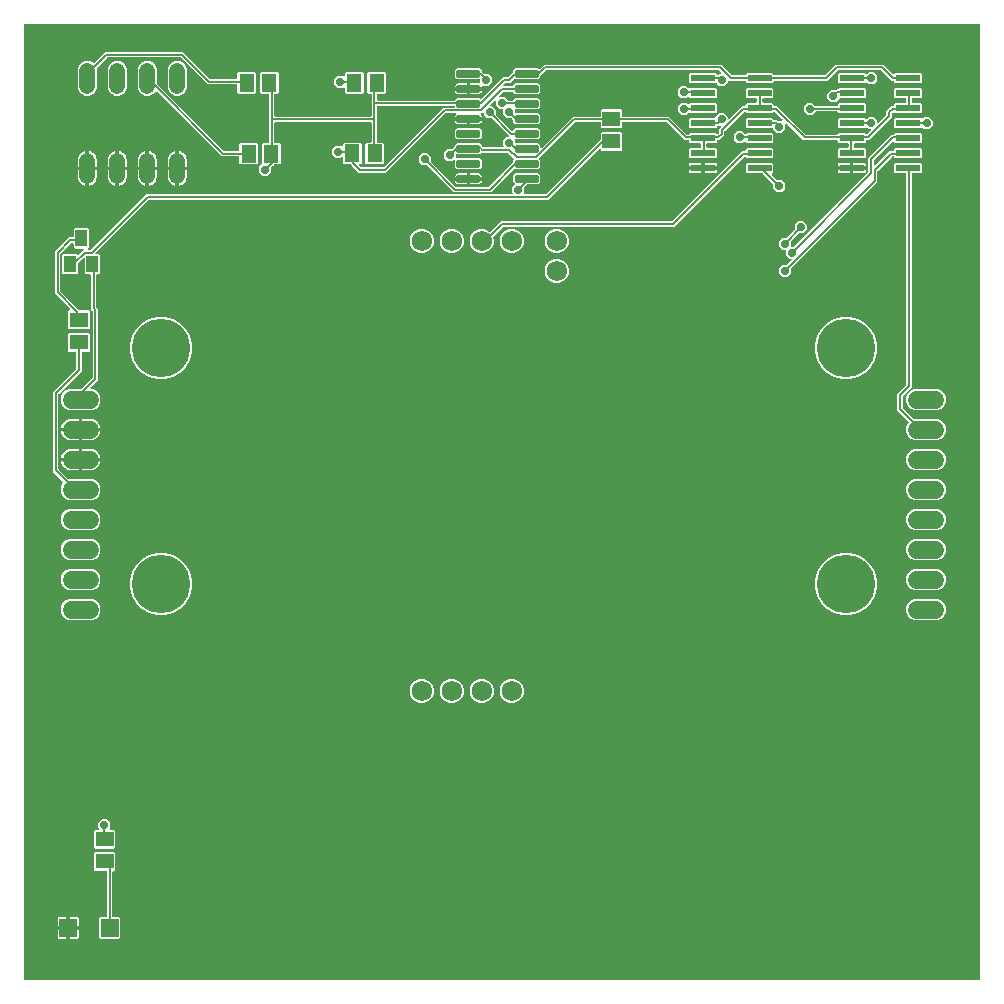
<source format=gbr>
G04 EAGLE Gerber RS-274X export*
G75*
%MOMM*%
%FSLAX34Y34*%
%LPD*%
%INTop Copper*%
%IPPOS*%
%AMOC8*
5,1,8,0,0,1.08239X$1,22.5*%
G01*
%ADD10C,1.725000*%
%ADD11C,4.950000*%
%ADD12R,1.500000X1.500000*%
%ADD13R,1.500000X1.300000*%
%ADD14R,1.300000X1.500000*%
%ADD15C,1.524000*%
%ADD16C,1.320800*%
%ADD17R,1.000000X1.400000*%
%ADD18R,2.057400X0.609600*%
%ADD19C,0.300000*%
%ADD20C,0.152400*%
%ADD21C,0.711200*%

G36*
X814178Y175084D02*
X814178Y175084D01*
X814197Y175082D01*
X814299Y175104D01*
X814401Y175120D01*
X814418Y175130D01*
X814438Y175134D01*
X814527Y175187D01*
X814618Y175236D01*
X814632Y175250D01*
X814649Y175260D01*
X814716Y175339D01*
X814788Y175414D01*
X814796Y175432D01*
X814809Y175447D01*
X814848Y175543D01*
X814891Y175637D01*
X814893Y175657D01*
X814901Y175675D01*
X814919Y175842D01*
X814919Y984158D01*
X814916Y984178D01*
X814918Y984197D01*
X814896Y984299D01*
X814880Y984401D01*
X814870Y984418D01*
X814866Y984438D01*
X814813Y984527D01*
X814764Y984618D01*
X814750Y984632D01*
X814740Y984649D01*
X814661Y984716D01*
X814586Y984788D01*
X814568Y984796D01*
X814553Y984809D01*
X814457Y984848D01*
X814363Y984891D01*
X814343Y984893D01*
X814325Y984901D01*
X814158Y984919D01*
X5842Y984919D01*
X5822Y984916D01*
X5803Y984918D01*
X5701Y984896D01*
X5599Y984880D01*
X5582Y984870D01*
X5562Y984866D01*
X5473Y984813D01*
X5382Y984764D01*
X5368Y984750D01*
X5351Y984740D01*
X5284Y984661D01*
X5212Y984586D01*
X5204Y984568D01*
X5191Y984553D01*
X5152Y984457D01*
X5109Y984363D01*
X5107Y984343D01*
X5099Y984325D01*
X5081Y984158D01*
X5081Y175842D01*
X5084Y175822D01*
X5082Y175803D01*
X5104Y175701D01*
X5120Y175599D01*
X5130Y175582D01*
X5134Y175562D01*
X5187Y175473D01*
X5236Y175382D01*
X5250Y175368D01*
X5260Y175351D01*
X5339Y175284D01*
X5414Y175212D01*
X5432Y175204D01*
X5447Y175191D01*
X5543Y175152D01*
X5637Y175109D01*
X5657Y175107D01*
X5675Y175099D01*
X5842Y175081D01*
X814158Y175081D01*
X814178Y175084D01*
G37*
%LPC*%
G36*
X369385Y842009D02*
X369385Y842009D01*
X346494Y864900D01*
X346420Y864953D01*
X346350Y865013D01*
X346320Y865025D01*
X346294Y865044D01*
X346207Y865071D01*
X346122Y865105D01*
X346081Y865109D01*
X346059Y865116D01*
X346027Y865115D01*
X345955Y865123D01*
X342319Y865123D01*
X339343Y868099D01*
X339343Y872309D01*
X342319Y875285D01*
X346529Y875285D01*
X349505Y872309D01*
X349505Y868673D01*
X349519Y868582D01*
X349527Y868492D01*
X349539Y868462D01*
X349544Y868430D01*
X349587Y868349D01*
X349623Y868265D01*
X349649Y868233D01*
X349660Y868212D01*
X349683Y868190D01*
X349728Y868134D01*
X371056Y846806D01*
X371130Y846753D01*
X371200Y846693D01*
X371230Y846681D01*
X371256Y846662D01*
X371343Y846635D01*
X371428Y846601D01*
X371469Y846597D01*
X371491Y846590D01*
X371523Y846591D01*
X371595Y846583D01*
X398025Y846583D01*
X398116Y846597D01*
X398206Y846605D01*
X398236Y846617D01*
X398268Y846622D01*
X398349Y846665D01*
X398433Y846701D01*
X398465Y846727D01*
X398486Y846738D01*
X398508Y846761D01*
X398564Y846806D01*
X419252Y867494D01*
X419305Y867568D01*
X419365Y867638D01*
X419377Y867668D01*
X419396Y867694D01*
X419423Y867781D01*
X419457Y867866D01*
X419461Y867907D01*
X419468Y867929D01*
X419467Y867961D01*
X419475Y868033D01*
X419475Y869003D01*
X420019Y869547D01*
X420031Y869563D01*
X420046Y869575D01*
X420102Y869662D01*
X420162Y869746D01*
X420168Y869765D01*
X420179Y869782D01*
X420204Y869883D01*
X420235Y869981D01*
X420234Y870001D01*
X420239Y870021D01*
X420231Y870124D01*
X420228Y870227D01*
X420222Y870246D01*
X420220Y870266D01*
X420180Y870361D01*
X420144Y870458D01*
X420132Y870474D01*
X420124Y870492D01*
X420052Y870582D01*
X420045Y870593D01*
X420038Y870599D01*
X420019Y870623D01*
X415328Y875314D01*
X415254Y875367D01*
X415184Y875427D01*
X415154Y875439D01*
X415128Y875458D01*
X415041Y875485D01*
X414956Y875519D01*
X414915Y875523D01*
X414893Y875530D01*
X414861Y875529D01*
X414789Y875537D01*
X392380Y875537D01*
X392290Y875523D01*
X392199Y875515D01*
X392169Y875503D01*
X392137Y875498D01*
X392057Y875455D01*
X391973Y875419D01*
X391941Y875393D01*
X391920Y875382D01*
X391898Y875359D01*
X391842Y875314D01*
X390953Y874425D01*
X371602Y874425D01*
X371582Y874422D01*
X371563Y874424D01*
X371461Y874402D01*
X371359Y874386D01*
X371342Y874376D01*
X371322Y874372D01*
X371233Y874319D01*
X371142Y874270D01*
X371128Y874256D01*
X371111Y874246D01*
X371044Y874167D01*
X370972Y874092D01*
X370964Y874074D01*
X370951Y874059D01*
X370912Y873963D01*
X370869Y873869D01*
X370867Y873849D01*
X370859Y873831D01*
X370841Y873664D01*
X370841Y871536D01*
X370844Y871516D01*
X370842Y871497D01*
X370864Y871395D01*
X370880Y871293D01*
X370890Y871276D01*
X370894Y871256D01*
X370947Y871167D01*
X370996Y871076D01*
X371010Y871062D01*
X371020Y871045D01*
X371099Y870978D01*
X371174Y870906D01*
X371192Y870898D01*
X371207Y870885D01*
X371303Y870846D01*
X371397Y870803D01*
X371417Y870801D01*
X371435Y870793D01*
X371602Y870775D01*
X390953Y870775D01*
X392725Y869003D01*
X392725Y863497D01*
X390953Y861725D01*
X371747Y861725D01*
X369975Y863497D01*
X369975Y868444D01*
X369964Y868515D01*
X369962Y868587D01*
X369944Y868636D01*
X369936Y868687D01*
X369902Y868750D01*
X369877Y868818D01*
X369845Y868858D01*
X369820Y868904D01*
X369768Y868954D01*
X369724Y869010D01*
X369680Y869038D01*
X369642Y869074D01*
X369577Y869104D01*
X369517Y869143D01*
X369466Y869155D01*
X369419Y869177D01*
X369348Y869185D01*
X369278Y869203D01*
X369226Y869199D01*
X369175Y869204D01*
X369104Y869189D01*
X369033Y869184D01*
X368985Y869163D01*
X368934Y869152D01*
X368873Y869115D01*
X368807Y869087D01*
X368751Y869043D01*
X368723Y869026D01*
X368708Y869008D01*
X368676Y868983D01*
X367865Y868171D01*
X363655Y868171D01*
X360679Y871147D01*
X360679Y875357D01*
X363655Y878333D01*
X367292Y878333D01*
X367382Y878347D01*
X367473Y878355D01*
X367502Y878367D01*
X367534Y878372D01*
X367615Y878415D01*
X367699Y878451D01*
X367731Y878477D01*
X367752Y878488D01*
X367774Y878511D01*
X367830Y878556D01*
X369346Y880072D01*
X369752Y880478D01*
X369805Y880552D01*
X369865Y880622D01*
X369877Y880652D01*
X369896Y880678D01*
X369923Y880765D01*
X369957Y880850D01*
X369961Y880891D01*
X369968Y880913D01*
X369967Y880945D01*
X369975Y881016D01*
X369975Y881703D01*
X371747Y883475D01*
X390953Y883475D01*
X392745Y881683D01*
X392747Y881660D01*
X392759Y881630D01*
X392764Y881598D01*
X392807Y881517D01*
X392843Y881433D01*
X392869Y881401D01*
X392880Y881380D01*
X392903Y881358D01*
X392948Y881302D01*
X393916Y880334D01*
X393990Y880281D01*
X394060Y880221D01*
X394090Y880209D01*
X394116Y880190D01*
X394203Y880163D01*
X394288Y880129D01*
X394329Y880125D01*
X394351Y880118D01*
X394383Y880119D01*
X394455Y880111D01*
X410838Y880111D01*
X410909Y880122D01*
X410981Y880124D01*
X411030Y880142D01*
X411081Y880150D01*
X411144Y880184D01*
X411212Y880209D01*
X411252Y880241D01*
X411298Y880266D01*
X411348Y880317D01*
X411404Y880362D01*
X411432Y880406D01*
X411468Y880444D01*
X411498Y880509D01*
X411537Y880569D01*
X411549Y880620D01*
X411571Y880667D01*
X411579Y880738D01*
X411597Y880808D01*
X411593Y880860D01*
X411598Y880911D01*
X411583Y880981D01*
X411578Y881053D01*
X411557Y881101D01*
X411546Y881152D01*
X411509Y881213D01*
X411481Y881279D01*
X411436Y881335D01*
X411420Y881363D01*
X411402Y881378D01*
X411377Y881410D01*
X410971Y881816D01*
X410971Y886025D01*
X413947Y889001D01*
X415044Y889001D01*
X415114Y889012D01*
X415186Y889014D01*
X415235Y889032D01*
X415286Y889040D01*
X415350Y889074D01*
X415417Y889099D01*
X415458Y889131D01*
X415504Y889156D01*
X415553Y889208D01*
X415609Y889252D01*
X415637Y889296D01*
X415673Y889334D01*
X415703Y889399D01*
X415742Y889459D01*
X415755Y889510D01*
X415777Y889557D01*
X415785Y889628D01*
X415802Y889698D01*
X415798Y889750D01*
X415804Y889801D01*
X415789Y889872D01*
X415783Y889943D01*
X415763Y889991D01*
X415752Y890042D01*
X415715Y890103D01*
X415687Y890169D01*
X415642Y890225D01*
X415625Y890253D01*
X415608Y890268D01*
X415582Y890300D01*
X401358Y904524D01*
X401284Y904577D01*
X401214Y904637D01*
X401184Y904649D01*
X401158Y904668D01*
X401071Y904695D01*
X400986Y904729D01*
X400945Y904733D01*
X400923Y904740D01*
X400891Y904739D01*
X400819Y904747D01*
X397183Y904747D01*
X394207Y907723D01*
X394207Y908820D01*
X394196Y908890D01*
X394194Y908962D01*
X394176Y909011D01*
X394168Y909062D01*
X394134Y909126D01*
X394109Y909193D01*
X394077Y909234D01*
X394052Y909280D01*
X394000Y909329D01*
X393956Y909385D01*
X393912Y909413D01*
X393874Y909449D01*
X393809Y909479D01*
X393749Y909518D01*
X393698Y909531D01*
X393651Y909553D01*
X393580Y909561D01*
X393510Y909578D01*
X393458Y909574D01*
X393407Y909580D01*
X393336Y909565D01*
X393265Y909559D01*
X393217Y909539D01*
X393166Y909528D01*
X393105Y909491D01*
X393039Y909463D01*
X392983Y909418D01*
X392955Y909401D01*
X392940Y909384D01*
X392908Y909358D01*
X392615Y909065D01*
X392600Y909065D01*
X392529Y909054D01*
X392458Y909052D01*
X392409Y909034D01*
X392357Y909026D01*
X392294Y908992D01*
X392227Y908967D01*
X392186Y908935D01*
X392140Y908910D01*
X392091Y908859D01*
X392035Y908814D01*
X392006Y908770D01*
X391971Y908732D01*
X391940Y908667D01*
X391902Y908607D01*
X391889Y908556D01*
X391867Y908509D01*
X391859Y908438D01*
X391842Y908368D01*
X391846Y908316D01*
X391840Y908265D01*
X391855Y908194D01*
X391861Y908123D01*
X391881Y908075D01*
X391892Y908024D01*
X391929Y907963D01*
X391957Y907897D01*
X392002Y907841D01*
X392018Y907813D01*
X392036Y907798D01*
X392062Y907766D01*
X392120Y907707D01*
X392519Y907018D01*
X392725Y906248D01*
X392725Y905849D01*
X382088Y905849D01*
X382069Y905846D01*
X382049Y905848D01*
X381947Y905826D01*
X381845Y905810D01*
X381828Y905800D01*
X381808Y905796D01*
X381719Y905743D01*
X381628Y905694D01*
X381614Y905680D01*
X381597Y905670D01*
X381530Y905591D01*
X381459Y905516D01*
X381450Y905498D01*
X381437Y905483D01*
X381399Y905387D01*
X381355Y905293D01*
X381353Y905273D01*
X381346Y905255D01*
X381333Y905331D01*
X381324Y905348D01*
X381320Y905368D01*
X381267Y905457D01*
X381218Y905548D01*
X381204Y905562D01*
X381194Y905579D01*
X381115Y905646D01*
X381040Y905718D01*
X381022Y905726D01*
X381007Y905739D01*
X380910Y905778D01*
X380817Y905821D01*
X380797Y905823D01*
X380779Y905831D01*
X380612Y905849D01*
X369975Y905849D01*
X369975Y906248D01*
X370181Y907018D01*
X370580Y907707D01*
X370638Y907766D01*
X370680Y907824D01*
X370729Y907876D01*
X370751Y907923D01*
X370782Y907965D01*
X370803Y908034D01*
X370833Y908099D01*
X370839Y908151D01*
X370854Y908200D01*
X370852Y908272D01*
X370860Y908343D01*
X370849Y908394D01*
X370848Y908446D01*
X370823Y908514D01*
X370808Y908584D01*
X370781Y908629D01*
X370763Y908677D01*
X370718Y908733D01*
X370682Y908795D01*
X370642Y908829D01*
X370610Y908869D01*
X370549Y908908D01*
X370495Y908955D01*
X370446Y908974D01*
X370403Y909002D01*
X370333Y909020D01*
X370267Y909047D01*
X370195Y909055D01*
X370164Y909063D01*
X370141Y909061D01*
X370100Y909065D01*
X362451Y909065D01*
X362360Y909051D01*
X362270Y909043D01*
X362240Y909031D01*
X362208Y909026D01*
X362127Y908983D01*
X362043Y908947D01*
X362011Y908921D01*
X361990Y908910D01*
X361968Y908887D01*
X361912Y908842D01*
X311843Y858773D01*
X288613Y858773D01*
X282740Y864646D01*
X281634Y865752D01*
X281560Y865805D01*
X281490Y865865D01*
X281460Y865877D01*
X281434Y865896D01*
X281347Y865923D01*
X281262Y865957D01*
X281221Y865961D01*
X281199Y865968D01*
X281167Y865967D01*
X281096Y865975D01*
X275968Y865975D01*
X275075Y866868D01*
X275075Y871080D01*
X275064Y871151D01*
X275062Y871223D01*
X275044Y871272D01*
X275036Y871323D01*
X275002Y871386D01*
X274977Y871454D01*
X274945Y871494D01*
X274920Y871540D01*
X274869Y871590D01*
X274824Y871646D01*
X274780Y871674D01*
X274742Y871710D01*
X274677Y871740D01*
X274617Y871779D01*
X274566Y871791D01*
X274519Y871813D01*
X274448Y871821D01*
X274378Y871839D01*
X274326Y871835D01*
X274275Y871840D01*
X274204Y871825D01*
X274133Y871820D01*
X274085Y871799D01*
X274034Y871788D01*
X273973Y871751D01*
X273907Y871723D01*
X273851Y871678D01*
X273823Y871662D01*
X273808Y871644D01*
X273776Y871619D01*
X273376Y871219D01*
X269167Y871219D01*
X266191Y874195D01*
X266191Y878405D01*
X269167Y881381D01*
X273376Y881381D01*
X273776Y880981D01*
X273834Y880940D01*
X273886Y880890D01*
X273904Y880882D01*
X273918Y880870D01*
X273947Y880858D01*
X273975Y880838D01*
X274044Y880817D01*
X274109Y880787D01*
X274131Y880784D01*
X274146Y880778D01*
X274184Y880774D01*
X274211Y880766D01*
X274249Y880767D01*
X274313Y880759D01*
X274314Y880759D01*
X274330Y880762D01*
X274353Y880760D01*
X274404Y880771D01*
X274456Y880772D01*
X274510Y880792D01*
X274557Y880799D01*
X274571Y880807D01*
X274594Y880812D01*
X274639Y880839D01*
X274687Y880856D01*
X274732Y880892D01*
X274774Y880914D01*
X274786Y880926D01*
X274805Y880938D01*
X274839Y880978D01*
X274879Y881010D01*
X274910Y881057D01*
X274944Y881093D01*
X274951Y881109D01*
X274965Y881125D01*
X274984Y881173D01*
X275012Y881217D01*
X275026Y881270D01*
X275047Y881316D01*
X275049Y881334D01*
X275057Y881353D01*
X275065Y881424D01*
X275073Y881456D01*
X275071Y881479D01*
X275075Y881520D01*
X275075Y883132D01*
X275968Y884025D01*
X290232Y884025D01*
X291125Y883132D01*
X291125Y866868D01*
X290232Y865975D01*
X289716Y865975D01*
X289646Y865964D01*
X289574Y865962D01*
X289525Y865944D01*
X289474Y865936D01*
X289410Y865902D01*
X289343Y865877D01*
X289302Y865845D01*
X289256Y865820D01*
X289207Y865768D01*
X289151Y865724D01*
X289123Y865680D01*
X289087Y865642D01*
X289057Y865577D01*
X289018Y865517D01*
X289005Y865466D01*
X288983Y865419D01*
X288975Y865348D01*
X288958Y865278D01*
X288962Y865226D01*
X288956Y865175D01*
X288971Y865104D01*
X288977Y865033D01*
X288997Y864985D01*
X289008Y864934D01*
X289045Y864873D01*
X289073Y864807D01*
X289118Y864751D01*
X289135Y864723D01*
X289152Y864708D01*
X289178Y864676D01*
X290284Y863570D01*
X290358Y863517D01*
X290428Y863457D01*
X290458Y863445D01*
X290484Y863426D01*
X290571Y863399D01*
X290656Y863365D01*
X290697Y863361D01*
X290719Y863354D01*
X290751Y863355D01*
X290823Y863347D01*
X309633Y863347D01*
X309724Y863361D01*
X309814Y863369D01*
X309844Y863381D01*
X309876Y863386D01*
X309957Y863429D01*
X310041Y863465D01*
X310073Y863491D01*
X310094Y863502D01*
X310116Y863525D01*
X310172Y863570D01*
X360241Y913639D01*
X369214Y913639D01*
X369234Y913642D01*
X369253Y913640D01*
X369355Y913662D01*
X369457Y913678D01*
X369474Y913688D01*
X369494Y913692D01*
X369583Y913745D01*
X369674Y913794D01*
X369688Y913808D01*
X369705Y913818D01*
X369772Y913897D01*
X369844Y913972D01*
X369852Y913990D01*
X369865Y914005D01*
X369904Y914101D01*
X369947Y914195D01*
X369949Y914215D01*
X369957Y914233D01*
X369975Y914400D01*
X369972Y914420D01*
X369974Y914439D01*
X369952Y914541D01*
X369936Y914643D01*
X369926Y914660D01*
X369922Y914680D01*
X369869Y914769D01*
X369820Y914860D01*
X369806Y914874D01*
X369796Y914891D01*
X369717Y914958D01*
X369642Y915030D01*
X369624Y915038D01*
X369609Y915051D01*
X369513Y915090D01*
X369419Y915133D01*
X369399Y915135D01*
X369381Y915143D01*
X369214Y915161D01*
X304800Y915161D01*
X304780Y915158D01*
X304761Y915160D01*
X304659Y915138D01*
X304557Y915122D01*
X304540Y915112D01*
X304520Y915108D01*
X304431Y915055D01*
X304340Y915006D01*
X304326Y914992D01*
X304309Y914982D01*
X304242Y914903D01*
X304170Y914828D01*
X304162Y914810D01*
X304149Y914795D01*
X304110Y914699D01*
X304067Y914605D01*
X304065Y914585D01*
X304057Y914567D01*
X304039Y914400D01*
X304039Y884786D01*
X304042Y884766D01*
X304040Y884747D01*
X304062Y884645D01*
X304078Y884543D01*
X304088Y884526D01*
X304092Y884506D01*
X304145Y884417D01*
X304194Y884326D01*
X304208Y884312D01*
X304218Y884295D01*
X304297Y884228D01*
X304372Y884156D01*
X304390Y884148D01*
X304405Y884135D01*
X304501Y884096D01*
X304595Y884053D01*
X304615Y884051D01*
X304633Y884043D01*
X304800Y884025D01*
X309232Y884025D01*
X310125Y883132D01*
X310125Y866868D01*
X309232Y865975D01*
X294968Y865975D01*
X294075Y866868D01*
X294075Y883132D01*
X294968Y884025D01*
X298704Y884025D01*
X298724Y884028D01*
X298743Y884026D01*
X298845Y884048D01*
X298947Y884064D01*
X298964Y884074D01*
X298984Y884078D01*
X299073Y884131D01*
X299164Y884180D01*
X299178Y884194D01*
X299195Y884204D01*
X299262Y884283D01*
X299334Y884358D01*
X299342Y884376D01*
X299355Y884391D01*
X299394Y884487D01*
X299437Y884581D01*
X299439Y884601D01*
X299447Y884619D01*
X299465Y884786D01*
X299465Y900684D01*
X299462Y900704D01*
X299464Y900723D01*
X299442Y900825D01*
X299426Y900927D01*
X299416Y900944D01*
X299412Y900964D01*
X299359Y901053D01*
X299310Y901144D01*
X299296Y901158D01*
X299286Y901175D01*
X299207Y901242D01*
X299132Y901314D01*
X299114Y901322D01*
X299099Y901335D01*
X299003Y901374D01*
X298909Y901417D01*
X298889Y901419D01*
X298871Y901427D01*
X298704Y901445D01*
X217932Y901445D01*
X217912Y901442D01*
X217893Y901444D01*
X217791Y901422D01*
X217689Y901406D01*
X217672Y901396D01*
X217652Y901392D01*
X217563Y901339D01*
X217472Y901290D01*
X217458Y901276D01*
X217441Y901266D01*
X217374Y901187D01*
X217302Y901112D01*
X217294Y901094D01*
X217281Y901079D01*
X217242Y900983D01*
X217199Y900889D01*
X217197Y900869D01*
X217189Y900851D01*
X217171Y900684D01*
X217171Y884486D01*
X217174Y884466D01*
X217172Y884447D01*
X217194Y884345D01*
X217210Y884243D01*
X217220Y884226D01*
X217224Y884206D01*
X217277Y884117D01*
X217326Y884026D01*
X217340Y884012D01*
X217350Y883995D01*
X217429Y883928D01*
X217504Y883856D01*
X217522Y883848D01*
X217537Y883835D01*
X217633Y883796D01*
X217727Y883753D01*
X217747Y883751D01*
X217765Y883743D01*
X217932Y883725D01*
X221532Y883725D01*
X222425Y882832D01*
X222425Y866568D01*
X221532Y865675D01*
X216952Y865675D01*
X216862Y865661D01*
X216771Y865653D01*
X216742Y865641D01*
X216710Y865636D01*
X216629Y865593D01*
X216545Y865557D01*
X216513Y865531D01*
X216492Y865520D01*
X216470Y865497D01*
X216414Y865452D01*
X215608Y864646D01*
X214092Y863130D01*
X214039Y863056D01*
X213979Y862986D01*
X213967Y862956D01*
X213948Y862930D01*
X213921Y862843D01*
X213887Y862758D01*
X213883Y862717D01*
X213876Y862695D01*
X213877Y862663D01*
X213869Y862591D01*
X213869Y858955D01*
X210893Y855979D01*
X206683Y855979D01*
X203707Y858955D01*
X203707Y863165D01*
X206205Y865662D01*
X206217Y865678D01*
X206232Y865691D01*
X206288Y865778D01*
X206348Y865862D01*
X206354Y865881D01*
X206365Y865898D01*
X206390Y865998D01*
X206421Y866097D01*
X206420Y866117D01*
X206425Y866136D01*
X206417Y866239D01*
X206414Y866343D01*
X206408Y866362D01*
X206406Y866381D01*
X206375Y866454D01*
X206375Y882832D01*
X207268Y883725D01*
X211836Y883725D01*
X211856Y883728D01*
X211875Y883726D01*
X211977Y883748D01*
X212079Y883764D01*
X212096Y883774D01*
X212116Y883778D01*
X212205Y883831D01*
X212296Y883880D01*
X212310Y883894D01*
X212327Y883904D01*
X212394Y883983D01*
X212466Y884058D01*
X212474Y884076D01*
X212487Y884091D01*
X212526Y884187D01*
X212569Y884281D01*
X212571Y884301D01*
X212579Y884319D01*
X212597Y884486D01*
X212597Y924914D01*
X212594Y924933D01*
X212596Y924951D01*
X212596Y924952D01*
X212596Y924953D01*
X212574Y925055D01*
X212558Y925157D01*
X212548Y925174D01*
X212544Y925194D01*
X212491Y925283D01*
X212442Y925374D01*
X212428Y925388D01*
X212418Y925405D01*
X212339Y925472D01*
X212264Y925544D01*
X212246Y925552D01*
X212231Y925565D01*
X212135Y925604D01*
X212041Y925647D01*
X212021Y925649D01*
X212003Y925657D01*
X211836Y925675D01*
X205668Y925675D01*
X204775Y926568D01*
X204775Y942832D01*
X205668Y943725D01*
X219932Y943725D01*
X220825Y942832D01*
X220825Y926568D01*
X219932Y925675D01*
X217932Y925675D01*
X217912Y925672D01*
X217893Y925674D01*
X217791Y925652D01*
X217689Y925636D01*
X217672Y925626D01*
X217652Y925622D01*
X217563Y925569D01*
X217472Y925520D01*
X217458Y925506D01*
X217441Y925496D01*
X217374Y925417D01*
X217302Y925342D01*
X217294Y925324D01*
X217281Y925309D01*
X217242Y925213D01*
X217199Y925119D01*
X217197Y925099D01*
X217189Y925081D01*
X217171Y924914D01*
X217171Y906780D01*
X217174Y906760D01*
X217172Y906741D01*
X217194Y906639D01*
X217210Y906537D01*
X217220Y906520D01*
X217224Y906500D01*
X217277Y906411D01*
X217326Y906320D01*
X217340Y906306D01*
X217350Y906289D01*
X217429Y906222D01*
X217504Y906150D01*
X217522Y906142D01*
X217537Y906129D01*
X217633Y906090D01*
X217727Y906047D01*
X217747Y906045D01*
X217765Y906037D01*
X217932Y906019D01*
X298704Y906019D01*
X298724Y906022D01*
X298743Y906020D01*
X298845Y906042D01*
X298947Y906058D01*
X298964Y906068D01*
X298984Y906072D01*
X299073Y906125D01*
X299164Y906174D01*
X299178Y906188D01*
X299195Y906198D01*
X299262Y906277D01*
X299334Y906352D01*
X299342Y906370D01*
X299355Y906385D01*
X299394Y906481D01*
X299437Y906575D01*
X299439Y906595D01*
X299447Y906613D01*
X299465Y906780D01*
X299465Y924914D01*
X299462Y924933D01*
X299464Y924951D01*
X299464Y924952D01*
X299464Y924953D01*
X299442Y925055D01*
X299426Y925157D01*
X299416Y925174D01*
X299412Y925194D01*
X299359Y925283D01*
X299310Y925374D01*
X299296Y925388D01*
X299286Y925405D01*
X299207Y925472D01*
X299132Y925544D01*
X299114Y925552D01*
X299099Y925565D01*
X299003Y925604D01*
X298909Y925647D01*
X298889Y925649D01*
X298871Y925657D01*
X298704Y925675D01*
X296468Y925675D01*
X295575Y926568D01*
X295575Y942832D01*
X296468Y943725D01*
X310732Y943725D01*
X311625Y942832D01*
X311625Y926568D01*
X310732Y925675D01*
X304800Y925675D01*
X304780Y925672D01*
X304761Y925674D01*
X304659Y925652D01*
X304557Y925636D01*
X304540Y925626D01*
X304520Y925622D01*
X304431Y925569D01*
X304340Y925520D01*
X304326Y925506D01*
X304309Y925496D01*
X304242Y925417D01*
X304170Y925342D01*
X304162Y925324D01*
X304149Y925309D01*
X304110Y925213D01*
X304067Y925119D01*
X304065Y925099D01*
X304057Y925081D01*
X304039Y924914D01*
X304039Y920496D01*
X304042Y920476D01*
X304040Y920457D01*
X304062Y920355D01*
X304078Y920253D01*
X304088Y920236D01*
X304092Y920216D01*
X304145Y920127D01*
X304194Y920036D01*
X304208Y920022D01*
X304218Y920005D01*
X304297Y919938D01*
X304372Y919866D01*
X304390Y919858D01*
X304405Y919845D01*
X304501Y919806D01*
X304595Y919763D01*
X304615Y919761D01*
X304633Y919753D01*
X304800Y919735D01*
X369592Y919735D01*
X369682Y919749D01*
X369773Y919757D01*
X369803Y919769D01*
X369835Y919774D01*
X369915Y919817D01*
X369999Y919853D01*
X370031Y919879D01*
X370052Y919890D01*
X370074Y919913D01*
X370130Y919958D01*
X371747Y921575D01*
X390953Y921575D01*
X391219Y921309D01*
X391235Y921297D01*
X391247Y921282D01*
X391321Y921235D01*
X391342Y921216D01*
X391355Y921211D01*
X391418Y921166D01*
X391437Y921160D01*
X391454Y921149D01*
X391555Y921124D01*
X391653Y921093D01*
X391673Y921094D01*
X391693Y921089D01*
X391796Y921097D01*
X391899Y921100D01*
X391918Y921106D01*
X391938Y921108D01*
X392033Y921148D01*
X392130Y921184D01*
X392146Y921196D01*
X392164Y921204D01*
X392230Y921257D01*
X392237Y921261D01*
X392243Y921268D01*
X392295Y921309D01*
X408970Y937984D01*
X410533Y939547D01*
X414789Y939547D01*
X414880Y939561D01*
X414970Y939569D01*
X415000Y939581D01*
X415032Y939586D01*
X415113Y939629D01*
X415197Y939665D01*
X415229Y939691D01*
X415250Y939702D01*
X415272Y939725D01*
X415328Y939770D01*
X418114Y942556D01*
X419252Y943694D01*
X419305Y943768D01*
X419365Y943838D01*
X419377Y943868D01*
X419396Y943894D01*
X419423Y943981D01*
X419457Y944066D01*
X419461Y944107D01*
X419468Y944129D01*
X419467Y944161D01*
X419475Y944232D01*
X419475Y945203D01*
X421247Y946975D01*
X440453Y946975D01*
X440861Y946567D01*
X440877Y946555D01*
X440889Y946540D01*
X440976Y946484D01*
X441060Y946424D01*
X441079Y946418D01*
X441096Y946407D01*
X441197Y946382D01*
X441295Y946351D01*
X441315Y946352D01*
X441335Y946347D01*
X441438Y946355D01*
X441541Y946358D01*
X441560Y946364D01*
X441580Y946366D01*
X441675Y946406D01*
X441772Y946442D01*
X441788Y946454D01*
X441806Y946462D01*
X441937Y946567D01*
X445585Y950215D01*
X595307Y950215D01*
X604228Y941294D01*
X604302Y941241D01*
X604372Y941181D01*
X604402Y941169D01*
X604428Y941150D01*
X604515Y941123D01*
X604600Y941089D01*
X604641Y941085D01*
X604663Y941078D01*
X604695Y941079D01*
X604767Y941071D01*
X615327Y941071D01*
X615347Y941074D01*
X615366Y941072D01*
X615468Y941094D01*
X615570Y941110D01*
X615587Y941120D01*
X615607Y941124D01*
X615696Y941177D01*
X615787Y941226D01*
X615801Y941240D01*
X615818Y941250D01*
X615885Y941329D01*
X615957Y941404D01*
X615965Y941422D01*
X615978Y941437D01*
X616017Y941533D01*
X616060Y941627D01*
X616062Y941647D01*
X616070Y941665D01*
X616088Y941832D01*
X616088Y942480D01*
X616981Y943373D01*
X638819Y943373D01*
X639712Y942480D01*
X639712Y941832D01*
X639715Y941812D01*
X639713Y941793D01*
X639735Y941691D01*
X639751Y941589D01*
X639761Y941572D01*
X639765Y941552D01*
X639818Y941463D01*
X639867Y941372D01*
X639881Y941358D01*
X639891Y941341D01*
X639970Y941274D01*
X640045Y941202D01*
X640063Y941194D01*
X640078Y941181D01*
X640174Y941142D01*
X640268Y941099D01*
X640288Y941097D01*
X640306Y941089D01*
X640473Y941071D01*
X683013Y941071D01*
X683104Y941085D01*
X683194Y941093D01*
X683224Y941105D01*
X683256Y941110D01*
X683337Y941153D01*
X683421Y941189D01*
X683453Y941215D01*
X683474Y941226D01*
X683496Y941249D01*
X683552Y941294D01*
X692473Y950215D01*
X732467Y950215D01*
X740789Y941893D01*
X740847Y941851D01*
X740899Y941802D01*
X740946Y941780D01*
X740988Y941750D01*
X741057Y941729D01*
X741122Y941698D01*
X741174Y941693D01*
X741224Y941677D01*
X741295Y941679D01*
X741366Y941671D01*
X741417Y941682D01*
X741469Y941684D01*
X741537Y941708D01*
X741607Y941723D01*
X741652Y941750D01*
X741700Y941768D01*
X741756Y941813D01*
X741818Y941850D01*
X741852Y941889D01*
X741892Y941922D01*
X741931Y941982D01*
X741978Y942037D01*
X741997Y942085D01*
X742025Y942129D01*
X742043Y942198D01*
X742070Y942265D01*
X742078Y942336D01*
X742086Y942367D01*
X742084Y942391D01*
X742088Y942431D01*
X742088Y942480D01*
X742981Y943373D01*
X764819Y943373D01*
X765712Y942480D01*
X765712Y935120D01*
X764819Y934227D01*
X742981Y934227D01*
X742088Y935120D01*
X742088Y935736D01*
X742085Y935756D01*
X742087Y935775D01*
X742065Y935877D01*
X742049Y935979D01*
X742039Y935996D01*
X742035Y936016D01*
X741982Y936105D01*
X741933Y936196D01*
X741919Y936210D01*
X741909Y936227D01*
X741830Y936294D01*
X741755Y936366D01*
X741737Y936374D01*
X741722Y936387D01*
X741626Y936426D01*
X741532Y936469D01*
X741512Y936471D01*
X741494Y936479D01*
X741327Y936497D01*
X739717Y936497D01*
X730796Y945418D01*
X730722Y945471D01*
X730652Y945531D01*
X730622Y945543D01*
X730596Y945562D01*
X730509Y945589D01*
X730424Y945623D01*
X730383Y945627D01*
X730361Y945634D01*
X730329Y945633D01*
X730257Y945641D01*
X694683Y945641D01*
X694592Y945627D01*
X694502Y945619D01*
X694472Y945607D01*
X694440Y945602D01*
X694359Y945559D01*
X694275Y945523D01*
X694243Y945497D01*
X694222Y945486D01*
X694200Y945463D01*
X694144Y945418D01*
X685223Y936497D01*
X640473Y936497D01*
X640453Y936494D01*
X640434Y936496D01*
X640332Y936474D01*
X640230Y936458D01*
X640213Y936448D01*
X640193Y936444D01*
X640104Y936391D01*
X640013Y936342D01*
X639999Y936328D01*
X639982Y936318D01*
X639915Y936239D01*
X639843Y936164D01*
X639835Y936146D01*
X639822Y936131D01*
X639783Y936035D01*
X639740Y935941D01*
X639738Y935921D01*
X639730Y935903D01*
X639712Y935736D01*
X639712Y935120D01*
X638819Y934227D01*
X616981Y934227D01*
X616088Y935120D01*
X616088Y935736D01*
X616085Y935756D01*
X616087Y935775D01*
X616065Y935877D01*
X616049Y935979D01*
X616039Y935996D01*
X616035Y936016D01*
X615982Y936105D01*
X615933Y936196D01*
X615919Y936210D01*
X615909Y936227D01*
X615830Y936294D01*
X615755Y936366D01*
X615737Y936374D01*
X615722Y936387D01*
X615626Y936426D01*
X615532Y936469D01*
X615512Y936471D01*
X615494Y936479D01*
X615327Y936497D01*
X602557Y936497D01*
X602264Y936790D01*
X602206Y936832D01*
X602154Y936881D01*
X602107Y936903D01*
X602065Y936933D01*
X601996Y936954D01*
X601931Y936985D01*
X601879Y936990D01*
X601829Y937006D01*
X601758Y937004D01*
X601687Y937012D01*
X601636Y937001D01*
X601584Y936999D01*
X601516Y936975D01*
X601446Y936960D01*
X601401Y936933D01*
X601353Y936915D01*
X601297Y936870D01*
X601235Y936833D01*
X601201Y936794D01*
X601161Y936761D01*
X601122Y936701D01*
X601075Y936646D01*
X601056Y936598D01*
X601028Y936554D01*
X601010Y936485D01*
X600983Y936418D01*
X600975Y936347D01*
X600967Y936316D01*
X600969Y936292D01*
X600965Y936252D01*
X600965Y935155D01*
X597989Y932179D01*
X593779Y932179D01*
X591810Y934148D01*
X591794Y934160D01*
X591782Y934176D01*
X591694Y934232D01*
X591611Y934292D01*
X591592Y934298D01*
X591575Y934309D01*
X591474Y934334D01*
X591375Y934364D01*
X591355Y934364D01*
X591336Y934369D01*
X591233Y934361D01*
X591130Y934358D01*
X591111Y934351D01*
X591091Y934350D01*
X590996Y934309D01*
X590899Y934274D01*
X590883Y934261D01*
X590865Y934253D01*
X590832Y934227D01*
X568975Y934227D01*
X568082Y935120D01*
X568082Y942480D01*
X568975Y943373D01*
X590813Y943373D01*
X591706Y942480D01*
X591706Y942105D01*
X591717Y942034D01*
X591719Y941962D01*
X591737Y941913D01*
X591745Y941862D01*
X591779Y941799D01*
X591804Y941731D01*
X591836Y941691D01*
X591861Y941645D01*
X591913Y941595D01*
X591957Y941539D01*
X592001Y941511D01*
X592039Y941475D01*
X592104Y941445D01*
X592164Y941406D01*
X592215Y941394D01*
X592262Y941372D01*
X592333Y941364D01*
X592403Y941346D01*
X592455Y941350D01*
X592506Y941345D01*
X592577Y941360D01*
X592648Y941365D01*
X592696Y941386D01*
X592747Y941397D01*
X592808Y941434D01*
X592874Y941462D01*
X592930Y941506D01*
X592958Y941523D01*
X592973Y941541D01*
X593005Y941566D01*
X593779Y942341D01*
X594876Y942341D01*
X594946Y942352D01*
X595018Y942354D01*
X595067Y942372D01*
X595118Y942380D01*
X595182Y942414D01*
X595249Y942439D01*
X595290Y942471D01*
X595336Y942496D01*
X595385Y942548D01*
X595441Y942592D01*
X595469Y942636D01*
X595505Y942674D01*
X595535Y942739D01*
X595574Y942799D01*
X595587Y942850D01*
X595609Y942897D01*
X595617Y942968D01*
X595634Y943038D01*
X595630Y943090D01*
X595636Y943141D01*
X595621Y943212D01*
X595615Y943283D01*
X595595Y943331D01*
X595584Y943382D01*
X595547Y943443D01*
X595519Y943509D01*
X595474Y943565D01*
X595457Y943593D01*
X595440Y943608D01*
X595414Y943640D01*
X593636Y945418D01*
X593562Y945471D01*
X593492Y945531D01*
X593462Y945543D01*
X593436Y945562D01*
X593349Y945589D01*
X593264Y945623D01*
X593223Y945627D01*
X593201Y945634D01*
X593169Y945633D01*
X593097Y945641D01*
X447795Y945641D01*
X447704Y945627D01*
X447614Y945619D01*
X447584Y945607D01*
X447552Y945602D01*
X447471Y945559D01*
X447387Y945523D01*
X447355Y945497D01*
X447334Y945486D01*
X447312Y945463D01*
X447256Y945418D01*
X442448Y940610D01*
X442395Y940536D01*
X442335Y940466D01*
X442323Y940436D01*
X442304Y940410D01*
X442277Y940323D01*
X442243Y940238D01*
X442239Y940197D01*
X442232Y940175D01*
X442233Y940143D01*
X442225Y940071D01*
X442225Y939697D01*
X440453Y937925D01*
X421247Y937925D01*
X421137Y938035D01*
X421121Y938047D01*
X421109Y938062D01*
X421021Y938118D01*
X420938Y938178D01*
X420919Y938184D01*
X420902Y938195D01*
X420801Y938220D01*
X420703Y938251D01*
X420683Y938250D01*
X420663Y938255D01*
X420560Y938247D01*
X420457Y938244D01*
X420438Y938238D01*
X420418Y938236D01*
X420323Y938196D01*
X420226Y938160D01*
X420210Y938148D01*
X420192Y938140D01*
X420061Y938035D01*
X416999Y934973D01*
X412742Y934973D01*
X412652Y934959D01*
X412561Y934951D01*
X412532Y934939D01*
X412500Y934934D01*
X412419Y934891D01*
X412335Y934855D01*
X412303Y934829D01*
X412282Y934818D01*
X412260Y934795D01*
X412204Y934750D01*
X410680Y933226D01*
X410638Y933168D01*
X410589Y933116D01*
X410567Y933069D01*
X410537Y933027D01*
X410516Y932958D01*
X410485Y932893D01*
X410480Y932841D01*
X410464Y932791D01*
X410466Y932720D01*
X410458Y932649D01*
X410469Y932598D01*
X410471Y932546D01*
X410495Y932478D01*
X410510Y932408D01*
X410537Y932364D01*
X410555Y932315D01*
X410600Y932259D01*
X410637Y932197D01*
X410676Y932163D01*
X410709Y932123D01*
X410769Y932084D01*
X410824Y932037D01*
X410872Y932018D01*
X410916Y931990D01*
X410985Y931972D01*
X411052Y931945D01*
X411123Y931937D01*
X411154Y931929D01*
X411178Y931931D01*
X411218Y931927D01*
X418714Y931927D01*
X418734Y931930D01*
X418753Y931928D01*
X418855Y931950D01*
X418957Y931966D01*
X418974Y931976D01*
X418994Y931980D01*
X419083Y932033D01*
X419174Y932082D01*
X419188Y932096D01*
X419205Y932106D01*
X419272Y932185D01*
X419344Y932260D01*
X419352Y932278D01*
X419365Y932293D01*
X419404Y932389D01*
X419440Y932468D01*
X421247Y934275D01*
X440453Y934275D01*
X442225Y932503D01*
X442225Y926997D01*
X440453Y925225D01*
X421247Y925225D01*
X419342Y927130D01*
X419268Y927183D01*
X419199Y927243D01*
X419169Y927255D01*
X419142Y927274D01*
X419055Y927301D01*
X418971Y927335D01*
X418930Y927339D01*
X418907Y927346D01*
X418875Y927345D01*
X418804Y927353D01*
X411219Y927353D01*
X411128Y927339D01*
X411038Y927331D01*
X411008Y927319D01*
X410976Y927314D01*
X410895Y927271D01*
X410811Y927235D01*
X410779Y927209D01*
X410758Y927198D01*
X410736Y927175D01*
X410680Y927130D01*
X407378Y923828D01*
X407336Y923770D01*
X407287Y923718D01*
X407265Y923671D01*
X407235Y923629D01*
X407214Y923560D01*
X407183Y923495D01*
X407178Y923443D01*
X407162Y923393D01*
X407164Y923322D01*
X407156Y923251D01*
X407167Y923200D01*
X407169Y923148D01*
X407193Y923080D01*
X407208Y923010D01*
X407235Y922965D01*
X407253Y922917D01*
X407298Y922861D01*
X407335Y922799D01*
X407374Y922765D01*
X407407Y922725D01*
X407467Y922686D01*
X407522Y922639D01*
X407570Y922620D01*
X407614Y922592D01*
X407683Y922574D01*
X407750Y922547D01*
X407821Y922539D01*
X407852Y922531D01*
X407876Y922533D01*
X407916Y922529D01*
X412061Y922529D01*
X414632Y919958D01*
X414705Y919905D01*
X414775Y919845D01*
X414805Y919833D01*
X414831Y919814D01*
X414918Y919787D01*
X415003Y919753D01*
X415044Y919749D01*
X415066Y919742D01*
X415099Y919743D01*
X415170Y919735D01*
X419092Y919735D01*
X419182Y919749D01*
X419273Y919757D01*
X419303Y919769D01*
X419335Y919774D01*
X419415Y919817D01*
X419499Y919853D01*
X419531Y919879D01*
X419552Y919890D01*
X419574Y919913D01*
X419630Y919958D01*
X421247Y921575D01*
X440453Y921575D01*
X442225Y919803D01*
X442225Y914297D01*
X440453Y912525D01*
X421894Y912525D01*
X421874Y912522D01*
X421855Y912524D01*
X421753Y912502D01*
X421651Y912486D01*
X421634Y912476D01*
X421614Y912472D01*
X421525Y912419D01*
X421434Y912370D01*
X421420Y912356D01*
X421403Y912346D01*
X421336Y912267D01*
X421264Y912192D01*
X421256Y912174D01*
X421243Y912159D01*
X421204Y912063D01*
X421161Y911969D01*
X421159Y911949D01*
X421151Y911931D01*
X421133Y911764D01*
X421133Y909636D01*
X421136Y909616D01*
X421134Y909597D01*
X421156Y909495D01*
X421172Y909393D01*
X421182Y909376D01*
X421186Y909356D01*
X421239Y909267D01*
X421288Y909176D01*
X421302Y909162D01*
X421312Y909145D01*
X421391Y909078D01*
X421466Y909006D01*
X421484Y908998D01*
X421499Y908985D01*
X421595Y908946D01*
X421689Y908903D01*
X421709Y908901D01*
X421727Y908893D01*
X421894Y908875D01*
X440453Y908875D01*
X442225Y907103D01*
X442225Y901597D01*
X440453Y899825D01*
X421247Y899825D01*
X419475Y901597D01*
X419475Y902855D01*
X419473Y902867D01*
X419474Y902875D01*
X419465Y902916D01*
X419461Y902946D01*
X419453Y903036D01*
X419441Y903066D01*
X419436Y903098D01*
X419393Y903179D01*
X419357Y903263D01*
X419331Y903295D01*
X419320Y903316D01*
X419297Y903338D01*
X419252Y903394D01*
X418122Y904524D01*
X418048Y904577D01*
X417978Y904637D01*
X417948Y904649D01*
X417922Y904668D01*
X417835Y904695D01*
X417750Y904729D01*
X417709Y904733D01*
X417687Y904740D01*
X417655Y904739D01*
X417583Y904747D01*
X413947Y904747D01*
X410971Y907723D01*
X410971Y911606D01*
X410968Y911626D01*
X410970Y911645D01*
X410948Y911747D01*
X410932Y911849D01*
X410922Y911866D01*
X410918Y911886D01*
X410865Y911975D01*
X410816Y912066D01*
X410802Y912080D01*
X410792Y912097D01*
X410713Y912164D01*
X410638Y912236D01*
X410620Y912244D01*
X410605Y912257D01*
X410509Y912296D01*
X410415Y912339D01*
X410395Y912341D01*
X410377Y912349D01*
X410210Y912367D01*
X407851Y912367D01*
X404875Y915343D01*
X404875Y919488D01*
X404864Y919558D01*
X404862Y919630D01*
X404844Y919679D01*
X404836Y919730D01*
X404802Y919794D01*
X404777Y919861D01*
X404745Y919902D01*
X404720Y919948D01*
X404669Y919997D01*
X404624Y920053D01*
X404580Y920081D01*
X404542Y920117D01*
X404477Y920147D01*
X404417Y920186D01*
X404366Y920199D01*
X404319Y920221D01*
X404248Y920229D01*
X404178Y920246D01*
X404126Y920242D01*
X404075Y920248D01*
X404004Y920233D01*
X403933Y920227D01*
X403885Y920207D01*
X403834Y920196D01*
X403773Y920159D01*
X403707Y920131D01*
X403651Y920086D01*
X403623Y920069D01*
X403608Y920052D01*
X403576Y920026D01*
X399758Y916208D01*
X399716Y916150D01*
X399667Y916098D01*
X399645Y916051D01*
X399615Y916009D01*
X399594Y915940D01*
X399563Y915875D01*
X399558Y915823D01*
X399542Y915773D01*
X399544Y915702D01*
X399536Y915631D01*
X399547Y915580D01*
X399549Y915528D01*
X399573Y915460D01*
X399588Y915390D01*
X399615Y915346D01*
X399633Y915297D01*
X399678Y915241D01*
X399715Y915179D01*
X399754Y915145D01*
X399787Y915105D01*
X399847Y915066D01*
X399902Y915019D01*
X399950Y915000D01*
X399994Y914972D01*
X400063Y914954D01*
X400130Y914927D01*
X400201Y914919D01*
X400232Y914911D01*
X400256Y914913D01*
X400296Y914909D01*
X401393Y914909D01*
X404369Y911933D01*
X404369Y908297D01*
X404383Y908206D01*
X404391Y908116D01*
X404403Y908086D01*
X404408Y908054D01*
X404451Y907973D01*
X404487Y907889D01*
X404513Y907857D01*
X404524Y907836D01*
X404547Y907814D01*
X404592Y907758D01*
X418176Y894174D01*
X418203Y894155D01*
X418204Y894153D01*
X418216Y894145D01*
X418234Y894132D01*
X418286Y894083D01*
X418333Y894061D01*
X418375Y894031D01*
X418444Y894010D01*
X418509Y893979D01*
X418561Y893974D01*
X418611Y893958D01*
X418682Y893960D01*
X418753Y893952D01*
X418804Y893963D01*
X418856Y893965D01*
X418924Y893989D01*
X418994Y894004D01*
X419039Y894031D01*
X419087Y894049D01*
X419118Y894074D01*
X419121Y894075D01*
X419149Y894097D01*
X419205Y894131D01*
X419236Y894167D01*
X419252Y894180D01*
X419258Y894185D01*
X419279Y894203D01*
X419287Y894215D01*
X421247Y896175D01*
X440453Y896175D01*
X442225Y894403D01*
X442225Y888897D01*
X440453Y887125D01*
X421870Y887125D01*
X421799Y887114D01*
X421727Y887112D01*
X421678Y887094D01*
X421627Y887086D01*
X421564Y887052D01*
X421496Y887027D01*
X421455Y886995D01*
X421410Y886970D01*
X421360Y886918D01*
X421304Y886873D01*
X421276Y886830D01*
X421240Y886792D01*
X421210Y886727D01*
X421171Y886666D01*
X421158Y886616D01*
X421137Y886569D01*
X421129Y886497D01*
X421111Y886428D01*
X421115Y886376D01*
X421110Y886325D01*
X421125Y886254D01*
X421130Y886183D01*
X421133Y886177D01*
X421133Y884236D01*
X421136Y884216D01*
X421134Y884197D01*
X421156Y884095D01*
X421172Y883993D01*
X421182Y883976D01*
X421186Y883956D01*
X421239Y883867D01*
X421288Y883776D01*
X421302Y883762D01*
X421312Y883745D01*
X421391Y883678D01*
X421466Y883606D01*
X421484Y883598D01*
X421499Y883585D01*
X421595Y883546D01*
X421689Y883503D01*
X421709Y883501D01*
X421727Y883493D01*
X421894Y883475D01*
X440453Y883475D01*
X442225Y881703D01*
X442225Y880112D01*
X442236Y880042D01*
X442238Y879970D01*
X442256Y879921D01*
X442264Y879870D01*
X442298Y879806D01*
X442323Y879739D01*
X442355Y879698D01*
X442380Y879652D01*
X442432Y879603D01*
X442476Y879547D01*
X442520Y879519D01*
X442558Y879483D01*
X442623Y879453D01*
X442683Y879414D01*
X442734Y879401D01*
X442781Y879379D01*
X442852Y879371D01*
X442922Y879354D01*
X442974Y879358D01*
X443025Y879352D01*
X443096Y879367D01*
X443167Y879373D01*
X443215Y879393D01*
X443266Y879404D01*
X443327Y879441D01*
X443393Y879469D01*
X443449Y879514D01*
X443477Y879531D01*
X443492Y879548D01*
X443524Y879574D01*
X469969Y906019D01*
X492714Y906019D01*
X492734Y906022D01*
X492753Y906020D01*
X492855Y906042D01*
X492957Y906058D01*
X492974Y906068D01*
X492994Y906072D01*
X493083Y906125D01*
X493174Y906174D01*
X493188Y906188D01*
X493205Y906198D01*
X493272Y906277D01*
X493344Y906352D01*
X493352Y906370D01*
X493365Y906385D01*
X493404Y906481D01*
X493447Y906575D01*
X493449Y906595D01*
X493457Y906613D01*
X493475Y906780D01*
X493475Y911332D01*
X494368Y912225D01*
X510632Y912225D01*
X511525Y911332D01*
X511525Y906780D01*
X511528Y906760D01*
X511526Y906741D01*
X511548Y906639D01*
X511564Y906537D01*
X511574Y906520D01*
X511578Y906500D01*
X511631Y906411D01*
X511680Y906320D01*
X511694Y906306D01*
X511704Y906289D01*
X511783Y906222D01*
X511858Y906150D01*
X511876Y906142D01*
X511891Y906129D01*
X511987Y906090D01*
X512081Y906047D01*
X512101Y906045D01*
X512119Y906037D01*
X512286Y906019D01*
X551111Y906019D01*
X566128Y891002D01*
X566202Y890949D01*
X566272Y890889D01*
X566302Y890877D01*
X566328Y890858D01*
X566415Y890831D01*
X566500Y890797D01*
X566541Y890793D01*
X566563Y890786D01*
X566595Y890787D01*
X566667Y890779D01*
X567321Y890779D01*
X567341Y890782D01*
X567360Y890780D01*
X567462Y890802D01*
X567564Y890818D01*
X567581Y890828D01*
X567601Y890832D01*
X567690Y890885D01*
X567781Y890934D01*
X567795Y890948D01*
X567812Y890958D01*
X567879Y891037D01*
X567951Y891112D01*
X567959Y891130D01*
X567972Y891145D01*
X568011Y891241D01*
X568054Y891335D01*
X568056Y891355D01*
X568064Y891373D01*
X568082Y891540D01*
X568082Y891680D01*
X568975Y892573D01*
X590813Y892573D01*
X591709Y891676D01*
X591726Y891664D01*
X591738Y891649D01*
X591825Y891593D01*
X591909Y891532D01*
X591928Y891527D01*
X591945Y891516D01*
X592045Y891490D01*
X592144Y891460D01*
X592164Y891461D01*
X592183Y891456D01*
X592286Y891464D01*
X592390Y891466D01*
X592409Y891473D01*
X592429Y891475D01*
X592524Y891515D01*
X592621Y891551D01*
X592637Y891563D01*
X592655Y891571D01*
X592786Y891676D01*
X593374Y892264D01*
X593428Y892338D01*
X593487Y892408D01*
X593499Y892438D01*
X593518Y892464D01*
X593545Y892551D01*
X593579Y892636D01*
X593583Y892677D01*
X593590Y892699D01*
X593589Y892731D01*
X593597Y892803D01*
X593597Y895535D01*
X595160Y897098D01*
X595414Y897352D01*
X595456Y897410D01*
X595505Y897462D01*
X595527Y897509D01*
X595557Y897551D01*
X595578Y897620D01*
X595609Y897685D01*
X595614Y897737D01*
X595630Y897787D01*
X595628Y897858D01*
X595636Y897929D01*
X595625Y897980D01*
X595623Y898032D01*
X595599Y898100D01*
X595584Y898170D01*
X595557Y898215D01*
X595539Y898263D01*
X595494Y898319D01*
X595457Y898381D01*
X595418Y898415D01*
X595385Y898455D01*
X595325Y898494D01*
X595270Y898541D01*
X595222Y898560D01*
X595178Y898588D01*
X595109Y898606D01*
X595042Y898633D01*
X594971Y898641D01*
X594940Y898649D01*
X594916Y898647D01*
X594876Y898651D01*
X594353Y898651D01*
X594262Y898637D01*
X594172Y898629D01*
X594142Y898617D01*
X594110Y898612D01*
X594029Y898569D01*
X593945Y898533D01*
X593913Y898507D01*
X593892Y898496D01*
X593870Y898473D01*
X593814Y898428D01*
X593783Y898397D01*
X592467Y898397D01*
X592447Y898394D01*
X592428Y898396D01*
X592326Y898374D01*
X592224Y898358D01*
X592207Y898348D01*
X592187Y898344D01*
X592098Y898291D01*
X592007Y898242D01*
X591993Y898228D01*
X591976Y898218D01*
X591909Y898139D01*
X591837Y898064D01*
X591829Y898046D01*
X591816Y898031D01*
X591777Y897935D01*
X591734Y897841D01*
X591732Y897821D01*
X591724Y897803D01*
X591706Y897636D01*
X591706Y897020D01*
X590813Y896127D01*
X568975Y896127D01*
X568082Y897020D01*
X568082Y904380D01*
X568975Y905273D01*
X590042Y905273D01*
X590062Y905276D01*
X590081Y905274D01*
X590183Y905296D01*
X590285Y905312D01*
X590302Y905322D01*
X590322Y905326D01*
X590411Y905379D01*
X590502Y905428D01*
X590516Y905442D01*
X590533Y905452D01*
X590600Y905531D01*
X590672Y905606D01*
X590680Y905624D01*
X590693Y905639D01*
X590732Y905735D01*
X590757Y905791D01*
X593779Y908813D01*
X597989Y908813D01*
X600965Y905837D01*
X600965Y904740D01*
X600976Y904670D01*
X600978Y904598D01*
X600996Y904549D01*
X601004Y904498D01*
X601038Y904434D01*
X601063Y904367D01*
X601095Y904326D01*
X601120Y904280D01*
X601172Y904231D01*
X601216Y904175D01*
X601260Y904147D01*
X601298Y904111D01*
X601363Y904081D01*
X601423Y904042D01*
X601474Y904029D01*
X601521Y904007D01*
X601592Y903999D01*
X601662Y903982D01*
X601714Y903986D01*
X601765Y903980D01*
X601836Y903995D01*
X601907Y904001D01*
X601955Y904021D01*
X602006Y904032D01*
X602067Y904069D01*
X602133Y904097D01*
X602189Y904142D01*
X602217Y904159D01*
X602232Y904176D01*
X602264Y904202D01*
X613225Y915163D01*
X615327Y915163D01*
X615347Y915166D01*
X615366Y915164D01*
X615468Y915186D01*
X615570Y915202D01*
X615587Y915212D01*
X615607Y915216D01*
X615696Y915269D01*
X615787Y915318D01*
X615801Y915332D01*
X615818Y915342D01*
X615885Y915421D01*
X615957Y915496D01*
X615965Y915514D01*
X615978Y915529D01*
X616017Y915625D01*
X616060Y915719D01*
X616062Y915739D01*
X616070Y915757D01*
X616088Y915924D01*
X616088Y917080D01*
X616981Y917973D01*
X624840Y917973D01*
X624860Y917976D01*
X624879Y917974D01*
X624981Y917996D01*
X625083Y918012D01*
X625100Y918022D01*
X625120Y918026D01*
X625209Y918079D01*
X625300Y918128D01*
X625314Y918142D01*
X625331Y918152D01*
X625398Y918231D01*
X625470Y918306D01*
X625478Y918324D01*
X625491Y918339D01*
X625530Y918435D01*
X625573Y918529D01*
X625575Y918549D01*
X625583Y918567D01*
X625601Y918734D01*
X625601Y920766D01*
X625598Y920786D01*
X625600Y920805D01*
X625578Y920907D01*
X625562Y921009D01*
X625552Y921026D01*
X625548Y921046D01*
X625495Y921135D01*
X625446Y921226D01*
X625432Y921240D01*
X625422Y921257D01*
X625343Y921324D01*
X625268Y921396D01*
X625250Y921404D01*
X625235Y921417D01*
X625139Y921456D01*
X625045Y921499D01*
X625025Y921501D01*
X625007Y921509D01*
X624840Y921527D01*
X616981Y921527D01*
X616088Y922420D01*
X616088Y929780D01*
X616981Y930673D01*
X638819Y930673D01*
X639712Y929780D01*
X639712Y922420D01*
X638819Y921527D01*
X630936Y921527D01*
X630916Y921524D01*
X630897Y921526D01*
X630795Y921504D01*
X630693Y921488D01*
X630676Y921478D01*
X630656Y921474D01*
X630567Y921421D01*
X630476Y921372D01*
X630462Y921358D01*
X630445Y921348D01*
X630378Y921269D01*
X630306Y921194D01*
X630298Y921176D01*
X630285Y921161D01*
X630246Y921065D01*
X630203Y920971D01*
X630201Y920951D01*
X630193Y920933D01*
X630175Y920766D01*
X630175Y918734D01*
X630178Y918714D01*
X630176Y918695D01*
X630198Y918593D01*
X630214Y918491D01*
X630224Y918474D01*
X630228Y918454D01*
X630281Y918365D01*
X630330Y918274D01*
X630344Y918260D01*
X630354Y918243D01*
X630433Y918176D01*
X630508Y918104D01*
X630526Y918096D01*
X630541Y918083D01*
X630637Y918044D01*
X630731Y918001D01*
X630751Y917999D01*
X630769Y917991D01*
X630936Y917973D01*
X638819Y917973D01*
X639712Y917080D01*
X639712Y915924D01*
X639715Y915904D01*
X639713Y915885D01*
X639735Y915783D01*
X639751Y915681D01*
X639761Y915664D01*
X639765Y915644D01*
X639818Y915555D01*
X639867Y915464D01*
X639881Y915450D01*
X639891Y915433D01*
X639970Y915366D01*
X640045Y915294D01*
X640063Y915286D01*
X640078Y915273D01*
X640174Y915234D01*
X640268Y915191D01*
X640288Y915189D01*
X640306Y915181D01*
X640473Y915163D01*
X642551Y915163D01*
X666712Y891002D01*
X666786Y890949D01*
X666856Y890889D01*
X666886Y890877D01*
X666912Y890858D01*
X666999Y890831D01*
X667084Y890797D01*
X667125Y890793D01*
X667147Y890786D01*
X667179Y890787D01*
X667251Y890779D01*
X693321Y890779D01*
X693341Y890782D01*
X693360Y890780D01*
X693462Y890802D01*
X693564Y890818D01*
X693581Y890828D01*
X693601Y890832D01*
X693690Y890885D01*
X693781Y890934D01*
X693795Y890948D01*
X693812Y890958D01*
X693879Y891037D01*
X693951Y891112D01*
X693959Y891130D01*
X693972Y891145D01*
X694011Y891241D01*
X694054Y891335D01*
X694056Y891355D01*
X694064Y891373D01*
X694082Y891540D01*
X694082Y891680D01*
X694975Y892573D01*
X716813Y892573D01*
X717796Y891590D01*
X717804Y891568D01*
X717836Y891527D01*
X717861Y891481D01*
X717912Y891432D01*
X717957Y891376D01*
X718001Y891348D01*
X718039Y891312D01*
X718104Y891282D01*
X718164Y891243D01*
X718215Y891230D01*
X718262Y891208D01*
X718333Y891200D01*
X718403Y891183D01*
X718455Y891187D01*
X718506Y891181D01*
X718577Y891196D01*
X718648Y891202D01*
X718696Y891222D01*
X718747Y891233D01*
X718808Y891270D01*
X718874Y891298D01*
X718930Y891343D01*
X718958Y891360D01*
X718973Y891377D01*
X719005Y891403D01*
X721906Y894304D01*
X721948Y894362D01*
X721997Y894414D01*
X722019Y894461D01*
X722049Y894503D01*
X722070Y894572D01*
X722101Y894637D01*
X722106Y894689D01*
X722122Y894739D01*
X722120Y894810D01*
X722128Y894881D01*
X722117Y894932D01*
X722115Y894984D01*
X722091Y895052D01*
X722076Y895122D01*
X722049Y895166D01*
X722031Y895215D01*
X721986Y895271D01*
X721949Y895333D01*
X721910Y895367D01*
X721877Y895407D01*
X721817Y895446D01*
X721762Y895493D01*
X721714Y895512D01*
X721670Y895540D01*
X721601Y895558D01*
X721534Y895585D01*
X721463Y895593D01*
X721432Y895601D01*
X721408Y895599D01*
X721368Y895603D01*
X720271Y895603D01*
X718818Y897056D01*
X718802Y897068D01*
X718790Y897084D01*
X718702Y897140D01*
X718619Y897200D01*
X718600Y897206D01*
X718583Y897217D01*
X718482Y897242D01*
X718383Y897272D01*
X718364Y897272D01*
X718344Y897277D01*
X718241Y897269D01*
X718138Y897266D01*
X718119Y897259D01*
X718099Y897258D01*
X718004Y897217D01*
X717907Y897182D01*
X717891Y897169D01*
X717873Y897161D01*
X717742Y897056D01*
X716813Y896127D01*
X694975Y896127D01*
X694082Y897020D01*
X694082Y904380D01*
X694975Y905273D01*
X716813Y905273D01*
X717758Y904328D01*
X717774Y904316D01*
X717786Y904300D01*
X717874Y904244D01*
X717957Y904184D01*
X717976Y904178D01*
X717993Y904167D01*
X718094Y904142D01*
X718193Y904112D01*
X718212Y904112D01*
X718232Y904107D01*
X718335Y904115D01*
X718438Y904118D01*
X718457Y904125D01*
X718477Y904126D01*
X718572Y904167D01*
X718669Y904202D01*
X718685Y904215D01*
X718703Y904223D01*
X718834Y904328D01*
X720271Y905765D01*
X724481Y905765D01*
X727457Y902789D01*
X727457Y901692D01*
X727468Y901622D01*
X727470Y901550D01*
X727488Y901501D01*
X727496Y901450D01*
X727530Y901386D01*
X727555Y901319D01*
X727587Y901278D01*
X727612Y901232D01*
X727664Y901183D01*
X727708Y901127D01*
X727752Y901099D01*
X727790Y901063D01*
X727855Y901033D01*
X727915Y900994D01*
X727966Y900981D01*
X728013Y900959D01*
X728084Y900951D01*
X728154Y900934D01*
X728206Y900938D01*
X728257Y900932D01*
X728328Y900947D01*
X728399Y900953D01*
X728447Y900973D01*
X728498Y900984D01*
X728559Y901021D01*
X728625Y901049D01*
X728681Y901094D01*
X728709Y901111D01*
X728724Y901128D01*
X728756Y901154D01*
X735106Y907504D01*
X735159Y907578D01*
X735219Y907648D01*
X735231Y907678D01*
X735250Y907704D01*
X735277Y907791D01*
X735311Y907876D01*
X735315Y907917D01*
X735322Y907939D01*
X735321Y907971D01*
X735329Y908043D01*
X735329Y910775D01*
X739717Y915163D01*
X741327Y915163D01*
X741347Y915166D01*
X741366Y915164D01*
X741468Y915186D01*
X741570Y915202D01*
X741587Y915212D01*
X741607Y915216D01*
X741696Y915269D01*
X741787Y915318D01*
X741801Y915332D01*
X741818Y915342D01*
X741885Y915421D01*
X741957Y915496D01*
X741965Y915514D01*
X741978Y915529D01*
X742017Y915625D01*
X742060Y915719D01*
X742062Y915739D01*
X742070Y915757D01*
X742088Y915924D01*
X742088Y917080D01*
X742981Y917973D01*
X751332Y917973D01*
X751352Y917976D01*
X751371Y917974D01*
X751473Y917996D01*
X751575Y918012D01*
X751592Y918022D01*
X751612Y918026D01*
X751701Y918079D01*
X751792Y918128D01*
X751806Y918142D01*
X751823Y918152D01*
X751890Y918231D01*
X751962Y918306D01*
X751970Y918324D01*
X751983Y918339D01*
X752022Y918435D01*
X752065Y918529D01*
X752067Y918549D01*
X752075Y918567D01*
X752093Y918734D01*
X752093Y920766D01*
X752090Y920786D01*
X752092Y920805D01*
X752070Y920907D01*
X752054Y921009D01*
X752044Y921026D01*
X752040Y921046D01*
X751987Y921135D01*
X751938Y921226D01*
X751924Y921240D01*
X751914Y921257D01*
X751835Y921324D01*
X751760Y921396D01*
X751742Y921404D01*
X751727Y921417D01*
X751631Y921456D01*
X751537Y921499D01*
X751517Y921501D01*
X751499Y921509D01*
X751332Y921527D01*
X742981Y921527D01*
X742088Y922420D01*
X742088Y929780D01*
X742981Y930673D01*
X764819Y930673D01*
X765712Y929780D01*
X765712Y922420D01*
X764819Y921527D01*
X757428Y921527D01*
X757408Y921524D01*
X757389Y921526D01*
X757287Y921504D01*
X757185Y921488D01*
X757168Y921478D01*
X757148Y921474D01*
X757059Y921421D01*
X756968Y921372D01*
X756954Y921358D01*
X756937Y921348D01*
X756870Y921269D01*
X756798Y921194D01*
X756790Y921176D01*
X756777Y921161D01*
X756738Y921065D01*
X756695Y920971D01*
X756693Y920951D01*
X756685Y920933D01*
X756667Y920766D01*
X756667Y918734D01*
X756670Y918714D01*
X756668Y918695D01*
X756690Y918593D01*
X756706Y918491D01*
X756716Y918474D01*
X756720Y918454D01*
X756773Y918365D01*
X756822Y918274D01*
X756836Y918260D01*
X756846Y918243D01*
X756925Y918176D01*
X757000Y918104D01*
X757018Y918096D01*
X757033Y918083D01*
X757129Y918044D01*
X757223Y918001D01*
X757243Y917999D01*
X757261Y917991D01*
X757428Y917973D01*
X764819Y917973D01*
X765712Y917080D01*
X765712Y909720D01*
X764819Y908827D01*
X742981Y908827D01*
X741954Y909855D01*
X741937Y909867D01*
X741925Y909882D01*
X741838Y909938D01*
X741754Y909999D01*
X741735Y910004D01*
X741718Y910015D01*
X741618Y910041D01*
X741519Y910071D01*
X741499Y910070D01*
X741480Y910075D01*
X741377Y910067D01*
X741273Y910065D01*
X741254Y910058D01*
X741234Y910056D01*
X741139Y910016D01*
X741042Y909980D01*
X741026Y909968D01*
X741008Y909960D01*
X740877Y909855D01*
X740126Y909104D01*
X740073Y909030D01*
X740013Y908960D01*
X740001Y908930D01*
X739982Y908904D01*
X739955Y908817D01*
X739921Y908732D01*
X739917Y908691D01*
X739910Y908669D01*
X739911Y908637D01*
X739903Y908565D01*
X739903Y905833D01*
X720275Y886205D01*
X718467Y886205D01*
X718447Y886202D01*
X718428Y886204D01*
X718326Y886182D01*
X718224Y886166D01*
X718207Y886156D01*
X718187Y886152D01*
X718098Y886099D01*
X718007Y886050D01*
X717993Y886036D01*
X717976Y886026D01*
X717909Y885947D01*
X717837Y885872D01*
X717829Y885854D01*
X717816Y885839D01*
X717777Y885743D01*
X717734Y885649D01*
X717732Y885629D01*
X717724Y885611D01*
X717706Y885444D01*
X717706Y884320D01*
X716813Y883427D01*
X708660Y883427D01*
X708640Y883424D01*
X708621Y883426D01*
X708519Y883404D01*
X708417Y883388D01*
X708400Y883378D01*
X708380Y883374D01*
X708291Y883321D01*
X708200Y883272D01*
X708186Y883258D01*
X708169Y883248D01*
X708102Y883169D01*
X708030Y883094D01*
X708022Y883076D01*
X708009Y883061D01*
X707970Y882965D01*
X707927Y882871D01*
X707925Y882851D01*
X707917Y882833D01*
X707899Y882666D01*
X707899Y880634D01*
X707902Y880614D01*
X707900Y880595D01*
X707922Y880493D01*
X707938Y880391D01*
X707948Y880374D01*
X707952Y880354D01*
X708005Y880265D01*
X708054Y880174D01*
X708068Y880160D01*
X708078Y880143D01*
X708157Y880076D01*
X708232Y880004D01*
X708250Y879996D01*
X708265Y879983D01*
X708361Y879944D01*
X708455Y879901D01*
X708475Y879899D01*
X708493Y879891D01*
X708660Y879873D01*
X716813Y879873D01*
X717706Y878980D01*
X717706Y871620D01*
X716813Y870727D01*
X694975Y870727D01*
X694082Y871620D01*
X694082Y878980D01*
X694975Y879873D01*
X702564Y879873D01*
X702584Y879876D01*
X702603Y879874D01*
X702705Y879896D01*
X702807Y879912D01*
X702824Y879922D01*
X702844Y879926D01*
X702933Y879979D01*
X703024Y880028D01*
X703038Y880042D01*
X703055Y880052D01*
X703122Y880131D01*
X703194Y880206D01*
X703202Y880224D01*
X703215Y880239D01*
X703254Y880335D01*
X703297Y880429D01*
X703299Y880449D01*
X703307Y880467D01*
X703325Y880634D01*
X703325Y882666D01*
X703322Y882686D01*
X703324Y882705D01*
X703302Y882807D01*
X703286Y882909D01*
X703276Y882926D01*
X703272Y882946D01*
X703219Y883035D01*
X703170Y883126D01*
X703156Y883140D01*
X703146Y883157D01*
X703067Y883224D01*
X702992Y883296D01*
X702974Y883304D01*
X702959Y883317D01*
X702863Y883356D01*
X702769Y883399D01*
X702749Y883401D01*
X702731Y883409D01*
X702564Y883427D01*
X694975Y883427D01*
X694082Y884320D01*
X694082Y885444D01*
X694079Y885464D01*
X694081Y885483D01*
X694059Y885585D01*
X694043Y885687D01*
X694033Y885704D01*
X694029Y885724D01*
X693976Y885813D01*
X693927Y885904D01*
X693913Y885918D01*
X693903Y885935D01*
X693824Y886002D01*
X693749Y886074D01*
X693731Y886082D01*
X693716Y886095D01*
X693620Y886134D01*
X693526Y886177D01*
X693506Y886179D01*
X693488Y886187D01*
X693321Y886205D01*
X665041Y886205D01*
X651032Y900214D01*
X650974Y900256D01*
X650922Y900305D01*
X650875Y900327D01*
X650833Y900357D01*
X650764Y900378D01*
X650699Y900409D01*
X650647Y900414D01*
X650597Y900430D01*
X650526Y900428D01*
X650455Y900436D01*
X650404Y900425D01*
X650352Y900423D01*
X650284Y900399D01*
X650214Y900384D01*
X650169Y900357D01*
X650121Y900339D01*
X650065Y900294D01*
X650003Y900257D01*
X649969Y900218D01*
X649929Y900185D01*
X649890Y900125D01*
X649843Y900070D01*
X649824Y900022D01*
X649796Y899978D01*
X649778Y899909D01*
X649751Y899842D01*
X649743Y899771D01*
X649735Y899740D01*
X649737Y899716D01*
X649733Y899676D01*
X649733Y895531D01*
X646757Y892555D01*
X642547Y892555D01*
X639539Y895564D01*
X639532Y895609D01*
X639522Y895626D01*
X639518Y895646D01*
X639465Y895735D01*
X639416Y895826D01*
X639402Y895840D01*
X639392Y895857D01*
X639313Y895924D01*
X639238Y895996D01*
X639220Y896004D01*
X639205Y896017D01*
X639109Y896056D01*
X639015Y896099D01*
X638995Y896101D01*
X638977Y896109D01*
X638810Y896127D01*
X616981Y896127D01*
X616088Y897020D01*
X616088Y904380D01*
X616981Y905273D01*
X638819Y905273D01*
X639712Y904380D01*
X639712Y903732D01*
X639715Y903712D01*
X639713Y903693D01*
X639735Y903591D01*
X639751Y903489D01*
X639761Y903472D01*
X639765Y903452D01*
X639818Y903363D01*
X639867Y903272D01*
X639881Y903258D01*
X639891Y903241D01*
X639970Y903174D01*
X640045Y903102D01*
X640063Y903094D01*
X640078Y903081D01*
X640174Y903042D01*
X640268Y902999D01*
X640288Y902997D01*
X640306Y902989D01*
X640473Y902971D01*
X642551Y902971D01*
X642582Y902940D01*
X642656Y902887D01*
X642726Y902827D01*
X642756Y902815D01*
X642782Y902796D01*
X642869Y902769D01*
X642954Y902735D01*
X642995Y902731D01*
X643017Y902724D01*
X643049Y902725D01*
X643121Y902717D01*
X646692Y902717D01*
X646762Y902728D01*
X646834Y902730D01*
X646883Y902748D01*
X646934Y902756D01*
X646998Y902790D01*
X647065Y902815D01*
X647106Y902847D01*
X647152Y902872D01*
X647201Y902923D01*
X647257Y902968D01*
X647285Y903012D01*
X647321Y903050D01*
X647351Y903115D01*
X647390Y903175D01*
X647403Y903226D01*
X647425Y903273D01*
X647433Y903344D01*
X647450Y903414D01*
X647446Y903466D01*
X647452Y903517D01*
X647437Y903588D01*
X647431Y903659D01*
X647411Y903707D01*
X647400Y903758D01*
X647363Y903819D01*
X647335Y903885D01*
X647290Y903941D01*
X647273Y903969D01*
X647256Y903984D01*
X647230Y904016D01*
X641011Y910235D01*
X640953Y910277D01*
X640901Y910326D01*
X640879Y910336D01*
X640877Y910338D01*
X640864Y910343D01*
X640854Y910348D01*
X640812Y910378D01*
X640743Y910399D01*
X640678Y910430D01*
X640626Y910435D01*
X640576Y910451D01*
X640505Y910449D01*
X640434Y910457D01*
X640383Y910446D01*
X640331Y910444D01*
X640263Y910420D01*
X640193Y910405D01*
X640149Y910378D01*
X640100Y910360D01*
X640044Y910315D01*
X639982Y910278D01*
X639948Y910239D01*
X639908Y910206D01*
X639869Y910146D01*
X639822Y910091D01*
X639803Y910043D01*
X639775Y909999D01*
X639757Y909930D01*
X639754Y909923D01*
X639740Y909892D01*
X639739Y909885D01*
X639730Y909863D01*
X639722Y909792D01*
X639714Y909761D01*
X639716Y909737D01*
X639715Y909723D01*
X638819Y908827D01*
X616981Y908827D01*
X616088Y909720D01*
X616088Y909721D01*
X616077Y909791D01*
X616075Y909863D01*
X616057Y909912D01*
X616049Y909963D01*
X616015Y910027D01*
X615990Y910094D01*
X615958Y910135D01*
X615933Y910181D01*
X615881Y910230D01*
X615837Y910286D01*
X615793Y910314D01*
X615755Y910350D01*
X615690Y910380D01*
X615630Y910419D01*
X615579Y910432D01*
X615532Y910454D01*
X615461Y910462D01*
X615391Y910479D01*
X615339Y910475D01*
X615288Y910481D01*
X615217Y910466D01*
X615146Y910460D01*
X615098Y910440D01*
X615047Y910429D01*
X614986Y910392D01*
X614920Y910364D01*
X614864Y910319D01*
X614836Y910302D01*
X614821Y910285D01*
X614789Y910259D01*
X598394Y893864D01*
X598341Y893790D01*
X598281Y893720D01*
X598269Y893690D01*
X598250Y893664D01*
X598223Y893577D01*
X598189Y893492D01*
X598185Y893451D01*
X598178Y893429D01*
X598179Y893397D01*
X598171Y893325D01*
X598171Y890593D01*
X593783Y886205D01*
X592467Y886205D01*
X592447Y886202D01*
X592428Y886204D01*
X592326Y886182D01*
X592224Y886166D01*
X592207Y886156D01*
X592187Y886152D01*
X592098Y886099D01*
X592007Y886050D01*
X591993Y886036D01*
X591976Y886026D01*
X591909Y885947D01*
X591837Y885872D01*
X591829Y885854D01*
X591816Y885839D01*
X591777Y885743D01*
X591734Y885649D01*
X591732Y885629D01*
X591724Y885611D01*
X591706Y885444D01*
X591706Y884320D01*
X590813Y883427D01*
X583692Y883427D01*
X583672Y883424D01*
X583653Y883426D01*
X583551Y883404D01*
X583449Y883388D01*
X583432Y883378D01*
X583412Y883374D01*
X583323Y883321D01*
X583232Y883272D01*
X583218Y883258D01*
X583201Y883248D01*
X583134Y883169D01*
X583062Y883094D01*
X583054Y883076D01*
X583041Y883061D01*
X583002Y882965D01*
X582959Y882871D01*
X582957Y882851D01*
X582949Y882833D01*
X582931Y882666D01*
X582931Y880634D01*
X582934Y880614D01*
X582932Y880595D01*
X582954Y880493D01*
X582970Y880391D01*
X582980Y880374D01*
X582984Y880354D01*
X583037Y880265D01*
X583086Y880174D01*
X583100Y880160D01*
X583110Y880143D01*
X583189Y880076D01*
X583264Y880004D01*
X583282Y879996D01*
X583297Y879983D01*
X583393Y879944D01*
X583487Y879901D01*
X583507Y879899D01*
X583525Y879891D01*
X583692Y879873D01*
X590813Y879873D01*
X591706Y878980D01*
X591706Y871620D01*
X590813Y870727D01*
X568975Y870727D01*
X568082Y871620D01*
X568082Y878980D01*
X568975Y879873D01*
X577596Y879873D01*
X577616Y879876D01*
X577635Y879874D01*
X577737Y879896D01*
X577839Y879912D01*
X577856Y879922D01*
X577876Y879926D01*
X577965Y879979D01*
X578056Y880028D01*
X578070Y880042D01*
X578087Y880052D01*
X578154Y880131D01*
X578226Y880206D01*
X578234Y880224D01*
X578247Y880239D01*
X578286Y880335D01*
X578329Y880429D01*
X578331Y880449D01*
X578339Y880467D01*
X578357Y880634D01*
X578357Y882666D01*
X578354Y882686D01*
X578356Y882705D01*
X578334Y882807D01*
X578318Y882909D01*
X578308Y882926D01*
X578304Y882946D01*
X578251Y883035D01*
X578202Y883126D01*
X578188Y883140D01*
X578178Y883157D01*
X578099Y883224D01*
X578024Y883296D01*
X578006Y883304D01*
X577991Y883317D01*
X577895Y883356D01*
X577801Y883399D01*
X577781Y883401D01*
X577763Y883409D01*
X577596Y883427D01*
X568975Y883427D01*
X568082Y884320D01*
X568082Y885444D01*
X568079Y885464D01*
X568081Y885483D01*
X568059Y885585D01*
X568043Y885687D01*
X568033Y885704D01*
X568029Y885724D01*
X567976Y885813D01*
X567927Y885904D01*
X567913Y885918D01*
X567903Y885935D01*
X567824Y886002D01*
X567749Y886074D01*
X567731Y886082D01*
X567716Y886095D01*
X567620Y886134D01*
X567526Y886177D01*
X567506Y886179D01*
X567488Y886187D01*
X567321Y886205D01*
X564457Y886205D01*
X549440Y901222D01*
X549366Y901275D01*
X549296Y901335D01*
X549266Y901347D01*
X549240Y901366D01*
X549153Y901393D01*
X549068Y901427D01*
X549027Y901431D01*
X549005Y901438D01*
X548973Y901437D01*
X548901Y901445D01*
X512286Y901445D01*
X512266Y901442D01*
X512247Y901444D01*
X512145Y901422D01*
X512043Y901406D01*
X512026Y901396D01*
X512006Y901392D01*
X511917Y901339D01*
X511826Y901290D01*
X511812Y901276D01*
X511795Y901266D01*
X511728Y901187D01*
X511656Y901112D01*
X511648Y901094D01*
X511635Y901079D01*
X511596Y900983D01*
X511553Y900889D01*
X511551Y900869D01*
X511543Y900851D01*
X511525Y900684D01*
X511525Y897068D01*
X510632Y896175D01*
X494368Y896175D01*
X493475Y897068D01*
X493475Y900684D01*
X493472Y900704D01*
X493474Y900723D01*
X493452Y900825D01*
X493436Y900927D01*
X493426Y900944D01*
X493422Y900964D01*
X493369Y901053D01*
X493320Y901144D01*
X493306Y901158D01*
X493296Y901175D01*
X493217Y901242D01*
X493142Y901314D01*
X493124Y901322D01*
X493109Y901335D01*
X493013Y901374D01*
X492919Y901417D01*
X492899Y901419D01*
X492881Y901427D01*
X492714Y901445D01*
X472179Y901445D01*
X472088Y901431D01*
X471998Y901423D01*
X471968Y901411D01*
X471936Y901406D01*
X471855Y901363D01*
X471771Y901327D01*
X471739Y901301D01*
X471718Y901290D01*
X471696Y901267D01*
X471640Y901222D01*
X441361Y870943D01*
X441349Y870927D01*
X441334Y870914D01*
X441278Y870827D01*
X441218Y870743D01*
X441212Y870724D01*
X441201Y870708D01*
X441176Y870607D01*
X441145Y870508D01*
X441146Y870488D01*
X441141Y870469D01*
X441149Y870366D01*
X441152Y870262D01*
X441158Y870244D01*
X441160Y870224D01*
X441200Y870129D01*
X441236Y870031D01*
X441248Y870016D01*
X441256Y869997D01*
X441361Y869867D01*
X442225Y869003D01*
X442225Y863497D01*
X440453Y861725D01*
X421247Y861725D01*
X421137Y861835D01*
X421121Y861847D01*
X421109Y861862D01*
X421022Y861918D01*
X420938Y861978D01*
X420919Y861984D01*
X420902Y861995D01*
X420802Y862020D01*
X420703Y862051D01*
X420683Y862050D01*
X420663Y862055D01*
X420560Y862047D01*
X420457Y862044D01*
X420438Y862038D01*
X420418Y862036D01*
X420323Y861996D01*
X420226Y861960D01*
X420210Y861948D01*
X420192Y861940D01*
X420061Y861835D01*
X400235Y842009D01*
X369385Y842009D01*
G37*
%LPD*%
%LPC*%
G36*
X43661Y657455D02*
X43661Y657455D01*
X40300Y658847D01*
X37727Y661420D01*
X36335Y664781D01*
X36335Y668419D01*
X37727Y671780D01*
X40300Y674353D01*
X43661Y675745D01*
X53451Y675745D01*
X53542Y675759D01*
X53632Y675767D01*
X53662Y675779D01*
X53694Y675784D01*
X53775Y675827D01*
X53859Y675863D01*
X53891Y675889D01*
X53912Y675900D01*
X53934Y675923D01*
X53990Y675968D01*
X63022Y685000D01*
X63075Y685074D01*
X63135Y685144D01*
X63147Y685174D01*
X63166Y685200D01*
X63193Y685287D01*
X63227Y685372D01*
X63231Y685413D01*
X63238Y685435D01*
X63237Y685467D01*
X63245Y685539D01*
X63245Y740925D01*
X63231Y741016D01*
X63223Y741106D01*
X63211Y741136D01*
X63206Y741168D01*
X63163Y741249D01*
X63127Y741333D01*
X63101Y741365D01*
X63090Y741386D01*
X63067Y741408D01*
X63022Y741464D01*
X61721Y742765D01*
X61721Y771714D01*
X61718Y771734D01*
X61720Y771753D01*
X61698Y771855D01*
X61682Y771957D01*
X61672Y771974D01*
X61668Y771994D01*
X61615Y772083D01*
X61566Y772174D01*
X61552Y772188D01*
X61542Y772205D01*
X61463Y772272D01*
X61388Y772344D01*
X61370Y772352D01*
X61355Y772365D01*
X61259Y772404D01*
X61165Y772447D01*
X61145Y772449D01*
X61127Y772457D01*
X60960Y772475D01*
X57468Y772475D01*
X56575Y773368D01*
X56575Y786072D01*
X56564Y786142D01*
X56562Y786214D01*
X56544Y786263D01*
X56536Y786314D01*
X56502Y786378D01*
X56477Y786445D01*
X56445Y786486D01*
X56420Y786532D01*
X56369Y786581D01*
X56324Y786637D01*
X56280Y786665D01*
X56242Y786701D01*
X56177Y786731D01*
X56117Y786770D01*
X56066Y786783D01*
X56019Y786805D01*
X55948Y786813D01*
X55878Y786830D01*
X55826Y786826D01*
X55775Y786832D01*
X55704Y786817D01*
X55633Y786811D01*
X55585Y786791D01*
X55534Y786780D01*
X55473Y786743D01*
X55407Y786715D01*
X55351Y786670D01*
X55323Y786653D01*
X55308Y786636D01*
X55276Y786610D01*
X50848Y782182D01*
X50795Y782108D01*
X50735Y782038D01*
X50723Y782008D01*
X50704Y781982D01*
X50677Y781895D01*
X50643Y781810D01*
X50639Y781769D01*
X50632Y781747D01*
X50633Y781715D01*
X50625Y781644D01*
X50625Y773368D01*
X49732Y772475D01*
X38468Y772475D01*
X37575Y773368D01*
X37575Y788632D01*
X38468Y789525D01*
X49732Y789525D01*
X50189Y789067D01*
X50205Y789056D01*
X50218Y789040D01*
X50305Y788984D01*
X50389Y788924D01*
X50408Y788918D01*
X50424Y788907D01*
X50525Y788882D01*
X50624Y788851D01*
X50644Y788852D01*
X50663Y788847D01*
X50766Y788855D01*
X50870Y788858D01*
X50888Y788865D01*
X50908Y788866D01*
X51003Y788907D01*
X51101Y788942D01*
X51116Y788955D01*
X51135Y788963D01*
X51265Y789067D01*
X53878Y791680D01*
X55374Y793176D01*
X55416Y793234D01*
X55465Y793286D01*
X55487Y793333D01*
X55517Y793375D01*
X55538Y793444D01*
X55569Y793509D01*
X55574Y793561D01*
X55590Y793611D01*
X55588Y793682D01*
X55596Y793753D01*
X55585Y793804D01*
X55583Y793856D01*
X55559Y793924D01*
X55544Y793994D01*
X55517Y794039D01*
X55499Y794087D01*
X55454Y794143D01*
X55417Y794205D01*
X55378Y794239D01*
X55345Y794279D01*
X55285Y794318D01*
X55230Y794365D01*
X55182Y794384D01*
X55138Y794412D01*
X55069Y794430D01*
X55002Y794457D01*
X54931Y794465D01*
X54900Y794473D01*
X54876Y794471D01*
X54836Y794475D01*
X47968Y794475D01*
X47075Y795368D01*
X47075Y798576D01*
X47074Y798583D01*
X47074Y798584D01*
X47073Y798589D01*
X47072Y798596D01*
X47074Y798615D01*
X47052Y798717D01*
X47036Y798819D01*
X47026Y798836D01*
X47022Y798856D01*
X46969Y798945D01*
X46920Y799036D01*
X46906Y799050D01*
X46896Y799067D01*
X46817Y799134D01*
X46742Y799206D01*
X46724Y799214D01*
X46709Y799227D01*
X46613Y799266D01*
X46519Y799309D01*
X46499Y799311D01*
X46481Y799319D01*
X46314Y799337D01*
X45459Y799337D01*
X45368Y799323D01*
X45278Y799315D01*
X45248Y799303D01*
X45216Y799298D01*
X45135Y799255D01*
X45051Y799219D01*
X45019Y799193D01*
X44998Y799182D01*
X44976Y799159D01*
X44920Y799114D01*
X36038Y790232D01*
X35985Y790158D01*
X35925Y790088D01*
X35913Y790058D01*
X35894Y790032D01*
X35867Y789945D01*
X35833Y789860D01*
X35829Y789819D01*
X35822Y789797D01*
X35823Y789765D01*
X35815Y789693D01*
X35815Y758691D01*
X35829Y758600D01*
X35837Y758510D01*
X35849Y758480D01*
X35854Y758448D01*
X35897Y758367D01*
X35933Y758283D01*
X35959Y758251D01*
X35970Y758230D01*
X35993Y758208D01*
X36038Y758152D01*
X51016Y743174D01*
X51742Y742448D01*
X51816Y742395D01*
X51886Y742335D01*
X51916Y742323D01*
X51942Y742304D01*
X52029Y742277D01*
X52114Y742243D01*
X52155Y742239D01*
X52177Y742232D01*
X52209Y742233D01*
X52280Y742225D01*
X59832Y742225D01*
X60725Y741332D01*
X60725Y727068D01*
X59832Y726175D01*
X43568Y726175D01*
X42675Y727068D01*
X42675Y741332D01*
X43568Y742225D01*
X43660Y742225D01*
X43730Y742236D01*
X43802Y742238D01*
X43851Y742256D01*
X43902Y742264D01*
X43966Y742298D01*
X44033Y742323D01*
X44074Y742355D01*
X44120Y742380D01*
X44169Y742432D01*
X44225Y742476D01*
X44253Y742520D01*
X44289Y742558D01*
X44319Y742623D01*
X44358Y742683D01*
X44371Y742734D01*
X44393Y742781D01*
X44401Y742852D01*
X44418Y742922D01*
X44414Y742974D01*
X44420Y743025D01*
X44405Y743096D01*
X44399Y743167D01*
X44379Y743215D01*
X44368Y743266D01*
X44331Y743327D01*
X44303Y743393D01*
X44258Y743449D01*
X44241Y743477D01*
X44224Y743492D01*
X44198Y743524D01*
X31241Y756481D01*
X31241Y791903D01*
X43249Y803911D01*
X46314Y803911D01*
X46334Y803914D01*
X46353Y803912D01*
X46455Y803934D01*
X46557Y803950D01*
X46574Y803960D01*
X46594Y803964D01*
X46683Y804017D01*
X46774Y804066D01*
X46788Y804080D01*
X46805Y804090D01*
X46872Y804169D01*
X46944Y804244D01*
X46952Y804262D01*
X46965Y804277D01*
X47004Y804373D01*
X47047Y804467D01*
X47049Y804487D01*
X47057Y804505D01*
X47075Y804672D01*
X47075Y810632D01*
X47968Y811525D01*
X59232Y811525D01*
X60125Y810632D01*
X60125Y795368D01*
X59299Y794542D01*
X59257Y794484D01*
X59207Y794432D01*
X59185Y794385D01*
X59155Y794343D01*
X59134Y794274D01*
X59104Y794209D01*
X59098Y794157D01*
X59083Y794107D01*
X59085Y794036D01*
X59077Y793965D01*
X59088Y793914D01*
X59089Y793862D01*
X59114Y793794D01*
X59129Y793724D01*
X59156Y793679D01*
X59173Y793631D01*
X59218Y793575D01*
X59255Y793513D01*
X59295Y793479D01*
X59327Y793439D01*
X59387Y793400D01*
X59442Y793353D01*
X59490Y793334D01*
X59534Y793306D01*
X59604Y793288D01*
X59670Y793261D01*
X59741Y793253D01*
X59773Y793245D01*
X59796Y793247D01*
X59837Y793243D01*
X61221Y793243D01*
X61312Y793257D01*
X61402Y793265D01*
X61432Y793277D01*
X61464Y793282D01*
X61545Y793325D01*
X61629Y793361D01*
X61661Y793387D01*
X61682Y793398D01*
X61704Y793421D01*
X61760Y793466D01*
X108781Y840487D01*
X418458Y840487D01*
X418529Y840498D01*
X418601Y840500D01*
X418650Y840518D01*
X418701Y840526D01*
X418764Y840560D01*
X418832Y840585D01*
X418872Y840617D01*
X418918Y840642D01*
X418968Y840693D01*
X419024Y840738D01*
X419052Y840782D01*
X419088Y840820D01*
X419118Y840885D01*
X419157Y840945D01*
X419169Y840996D01*
X419191Y841043D01*
X419199Y841114D01*
X419217Y841184D01*
X419213Y841236D01*
X419218Y841287D01*
X419203Y841358D01*
X419198Y841429D01*
X419177Y841477D01*
X419166Y841528D01*
X419129Y841589D01*
X419101Y841655D01*
X419056Y841711D01*
X419040Y841739D01*
X419022Y841754D01*
X418997Y841786D01*
X418591Y842192D01*
X418591Y846401D01*
X420693Y848503D01*
X420705Y848519D01*
X420720Y848531D01*
X420777Y848619D01*
X420837Y848702D01*
X420843Y848721D01*
X420853Y848738D01*
X420879Y848839D01*
X420909Y848937D01*
X420909Y848957D01*
X420914Y848977D01*
X420906Y849080D01*
X420903Y849183D01*
X420896Y849202D01*
X420894Y849222D01*
X420854Y849317D01*
X420818Y849414D01*
X420806Y849430D01*
X420798Y849448D01*
X420693Y849579D01*
X419475Y850797D01*
X419475Y856303D01*
X421247Y858075D01*
X440453Y858075D01*
X442225Y856303D01*
X442225Y850797D01*
X440453Y849025D01*
X431951Y849025D01*
X431860Y849011D01*
X431770Y849003D01*
X431740Y848991D01*
X431708Y848986D01*
X431627Y848943D01*
X431543Y848907D01*
X431511Y848881D01*
X431490Y848870D01*
X431468Y848847D01*
X431412Y848802D01*
X428976Y846366D01*
X428923Y846292D01*
X428863Y846222D01*
X428851Y846192D01*
X428832Y846166D01*
X428805Y846079D01*
X428771Y845994D01*
X428767Y845953D01*
X428760Y845931D01*
X428761Y845899D01*
X428753Y845827D01*
X428753Y842192D01*
X428347Y841786D01*
X428306Y841728D01*
X428256Y841676D01*
X428234Y841629D01*
X428204Y841587D01*
X428183Y841518D01*
X428153Y841453D01*
X428147Y841401D01*
X428132Y841351D01*
X428133Y841280D01*
X428126Y841209D01*
X428137Y841158D01*
X428138Y841106D01*
X428163Y841038D01*
X428178Y840968D01*
X428205Y840923D01*
X428222Y840875D01*
X428267Y840819D01*
X428304Y840757D01*
X428344Y840723D01*
X428376Y840683D01*
X428436Y840644D01*
X428491Y840597D01*
X428539Y840578D01*
X428583Y840550D01*
X428653Y840532D01*
X428719Y840505D01*
X428790Y840497D01*
X428822Y840489D01*
X428845Y840491D01*
X428886Y840487D01*
X446793Y840487D01*
X446884Y840501D01*
X446974Y840509D01*
X447004Y840521D01*
X447036Y840526D01*
X447117Y840569D01*
X447201Y840605D01*
X447233Y840631D01*
X447254Y840642D01*
X447276Y840665D01*
X447332Y840710D01*
X492790Y886168D01*
X493252Y886630D01*
X493306Y886704D01*
X493365Y886774D01*
X493377Y886804D01*
X493396Y886830D01*
X493423Y886917D01*
X493457Y887002D01*
X493461Y887043D01*
X493468Y887065D01*
X493467Y887097D01*
X493475Y887168D01*
X493475Y892332D01*
X494368Y893225D01*
X510632Y893225D01*
X511525Y892332D01*
X511525Y878068D01*
X510632Y877175D01*
X494368Y877175D01*
X493475Y878068D01*
X493475Y878548D01*
X493464Y878618D01*
X493462Y878690D01*
X493444Y878739D01*
X493436Y878790D01*
X493402Y878854D01*
X493377Y878921D01*
X493345Y878962D01*
X493320Y879008D01*
X493268Y879057D01*
X493224Y879113D01*
X493180Y879141D01*
X493142Y879177D01*
X493077Y879207D01*
X493017Y879246D01*
X492966Y879259D01*
X492919Y879281D01*
X492848Y879289D01*
X492778Y879306D01*
X492726Y879302D01*
X492675Y879308D01*
X492604Y879293D01*
X492533Y879287D01*
X492485Y879267D01*
X492434Y879256D01*
X492373Y879219D01*
X492307Y879191D01*
X492251Y879146D01*
X492223Y879129D01*
X492208Y879112D01*
X492176Y879086D01*
X449003Y835913D01*
X110991Y835913D01*
X110900Y835899D01*
X110810Y835891D01*
X110780Y835879D01*
X110748Y835874D01*
X110667Y835831D01*
X110583Y835795D01*
X110551Y835769D01*
X110530Y835758D01*
X110508Y835735D01*
X110452Y835690D01*
X65586Y790824D01*
X65544Y790766D01*
X65495Y790714D01*
X65473Y790667D01*
X65443Y790625D01*
X65422Y790556D01*
X65391Y790491D01*
X65386Y790439D01*
X65370Y790389D01*
X65372Y790318D01*
X65364Y790247D01*
X65375Y790196D01*
X65377Y790144D01*
X65401Y790076D01*
X65416Y790006D01*
X65443Y789961D01*
X65461Y789913D01*
X65506Y789857D01*
X65543Y789795D01*
X65582Y789761D01*
X65615Y789721D01*
X65675Y789682D01*
X65730Y789635D01*
X65778Y789616D01*
X65822Y789588D01*
X65891Y789570D01*
X65958Y789543D01*
X66029Y789535D01*
X66060Y789527D01*
X66084Y789529D01*
X66124Y789525D01*
X68732Y789525D01*
X69625Y788632D01*
X69625Y773368D01*
X68732Y772475D01*
X67056Y772475D01*
X67036Y772472D01*
X67017Y772474D01*
X66915Y772452D01*
X66813Y772436D01*
X66796Y772426D01*
X66776Y772422D01*
X66687Y772369D01*
X66596Y772320D01*
X66582Y772306D01*
X66565Y772296D01*
X66498Y772217D01*
X66426Y772142D01*
X66418Y772124D01*
X66405Y772109D01*
X66366Y772013D01*
X66323Y771919D01*
X66321Y771899D01*
X66313Y771881D01*
X66295Y771714D01*
X66295Y744975D01*
X66309Y744884D01*
X66317Y744794D01*
X66329Y744764D01*
X66334Y744732D01*
X66377Y744651D01*
X66413Y744567D01*
X66439Y744535D01*
X66450Y744514D01*
X66473Y744492D01*
X66518Y744436D01*
X67819Y743135D01*
X67819Y683329D01*
X61534Y677044D01*
X61492Y676986D01*
X61443Y676934D01*
X61421Y676887D01*
X61391Y676845D01*
X61370Y676776D01*
X61339Y676711D01*
X61334Y676659D01*
X61318Y676609D01*
X61320Y676538D01*
X61312Y676467D01*
X61323Y676416D01*
X61325Y676364D01*
X61349Y676296D01*
X61364Y676226D01*
X61391Y676181D01*
X61409Y676133D01*
X61454Y676077D01*
X61491Y676015D01*
X61530Y675981D01*
X61563Y675941D01*
X61623Y675902D01*
X61678Y675855D01*
X61726Y675836D01*
X61770Y675808D01*
X61839Y675790D01*
X61906Y675763D01*
X61977Y675755D01*
X62008Y675747D01*
X62032Y675749D01*
X62072Y675745D01*
X62539Y675745D01*
X65900Y674353D01*
X68473Y671780D01*
X69865Y668419D01*
X69865Y664781D01*
X68473Y661420D01*
X65900Y658847D01*
X62539Y657455D01*
X43661Y657455D01*
G37*
%LPD*%
%LPC*%
G36*
X697541Y683925D02*
X697541Y683925D01*
X690858Y685716D01*
X684867Y689175D01*
X679975Y694067D01*
X676516Y700058D01*
X674725Y706741D01*
X674725Y713659D01*
X676516Y720342D01*
X679975Y726333D01*
X684867Y731225D01*
X690858Y734684D01*
X697541Y736475D01*
X704459Y736475D01*
X711142Y734684D01*
X717133Y731225D01*
X722025Y726333D01*
X725484Y720342D01*
X727275Y713659D01*
X727275Y706741D01*
X725484Y700058D01*
X722025Y694067D01*
X717133Y689175D01*
X711142Y685716D01*
X704459Y683925D01*
X697541Y683925D01*
G37*
%LPD*%
%LPC*%
G36*
X117541Y683925D02*
X117541Y683925D01*
X110858Y685716D01*
X104867Y689175D01*
X99975Y694067D01*
X96516Y700058D01*
X94725Y706741D01*
X94725Y713659D01*
X96516Y720342D01*
X99975Y726333D01*
X104867Y731225D01*
X110858Y734684D01*
X117541Y736475D01*
X124459Y736475D01*
X131142Y734684D01*
X137133Y731225D01*
X142025Y726333D01*
X145484Y720342D01*
X147275Y713659D01*
X147275Y706741D01*
X145484Y700058D01*
X142025Y694067D01*
X137133Y689175D01*
X131142Y685716D01*
X124459Y683925D01*
X117541Y683925D01*
G37*
%LPD*%
%LPC*%
G36*
X117541Y483925D02*
X117541Y483925D01*
X110858Y485716D01*
X104867Y489175D01*
X99975Y494067D01*
X96516Y500058D01*
X94725Y506741D01*
X94725Y513659D01*
X96516Y520342D01*
X99975Y526333D01*
X104867Y531225D01*
X110858Y534684D01*
X117541Y536475D01*
X124459Y536475D01*
X131142Y534684D01*
X137133Y531225D01*
X142025Y526333D01*
X145484Y520342D01*
X147275Y513659D01*
X147275Y506741D01*
X145484Y500058D01*
X142025Y494067D01*
X137133Y489175D01*
X131142Y485716D01*
X124459Y483925D01*
X117541Y483925D01*
G37*
%LPD*%
%LPC*%
G36*
X697541Y483925D02*
X697541Y483925D01*
X690858Y485716D01*
X684867Y489175D01*
X679975Y494067D01*
X676516Y500058D01*
X674725Y506741D01*
X674725Y513659D01*
X676516Y520342D01*
X679975Y526333D01*
X684867Y531225D01*
X690858Y534684D01*
X697541Y536475D01*
X704459Y536475D01*
X711142Y534684D01*
X717133Y531225D01*
X722025Y526333D01*
X725484Y520342D01*
X727275Y513659D01*
X727275Y506741D01*
X725484Y500058D01*
X722025Y494067D01*
X717133Y489175D01*
X711142Y485716D01*
X704459Y483925D01*
X697541Y483925D01*
G37*
%LPD*%
%LPC*%
G36*
X647119Y770635D02*
X647119Y770635D01*
X644143Y773611D01*
X644143Y777821D01*
X647119Y780797D01*
X650756Y780797D01*
X650846Y780811D01*
X650937Y780819D01*
X650966Y780831D01*
X650998Y780836D01*
X651079Y780879D01*
X651163Y780915D01*
X651195Y780941D01*
X651216Y780952D01*
X651238Y780975D01*
X651294Y781020D01*
X654850Y784576D01*
X654892Y784634D01*
X654941Y784686D01*
X654963Y784733D01*
X654993Y784775D01*
X655014Y784844D01*
X655045Y784909D01*
X655050Y784961D01*
X655066Y785011D01*
X655064Y785082D01*
X655072Y785153D01*
X655061Y785204D01*
X655059Y785256D01*
X655035Y785324D01*
X655020Y785394D01*
X654993Y785438D01*
X654975Y785487D01*
X654930Y785543D01*
X654893Y785605D01*
X654854Y785639D01*
X654821Y785679D01*
X654761Y785718D01*
X654706Y785765D01*
X654658Y785784D01*
X654614Y785812D01*
X654545Y785830D01*
X654478Y785857D01*
X654407Y785865D01*
X654376Y785873D01*
X654352Y785871D01*
X654312Y785875D01*
X653215Y785875D01*
X650239Y788851D01*
X650239Y792734D01*
X650236Y792754D01*
X650238Y792773D01*
X650216Y792875D01*
X650200Y792977D01*
X650190Y792994D01*
X650186Y793014D01*
X650133Y793103D01*
X650084Y793194D01*
X650070Y793208D01*
X650060Y793225D01*
X649981Y793292D01*
X649906Y793364D01*
X649888Y793372D01*
X649873Y793385D01*
X649777Y793424D01*
X649683Y793467D01*
X649663Y793469D01*
X649645Y793477D01*
X649478Y793495D01*
X647119Y793495D01*
X644143Y796471D01*
X644143Y800681D01*
X647119Y803657D01*
X650755Y803657D01*
X650846Y803671D01*
X650936Y803679D01*
X650966Y803691D01*
X650998Y803696D01*
X651079Y803739D01*
X651163Y803775D01*
X651195Y803801D01*
X651216Y803812D01*
X651238Y803835D01*
X651294Y803880D01*
X657636Y810222D01*
X657684Y810288D01*
X657691Y810296D01*
X657694Y810301D01*
X657749Y810366D01*
X657761Y810396D01*
X657780Y810422D01*
X657807Y810509D01*
X657841Y810594D01*
X657845Y810635D01*
X657852Y810657D01*
X657851Y810689D01*
X657859Y810761D01*
X657859Y814397D01*
X660835Y817373D01*
X665045Y817373D01*
X668021Y814397D01*
X668021Y810187D01*
X665045Y807211D01*
X661409Y807211D01*
X661318Y807197D01*
X661228Y807189D01*
X661198Y807177D01*
X661166Y807172D01*
X661085Y807129D01*
X661001Y807093D01*
X660969Y807067D01*
X660948Y807056D01*
X660926Y807033D01*
X660870Y806988D01*
X654528Y800646D01*
X654475Y800572D01*
X654415Y800502D01*
X654403Y800472D01*
X654384Y800446D01*
X654357Y800359D01*
X654323Y800274D01*
X654319Y800233D01*
X654312Y800211D01*
X654313Y800179D01*
X654305Y800107D01*
X654305Y796798D01*
X654308Y796778D01*
X654306Y796759D01*
X654328Y796657D01*
X654344Y796555D01*
X654354Y796538D01*
X654358Y796518D01*
X654411Y796429D01*
X654460Y796338D01*
X654474Y796324D01*
X654484Y796307D01*
X654563Y796240D01*
X654638Y796168D01*
X654656Y796160D01*
X654671Y796147D01*
X654767Y796108D01*
X654861Y796065D01*
X654881Y796063D01*
X654899Y796055D01*
X655066Y796037D01*
X656851Y796037D01*
X656942Y796051D01*
X657032Y796059D01*
X657062Y796071D01*
X657094Y796076D01*
X657175Y796119D01*
X657259Y796155D01*
X657291Y796181D01*
X657312Y796192D01*
X657334Y796215D01*
X657390Y796260D01*
X719866Y858736D01*
X719919Y858810D01*
X719979Y858880D01*
X719991Y858910D01*
X720010Y858936D01*
X720037Y859023D01*
X720071Y859108D01*
X720075Y859149D01*
X720082Y859171D01*
X720081Y859203D01*
X720089Y859275D01*
X720089Y871151D01*
X739717Y890779D01*
X741327Y890779D01*
X741347Y890782D01*
X741366Y890780D01*
X741468Y890802D01*
X741570Y890818D01*
X741587Y890828D01*
X741607Y890832D01*
X741696Y890885D01*
X741787Y890934D01*
X741801Y890948D01*
X741818Y890958D01*
X741885Y891037D01*
X741957Y891112D01*
X741965Y891130D01*
X741978Y891145D01*
X742017Y891241D01*
X742060Y891335D01*
X742062Y891355D01*
X742070Y891373D01*
X742088Y891540D01*
X742088Y891680D01*
X742981Y892573D01*
X764819Y892573D01*
X765712Y891680D01*
X765712Y884320D01*
X764819Y883427D01*
X742981Y883427D01*
X742088Y884320D01*
X742088Y884845D01*
X742077Y884915D01*
X742075Y884987D01*
X742057Y885036D01*
X742049Y885087D01*
X742015Y885151D01*
X741990Y885218D01*
X741958Y885259D01*
X741933Y885305D01*
X741881Y885354D01*
X741837Y885410D01*
X741793Y885438D01*
X741755Y885474D01*
X741690Y885504D01*
X741630Y885543D01*
X741579Y885556D01*
X741532Y885578D01*
X741461Y885586D01*
X741391Y885603D01*
X741339Y885599D01*
X741288Y885605D01*
X741217Y885590D01*
X741146Y885584D01*
X741098Y885564D01*
X741047Y885553D01*
X740986Y885516D01*
X740920Y885488D01*
X740864Y885443D01*
X740836Y885426D01*
X740821Y885409D01*
X740789Y885383D01*
X724886Y869480D01*
X724833Y869406D01*
X724773Y869336D01*
X724761Y869306D01*
X724742Y869280D01*
X724715Y869193D01*
X724681Y869108D01*
X724677Y869067D01*
X724670Y869045D01*
X724671Y869013D01*
X724663Y868941D01*
X724663Y865370D01*
X724674Y865300D01*
X724676Y865228D01*
X724694Y865179D01*
X724702Y865128D01*
X724736Y865064D01*
X724761Y864997D01*
X724793Y864956D01*
X724818Y864910D01*
X724870Y864861D01*
X724914Y864805D01*
X724958Y864777D01*
X724996Y864741D01*
X725061Y864711D01*
X725121Y864672D01*
X725172Y864659D01*
X725219Y864637D01*
X725290Y864629D01*
X725360Y864612D01*
X725412Y864616D01*
X725463Y864610D01*
X725534Y864625D01*
X725605Y864631D01*
X725653Y864651D01*
X725704Y864662D01*
X725765Y864699D01*
X725831Y864727D01*
X725887Y864772D01*
X725915Y864789D01*
X725930Y864806D01*
X725962Y864832D01*
X738193Y877063D01*
X741327Y877063D01*
X741347Y877066D01*
X741366Y877064D01*
X741468Y877086D01*
X741570Y877102D01*
X741587Y877112D01*
X741607Y877116D01*
X741696Y877169D01*
X741787Y877218D01*
X741801Y877232D01*
X741818Y877242D01*
X741885Y877321D01*
X741957Y877396D01*
X741965Y877414D01*
X741978Y877429D01*
X742017Y877525D01*
X742060Y877619D01*
X742062Y877639D01*
X742070Y877657D01*
X742088Y877824D01*
X742088Y878980D01*
X742981Y879873D01*
X764819Y879873D01*
X765712Y878980D01*
X765712Y871620D01*
X764819Y870727D01*
X742981Y870727D01*
X742088Y871620D01*
X742088Y871728D01*
X742085Y871748D01*
X742087Y871767D01*
X742065Y871869D01*
X742049Y871971D01*
X742039Y871988D01*
X742035Y872008D01*
X741982Y872097D01*
X741933Y872188D01*
X741919Y872202D01*
X741909Y872219D01*
X741830Y872286D01*
X741755Y872358D01*
X741737Y872366D01*
X741722Y872379D01*
X741626Y872418D01*
X741532Y872461D01*
X741512Y872463D01*
X741494Y872471D01*
X741327Y872489D01*
X740403Y872489D01*
X740312Y872475D01*
X740222Y872467D01*
X740192Y872455D01*
X740160Y872450D01*
X740079Y872407D01*
X739995Y872371D01*
X739963Y872345D01*
X739942Y872334D01*
X739920Y872311D01*
X739864Y872266D01*
X727934Y860336D01*
X727881Y860262D01*
X727821Y860192D01*
X727809Y860162D01*
X727790Y860136D01*
X727763Y860049D01*
X727729Y859964D01*
X727725Y859923D01*
X727718Y859901D01*
X727719Y859869D01*
X727711Y859797D01*
X727711Y850969D01*
X654528Y777786D01*
X654475Y777712D01*
X654415Y777642D01*
X654403Y777612D01*
X654384Y777586D01*
X654357Y777499D01*
X654323Y777414D01*
X654319Y777373D01*
X654312Y777351D01*
X654313Y777319D01*
X654305Y777248D01*
X654305Y773611D01*
X651329Y770635D01*
X647119Y770635D01*
G37*
%LPD*%
%LPC*%
G36*
X759561Y632055D02*
X759561Y632055D01*
X756200Y633447D01*
X753627Y636020D01*
X752235Y639381D01*
X752235Y643019D01*
X753627Y646380D01*
X754032Y646785D01*
X754044Y646801D01*
X754060Y646814D01*
X754116Y646901D01*
X754176Y646985D01*
X754182Y647004D01*
X754193Y647021D01*
X754218Y647121D01*
X754248Y647220D01*
X754248Y647240D01*
X754253Y647259D01*
X754245Y647362D01*
X754242Y647466D01*
X754235Y647485D01*
X754234Y647504D01*
X754193Y647599D01*
X754158Y647697D01*
X754145Y647712D01*
X754137Y647731D01*
X754032Y647862D01*
X744473Y657421D01*
X744473Y671507D01*
X751870Y678904D01*
X751923Y678978D01*
X751983Y679048D01*
X751995Y679078D01*
X752014Y679104D01*
X752041Y679191D01*
X752075Y679276D01*
X752079Y679317D01*
X752086Y679339D01*
X752085Y679371D01*
X752093Y679443D01*
X752093Y857266D01*
X752090Y857286D01*
X752092Y857305D01*
X752070Y857407D01*
X752054Y857509D01*
X752044Y857526D01*
X752040Y857546D01*
X751987Y857635D01*
X751938Y857726D01*
X751924Y857740D01*
X751914Y857757D01*
X751835Y857824D01*
X751760Y857896D01*
X751742Y857904D01*
X751727Y857917D01*
X751631Y857956D01*
X751537Y857999D01*
X751517Y858001D01*
X751499Y858009D01*
X751332Y858027D01*
X742981Y858027D01*
X742088Y858920D01*
X742088Y866280D01*
X742981Y867173D01*
X764819Y867173D01*
X765712Y866280D01*
X765712Y858920D01*
X764819Y858027D01*
X757428Y858027D01*
X757408Y858024D01*
X757389Y858026D01*
X757287Y858004D01*
X757185Y857988D01*
X757168Y857978D01*
X757148Y857974D01*
X757059Y857921D01*
X756968Y857872D01*
X756954Y857858D01*
X756937Y857848D01*
X756870Y857769D01*
X756798Y857694D01*
X756790Y857676D01*
X756777Y857661D01*
X756738Y857565D01*
X756695Y857471D01*
X756693Y857451D01*
X756685Y857433D01*
X756667Y857266D01*
X756667Y677233D01*
X749270Y669836D01*
X749217Y669762D01*
X749157Y669692D01*
X749145Y669662D01*
X749126Y669636D01*
X749099Y669549D01*
X749065Y669464D01*
X749061Y669423D01*
X749054Y669401D01*
X749055Y669369D01*
X749047Y669297D01*
X749047Y659631D01*
X749061Y659540D01*
X749069Y659450D01*
X749081Y659420D01*
X749086Y659388D01*
X749129Y659307D01*
X749165Y659223D01*
X749191Y659191D01*
X749202Y659170D01*
X749225Y659148D01*
X749270Y659092D01*
X758110Y650252D01*
X758204Y650184D01*
X758298Y650114D01*
X758304Y650112D01*
X758309Y650109D01*
X758421Y650074D01*
X758532Y650038D01*
X758539Y650038D01*
X758545Y650036D01*
X758661Y650039D01*
X758778Y650040D01*
X758785Y650043D01*
X758790Y650043D01*
X758808Y650049D01*
X758939Y650087D01*
X759561Y650345D01*
X778439Y650345D01*
X781800Y648953D01*
X784373Y646380D01*
X785765Y643019D01*
X785765Y639381D01*
X784373Y636020D01*
X781800Y633447D01*
X778439Y632055D01*
X759561Y632055D01*
G37*
%LPD*%
%LPC*%
G36*
X390581Y790550D02*
X390581Y790550D01*
X386851Y792095D01*
X383995Y794951D01*
X382450Y798681D01*
X382450Y802719D01*
X383995Y806449D01*
X386851Y809305D01*
X390581Y810850D01*
X394619Y810850D01*
X398349Y809305D01*
X398980Y808674D01*
X398996Y808663D01*
X399008Y808647D01*
X399096Y808591D01*
X399179Y808531D01*
X399198Y808525D01*
X399215Y808514D01*
X399316Y808489D01*
X399415Y808458D01*
X399434Y808459D01*
X399454Y808454D01*
X399557Y808462D01*
X399660Y808465D01*
X399679Y808472D01*
X399699Y808473D01*
X399794Y808513D01*
X399891Y808549D01*
X399907Y808562D01*
X399925Y808569D01*
X400056Y808674D01*
X409009Y817627D01*
X553473Y817627D01*
X553564Y817641D01*
X553654Y817649D01*
X553684Y817661D01*
X553716Y817666D01*
X553797Y817709D01*
X553881Y817745D01*
X553913Y817771D01*
X553934Y817782D01*
X553956Y817805D01*
X554012Y817850D01*
X613225Y877063D01*
X615327Y877063D01*
X615347Y877066D01*
X615366Y877064D01*
X615468Y877086D01*
X615570Y877102D01*
X615587Y877112D01*
X615607Y877116D01*
X615696Y877169D01*
X615787Y877218D01*
X615801Y877232D01*
X615818Y877242D01*
X615885Y877321D01*
X615957Y877396D01*
X615965Y877414D01*
X615978Y877429D01*
X616017Y877525D01*
X616060Y877619D01*
X616062Y877639D01*
X616070Y877657D01*
X616088Y877824D01*
X616088Y878980D01*
X616981Y879873D01*
X638819Y879873D01*
X639712Y878980D01*
X639712Y871620D01*
X638819Y870727D01*
X616981Y870727D01*
X616088Y871620D01*
X616088Y871621D01*
X616077Y871691D01*
X616075Y871763D01*
X616057Y871812D01*
X616049Y871863D01*
X616015Y871927D01*
X615990Y871994D01*
X615958Y872035D01*
X615933Y872081D01*
X615881Y872130D01*
X615837Y872186D01*
X615793Y872214D01*
X615755Y872250D01*
X615690Y872280D01*
X615630Y872319D01*
X615579Y872332D01*
X615532Y872354D01*
X615461Y872362D01*
X615391Y872379D01*
X615339Y872375D01*
X615288Y872381D01*
X615217Y872366D01*
X615146Y872360D01*
X615098Y872340D01*
X615047Y872329D01*
X614986Y872292D01*
X614920Y872264D01*
X614864Y872219D01*
X614836Y872202D01*
X614821Y872185D01*
X614789Y872159D01*
X557246Y814616D01*
X555683Y813053D01*
X411219Y813053D01*
X411128Y813039D01*
X411038Y813031D01*
X411008Y813019D01*
X410976Y813014D01*
X410895Y812971D01*
X410811Y812935D01*
X410779Y812909D01*
X410758Y812898D01*
X410736Y812875D01*
X410680Y812830D01*
X402471Y804621D01*
X402402Y804525D01*
X402333Y804432D01*
X402331Y804426D01*
X402327Y804421D01*
X402293Y804309D01*
X402256Y804198D01*
X402257Y804192D01*
X402255Y804186D01*
X402258Y804069D01*
X402259Y803952D01*
X402261Y803945D01*
X402261Y803940D01*
X402267Y803923D01*
X402306Y803791D01*
X402750Y802719D01*
X402750Y798681D01*
X401205Y794951D01*
X398349Y792095D01*
X394619Y790550D01*
X390581Y790550D01*
G37*
%LPD*%
%LPC*%
G36*
X43661Y581255D02*
X43661Y581255D01*
X40300Y582647D01*
X37727Y585220D01*
X36335Y588581D01*
X36335Y592219D01*
X37727Y595580D01*
X38196Y596049D01*
X38208Y596065D01*
X38224Y596078D01*
X38280Y596165D01*
X38340Y596249D01*
X38346Y596268D01*
X38357Y596285D01*
X38382Y596385D01*
X38412Y596484D01*
X38412Y596504D01*
X38417Y596523D01*
X38409Y596626D01*
X38406Y596730D01*
X38399Y596749D01*
X38398Y596768D01*
X38357Y596863D01*
X38322Y596961D01*
X38309Y596976D01*
X38301Y596995D01*
X38196Y597126D01*
X29717Y605605D01*
X29717Y673031D01*
X49306Y692620D01*
X49359Y692694D01*
X49419Y692764D01*
X49431Y692794D01*
X49450Y692820D01*
X49477Y692907D01*
X49511Y692992D01*
X49515Y693033D01*
X49522Y693055D01*
X49521Y693087D01*
X49529Y693159D01*
X49529Y706414D01*
X49526Y706434D01*
X49528Y706453D01*
X49506Y706555D01*
X49490Y706657D01*
X49480Y706674D01*
X49476Y706694D01*
X49423Y706783D01*
X49374Y706874D01*
X49360Y706888D01*
X49350Y706905D01*
X49271Y706972D01*
X49196Y707044D01*
X49178Y707052D01*
X49163Y707065D01*
X49067Y707104D01*
X48973Y707147D01*
X48953Y707149D01*
X48935Y707157D01*
X48768Y707175D01*
X43568Y707175D01*
X42675Y708068D01*
X42675Y722332D01*
X43568Y723225D01*
X59832Y723225D01*
X60725Y722332D01*
X60725Y708068D01*
X59832Y707175D01*
X54864Y707175D01*
X54844Y707172D01*
X54825Y707174D01*
X54723Y707152D01*
X54621Y707136D01*
X54604Y707126D01*
X54584Y707122D01*
X54495Y707069D01*
X54404Y707020D01*
X54390Y707006D01*
X54373Y706996D01*
X54306Y706917D01*
X54234Y706842D01*
X54226Y706824D01*
X54213Y706809D01*
X54174Y706713D01*
X54131Y706619D01*
X54129Y706599D01*
X54121Y706581D01*
X54103Y706414D01*
X54103Y690949D01*
X34514Y671360D01*
X34461Y671286D01*
X34401Y671216D01*
X34389Y671186D01*
X34370Y671160D01*
X34343Y671073D01*
X34309Y670988D01*
X34305Y670947D01*
X34298Y670925D01*
X34299Y670893D01*
X34291Y670821D01*
X34291Y607815D01*
X34305Y607724D01*
X34313Y607634D01*
X34325Y607604D01*
X34330Y607572D01*
X34373Y607491D01*
X34409Y607407D01*
X34435Y607375D01*
X34446Y607354D01*
X34469Y607332D01*
X34514Y607276D01*
X42300Y599490D01*
X42395Y599422D01*
X42489Y599352D01*
X42495Y599350D01*
X42500Y599346D01*
X42612Y599312D01*
X42723Y599276D01*
X42729Y599276D01*
X42735Y599274D01*
X42852Y599277D01*
X42969Y599278D01*
X42976Y599280D01*
X42981Y599280D01*
X42998Y599287D01*
X43130Y599325D01*
X43661Y599545D01*
X62539Y599545D01*
X65900Y598153D01*
X68473Y595580D01*
X69865Y592219D01*
X69865Y588581D01*
X68473Y585220D01*
X65900Y582647D01*
X62539Y581255D01*
X43661Y581255D01*
G37*
%LPD*%
%LPC*%
G36*
X57083Y923767D02*
X57083Y923767D01*
X54095Y925005D01*
X51809Y927291D01*
X50571Y930279D01*
X50571Y946721D01*
X51809Y949709D01*
X54095Y951995D01*
X57083Y953233D01*
X60317Y953233D01*
X63305Y951995D01*
X63535Y951765D01*
X63551Y951754D01*
X63563Y951738D01*
X63633Y951693D01*
X63664Y951666D01*
X63682Y951659D01*
X63734Y951622D01*
X63753Y951616D01*
X63770Y951605D01*
X63871Y951580D01*
X63969Y951549D01*
X63989Y951550D01*
X64009Y951545D01*
X64112Y951553D01*
X64215Y951556D01*
X64234Y951562D01*
X64254Y951564D01*
X64327Y951595D01*
X64329Y951595D01*
X64335Y951598D01*
X64349Y951604D01*
X64446Y951640D01*
X64462Y951653D01*
X64480Y951660D01*
X64536Y951705D01*
X64547Y951711D01*
X64558Y951723D01*
X64611Y951765D01*
X73729Y960883D01*
X139631Y960883D01*
X162268Y938246D01*
X162342Y938193D01*
X162412Y938133D01*
X162442Y938121D01*
X162468Y938102D01*
X162555Y938075D01*
X162640Y938041D01*
X162681Y938037D01*
X162703Y938030D01*
X162735Y938031D01*
X162807Y938023D01*
X185014Y938023D01*
X185034Y938026D01*
X185053Y938024D01*
X185155Y938046D01*
X185257Y938062D01*
X185274Y938072D01*
X185294Y938076D01*
X185383Y938129D01*
X185474Y938178D01*
X185488Y938192D01*
X185505Y938202D01*
X185572Y938281D01*
X185644Y938356D01*
X185652Y938374D01*
X185665Y938389D01*
X185704Y938485D01*
X185747Y938579D01*
X185749Y938599D01*
X185757Y938617D01*
X185775Y938784D01*
X185775Y942832D01*
X186668Y943725D01*
X200932Y943725D01*
X201825Y942832D01*
X201825Y926568D01*
X200932Y925675D01*
X186668Y925675D01*
X185775Y926568D01*
X185775Y932688D01*
X185772Y932708D01*
X185774Y932727D01*
X185752Y932829D01*
X185736Y932931D01*
X185726Y932948D01*
X185722Y932968D01*
X185669Y933057D01*
X185620Y933148D01*
X185606Y933162D01*
X185596Y933179D01*
X185517Y933246D01*
X185442Y933318D01*
X185424Y933326D01*
X185409Y933339D01*
X185313Y933378D01*
X185219Y933421D01*
X185199Y933423D01*
X185181Y933431D01*
X185014Y933449D01*
X160597Y933449D01*
X137960Y956086D01*
X137886Y956139D01*
X137816Y956199D01*
X137786Y956211D01*
X137760Y956230D01*
X137673Y956257D01*
X137588Y956291D01*
X137547Y956295D01*
X137525Y956302D01*
X137493Y956301D01*
X137421Y956309D01*
X75939Y956309D01*
X75848Y956295D01*
X75758Y956287D01*
X75728Y956275D01*
X75696Y956270D01*
X75615Y956227D01*
X75531Y956191D01*
X75499Y956165D01*
X75478Y956154D01*
X75456Y956131D01*
X75400Y956086D01*
X66956Y947642D01*
X66888Y947547D01*
X66818Y947453D01*
X66816Y947447D01*
X66812Y947442D01*
X66778Y947331D01*
X66742Y947219D01*
X66742Y947213D01*
X66740Y947207D01*
X66743Y947090D01*
X66744Y946973D01*
X66746Y946966D01*
X66746Y946961D01*
X66753Y946944D01*
X66791Y946812D01*
X66829Y946721D01*
X66829Y930279D01*
X65591Y927291D01*
X63305Y925005D01*
X60317Y923767D01*
X57083Y923767D01*
G37*
%LPD*%
%LPC*%
G36*
X188268Y865675D02*
X188268Y865675D01*
X187375Y866568D01*
X187375Y871728D01*
X187372Y871748D01*
X187374Y871767D01*
X187352Y871869D01*
X187336Y871971D01*
X187326Y871988D01*
X187322Y872008D01*
X187269Y872097D01*
X187220Y872188D01*
X187206Y872202D01*
X187196Y872219D01*
X187117Y872286D01*
X187042Y872358D01*
X187024Y872366D01*
X187009Y872379D01*
X186913Y872418D01*
X186819Y872461D01*
X186799Y872463D01*
X186781Y872471D01*
X186614Y872489D01*
X172789Y872489D01*
X117664Y927614D01*
X117627Y927641D01*
X117596Y927675D01*
X117527Y927712D01*
X117464Y927758D01*
X117421Y927771D01*
X117380Y927793D01*
X117304Y927807D01*
X117229Y927830D01*
X117183Y927829D01*
X117138Y927837D01*
X117061Y927826D01*
X116983Y927824D01*
X116940Y927808D01*
X116895Y927801D01*
X116826Y927766D01*
X116752Y927739D01*
X116716Y927710D01*
X116676Y927690D01*
X116621Y927634D01*
X116560Y927585D01*
X116535Y927547D01*
X116503Y927514D01*
X116438Y927394D01*
X116427Y927378D01*
X116426Y927374D01*
X116422Y927367D01*
X116391Y927291D01*
X114105Y925005D01*
X111117Y923767D01*
X107883Y923767D01*
X104895Y925005D01*
X102609Y927291D01*
X101371Y930279D01*
X101371Y946721D01*
X102609Y949709D01*
X104895Y951995D01*
X107883Y953233D01*
X111117Y953233D01*
X114105Y951995D01*
X116391Y949709D01*
X117629Y946721D01*
X117629Y934433D01*
X117643Y934342D01*
X117651Y934252D01*
X117663Y934222D01*
X117668Y934190D01*
X117711Y934109D01*
X117747Y934025D01*
X117773Y933993D01*
X117784Y933972D01*
X117807Y933950D01*
X117852Y933894D01*
X174460Y877286D01*
X174534Y877233D01*
X174604Y877173D01*
X174634Y877161D01*
X174660Y877142D01*
X174747Y877115D01*
X174832Y877081D01*
X174873Y877077D01*
X174895Y877070D01*
X174927Y877071D01*
X174999Y877063D01*
X186614Y877063D01*
X186634Y877066D01*
X186653Y877064D01*
X186755Y877086D01*
X186857Y877102D01*
X186874Y877112D01*
X186894Y877116D01*
X186983Y877169D01*
X187074Y877218D01*
X187088Y877232D01*
X187105Y877242D01*
X187172Y877321D01*
X187244Y877396D01*
X187252Y877414D01*
X187265Y877429D01*
X187304Y877525D01*
X187347Y877619D01*
X187349Y877639D01*
X187357Y877657D01*
X187375Y877824D01*
X187375Y882832D01*
X188268Y883725D01*
X202532Y883725D01*
X203425Y882832D01*
X203425Y866568D01*
X202532Y865675D01*
X188268Y865675D01*
G37*
%LPD*%
%LPC*%
G36*
X69468Y210275D02*
X69468Y210275D01*
X68575Y211168D01*
X68575Y227432D01*
X69468Y228325D01*
X74676Y228325D01*
X74696Y228328D01*
X74715Y228326D01*
X74817Y228348D01*
X74919Y228364D01*
X74936Y228374D01*
X74956Y228378D01*
X75045Y228431D01*
X75136Y228480D01*
X75150Y228494D01*
X75167Y228504D01*
X75234Y228583D01*
X75306Y228658D01*
X75314Y228676D01*
X75327Y228691D01*
X75366Y228787D01*
X75409Y228881D01*
X75411Y228901D01*
X75419Y228919D01*
X75437Y229086D01*
X75437Y266714D01*
X75434Y266734D01*
X75436Y266753D01*
X75414Y266855D01*
X75398Y266957D01*
X75388Y266974D01*
X75384Y266994D01*
X75331Y267083D01*
X75282Y267174D01*
X75268Y267188D01*
X75258Y267205D01*
X75179Y267272D01*
X75104Y267344D01*
X75086Y267352D01*
X75071Y267365D01*
X74975Y267404D01*
X74881Y267447D01*
X74861Y267449D01*
X74843Y267457D01*
X74676Y267475D01*
X65268Y267475D01*
X64375Y268368D01*
X64375Y282632D01*
X65268Y283525D01*
X81532Y283525D01*
X82425Y282632D01*
X82425Y268368D01*
X81532Y267475D01*
X80772Y267475D01*
X80752Y267472D01*
X80733Y267474D01*
X80631Y267452D01*
X80529Y267436D01*
X80512Y267426D01*
X80492Y267422D01*
X80403Y267369D01*
X80312Y267320D01*
X80298Y267306D01*
X80281Y267296D01*
X80214Y267217D01*
X80142Y267142D01*
X80134Y267124D01*
X80121Y267109D01*
X80082Y267013D01*
X80039Y266919D01*
X80037Y266899D01*
X80029Y266881D01*
X80011Y266714D01*
X80011Y229086D01*
X80014Y229066D01*
X80012Y229047D01*
X80034Y228945D01*
X80050Y228843D01*
X80060Y228826D01*
X80064Y228806D01*
X80117Y228717D01*
X80166Y228626D01*
X80180Y228612D01*
X80190Y228595D01*
X80269Y228528D01*
X80344Y228456D01*
X80362Y228448D01*
X80377Y228435D01*
X80473Y228396D01*
X80567Y228353D01*
X80587Y228351D01*
X80605Y228343D01*
X80772Y228325D01*
X85732Y228325D01*
X86625Y227432D01*
X86625Y211168D01*
X85732Y210275D01*
X69468Y210275D01*
G37*
%LPD*%
%LPC*%
G36*
X759561Y505055D02*
X759561Y505055D01*
X756200Y506447D01*
X753627Y509020D01*
X752235Y512381D01*
X752235Y516019D01*
X753627Y519380D01*
X756200Y521953D01*
X759561Y523345D01*
X778439Y523345D01*
X781800Y521953D01*
X784373Y519380D01*
X785765Y516019D01*
X785765Y512381D01*
X784373Y509020D01*
X781800Y506447D01*
X778439Y505055D01*
X759561Y505055D01*
G37*
%LPD*%
%LPC*%
G36*
X759561Y479655D02*
X759561Y479655D01*
X756200Y481047D01*
X753627Y483620D01*
X752235Y486981D01*
X752235Y490619D01*
X753627Y493980D01*
X756200Y496553D01*
X759561Y497945D01*
X778439Y497945D01*
X781800Y496553D01*
X784373Y493980D01*
X785765Y490619D01*
X785765Y486981D01*
X784373Y483620D01*
X781800Y481047D01*
X778439Y479655D01*
X759561Y479655D01*
G37*
%LPD*%
%LPC*%
G36*
X759561Y657455D02*
X759561Y657455D01*
X756200Y658847D01*
X753627Y661420D01*
X752235Y664781D01*
X752235Y668419D01*
X753627Y671780D01*
X756200Y674353D01*
X759561Y675745D01*
X778439Y675745D01*
X781800Y674353D01*
X784373Y671780D01*
X785765Y668419D01*
X785765Y664781D01*
X784373Y661420D01*
X781800Y658847D01*
X778439Y657455D01*
X759561Y657455D01*
G37*
%LPD*%
%LPC*%
G36*
X43661Y479655D02*
X43661Y479655D01*
X40300Y481047D01*
X37727Y483620D01*
X36335Y486981D01*
X36335Y490619D01*
X37727Y493980D01*
X40300Y496553D01*
X43661Y497945D01*
X62539Y497945D01*
X65900Y496553D01*
X68473Y493980D01*
X69865Y490619D01*
X69865Y486981D01*
X68473Y483620D01*
X65900Y481047D01*
X62539Y479655D01*
X43661Y479655D01*
G37*
%LPD*%
%LPC*%
G36*
X43661Y505055D02*
X43661Y505055D01*
X40300Y506447D01*
X37727Y509020D01*
X36335Y512381D01*
X36335Y516019D01*
X37727Y519380D01*
X40300Y521953D01*
X43661Y523345D01*
X62539Y523345D01*
X65900Y521953D01*
X68473Y519380D01*
X69865Y516019D01*
X69865Y512381D01*
X68473Y509020D01*
X65900Y506447D01*
X62539Y505055D01*
X43661Y505055D01*
G37*
%LPD*%
%LPC*%
G36*
X759561Y606655D02*
X759561Y606655D01*
X756200Y608047D01*
X753627Y610620D01*
X752235Y613981D01*
X752235Y617619D01*
X753627Y620980D01*
X756200Y623553D01*
X759561Y624945D01*
X778439Y624945D01*
X781800Y623553D01*
X784373Y620980D01*
X785765Y617619D01*
X785765Y613981D01*
X784373Y610620D01*
X781800Y608047D01*
X778439Y606655D01*
X759561Y606655D01*
G37*
%LPD*%
%LPC*%
G36*
X43661Y530455D02*
X43661Y530455D01*
X40300Y531847D01*
X37727Y534420D01*
X36335Y537781D01*
X36335Y541419D01*
X37727Y544780D01*
X40300Y547353D01*
X43661Y548745D01*
X62539Y548745D01*
X65900Y547353D01*
X68473Y544780D01*
X69865Y541419D01*
X69865Y537781D01*
X68473Y534420D01*
X65900Y531847D01*
X62539Y530455D01*
X43661Y530455D01*
G37*
%LPD*%
%LPC*%
G36*
X759561Y530455D02*
X759561Y530455D01*
X756200Y531847D01*
X753627Y534420D01*
X752235Y537781D01*
X752235Y541419D01*
X753627Y544780D01*
X756200Y547353D01*
X759561Y548745D01*
X778439Y548745D01*
X781800Y547353D01*
X784373Y544780D01*
X785765Y541419D01*
X785765Y537781D01*
X784373Y534420D01*
X781800Y531847D01*
X778439Y530455D01*
X759561Y530455D01*
G37*
%LPD*%
%LPC*%
G36*
X43661Y555855D02*
X43661Y555855D01*
X40300Y557247D01*
X37727Y559820D01*
X36335Y563181D01*
X36335Y566819D01*
X37727Y570180D01*
X40300Y572753D01*
X43661Y574145D01*
X62539Y574145D01*
X65900Y572753D01*
X68473Y570180D01*
X69865Y566819D01*
X69865Y563181D01*
X68473Y559820D01*
X65900Y557247D01*
X62539Y555855D01*
X43661Y555855D01*
G37*
%LPD*%
%LPC*%
G36*
X759561Y555855D02*
X759561Y555855D01*
X756200Y557247D01*
X753627Y559820D01*
X752235Y563181D01*
X752235Y566819D01*
X753627Y570180D01*
X756200Y572753D01*
X759561Y574145D01*
X778439Y574145D01*
X781800Y572753D01*
X784373Y570180D01*
X785765Y566819D01*
X785765Y563181D01*
X784373Y559820D01*
X781800Y557247D01*
X778439Y555855D01*
X759561Y555855D01*
G37*
%LPD*%
%LPC*%
G36*
X759561Y581255D02*
X759561Y581255D01*
X756200Y582647D01*
X753627Y585220D01*
X752235Y588581D01*
X752235Y592219D01*
X753627Y595580D01*
X756200Y598153D01*
X759561Y599545D01*
X778439Y599545D01*
X781800Y598153D01*
X784373Y595580D01*
X785765Y592219D01*
X785765Y588581D01*
X784373Y585220D01*
X781800Y582647D01*
X778439Y581255D01*
X759561Y581255D01*
G37*
%LPD*%
%LPC*%
G36*
X133283Y923767D02*
X133283Y923767D01*
X130295Y925005D01*
X128009Y927291D01*
X126771Y930279D01*
X126771Y946721D01*
X128009Y949709D01*
X130295Y951995D01*
X133283Y953233D01*
X136517Y953233D01*
X139505Y951995D01*
X141791Y949709D01*
X143029Y946721D01*
X143029Y930279D01*
X141791Y927291D01*
X139505Y925005D01*
X136517Y923767D01*
X133283Y923767D01*
G37*
%LPD*%
%LPC*%
G36*
X82483Y923767D02*
X82483Y923767D01*
X79495Y925005D01*
X77209Y927291D01*
X75971Y930279D01*
X75971Y946721D01*
X77209Y949709D01*
X79495Y951995D01*
X82483Y953233D01*
X85717Y953233D01*
X88705Y951995D01*
X90991Y949709D01*
X92229Y946721D01*
X92229Y930279D01*
X90991Y927291D01*
X88705Y925005D01*
X85717Y923767D01*
X82483Y923767D01*
G37*
%LPD*%
%LPC*%
G36*
X668455Y907795D02*
X668455Y907795D01*
X665479Y910771D01*
X665479Y914981D01*
X668455Y917957D01*
X672665Y917957D01*
X675236Y915386D01*
X675309Y915333D01*
X675379Y915273D01*
X675409Y915261D01*
X675435Y915242D01*
X675522Y915215D01*
X675607Y915181D01*
X675648Y915177D01*
X675670Y915170D01*
X675703Y915171D01*
X675774Y915163D01*
X693321Y915163D01*
X693341Y915166D01*
X693360Y915164D01*
X693462Y915186D01*
X693564Y915202D01*
X693581Y915212D01*
X693601Y915216D01*
X693690Y915269D01*
X693781Y915318D01*
X693795Y915332D01*
X693812Y915342D01*
X693879Y915421D01*
X693951Y915496D01*
X693959Y915514D01*
X693972Y915529D01*
X694011Y915625D01*
X694054Y915719D01*
X694056Y915739D01*
X694064Y915757D01*
X694082Y915924D01*
X694082Y917080D01*
X694975Y917973D01*
X716813Y917973D01*
X717706Y917080D01*
X717706Y909720D01*
X716813Y908827D01*
X694975Y908827D01*
X694082Y909720D01*
X694082Y909828D01*
X694079Y909848D01*
X694081Y909867D01*
X694059Y909969D01*
X694043Y910071D01*
X694033Y910088D01*
X694029Y910108D01*
X693976Y910197D01*
X693927Y910288D01*
X693913Y910302D01*
X693903Y910319D01*
X693824Y910386D01*
X693749Y910458D01*
X693731Y910466D01*
X693716Y910479D01*
X693620Y910518D01*
X693526Y910561D01*
X693506Y910563D01*
X693488Y910571D01*
X693321Y910589D01*
X675774Y910589D01*
X675684Y910575D01*
X675593Y910567D01*
X675563Y910555D01*
X675531Y910550D01*
X675450Y910507D01*
X675367Y910471D01*
X675334Y910445D01*
X675314Y910434D01*
X675292Y910411D01*
X675236Y910366D01*
X672665Y907795D01*
X668455Y907795D01*
G37*
%LPD*%
%LPC*%
G36*
X65268Y286475D02*
X65268Y286475D01*
X64375Y287368D01*
X64375Y301632D01*
X65268Y302525D01*
X67928Y302525D01*
X67999Y302536D01*
X68071Y302538D01*
X68120Y302556D01*
X68171Y302564D01*
X68234Y302598D01*
X68302Y302623D01*
X68342Y302655D01*
X68388Y302680D01*
X68438Y302731D01*
X68494Y302776D01*
X68522Y302820D01*
X68558Y302858D01*
X68588Y302923D01*
X68627Y302983D01*
X68639Y303034D01*
X68661Y303081D01*
X68669Y303152D01*
X68687Y303222D01*
X68683Y303274D01*
X68688Y303325D01*
X68673Y303396D01*
X68668Y303467D01*
X68647Y303515D01*
X68636Y303566D01*
X68599Y303627D01*
X68571Y303693D01*
X68526Y303749D01*
X68510Y303777D01*
X68492Y303792D01*
X68467Y303824D01*
X68071Y304220D01*
X68071Y308429D01*
X71047Y311405D01*
X75257Y311405D01*
X78233Y308429D01*
X78233Y304220D01*
X77837Y303824D01*
X77796Y303766D01*
X77746Y303714D01*
X77724Y303667D01*
X77694Y303625D01*
X77673Y303556D01*
X77643Y303491D01*
X77637Y303439D01*
X77622Y303389D01*
X77623Y303318D01*
X77616Y303247D01*
X77627Y303196D01*
X77628Y303144D01*
X77653Y303076D01*
X77668Y303006D01*
X77695Y302961D01*
X77712Y302913D01*
X77757Y302857D01*
X77794Y302795D01*
X77834Y302761D01*
X77866Y302721D01*
X77926Y302682D01*
X77981Y302635D01*
X78029Y302616D01*
X78073Y302588D01*
X78143Y302570D01*
X78209Y302543D01*
X78280Y302535D01*
X78312Y302527D01*
X78335Y302529D01*
X78376Y302525D01*
X81532Y302525D01*
X82425Y301632D01*
X82425Y287368D01*
X81532Y286475D01*
X65268Y286475D01*
G37*
%LPD*%
%LPC*%
G36*
X277468Y925675D02*
X277468Y925675D01*
X276575Y926568D01*
X276575Y930492D01*
X276564Y930563D01*
X276562Y930635D01*
X276544Y930684D01*
X276536Y930735D01*
X276502Y930798D01*
X276477Y930866D01*
X276445Y930906D01*
X276420Y930952D01*
X276369Y931002D01*
X276324Y931058D01*
X276280Y931086D01*
X276242Y931122D01*
X276177Y931152D01*
X276117Y931191D01*
X276066Y931203D01*
X276019Y931225D01*
X275948Y931233D01*
X275878Y931251D01*
X275826Y931247D01*
X275775Y931252D01*
X275704Y931237D01*
X275633Y931232D01*
X275585Y931211D01*
X275534Y931200D01*
X275473Y931163D01*
X275407Y931135D01*
X275351Y931090D01*
X275323Y931074D01*
X275308Y931056D01*
X275276Y931031D01*
X274900Y930655D01*
X270691Y930655D01*
X267715Y933631D01*
X267715Y937841D01*
X270691Y940817D01*
X274900Y940817D01*
X275276Y940441D01*
X275334Y940400D01*
X275386Y940350D01*
X275433Y940328D01*
X275475Y940298D01*
X275544Y940277D01*
X275609Y940247D01*
X275661Y940241D01*
X275711Y940226D01*
X275782Y940227D01*
X275853Y940220D01*
X275904Y940231D01*
X275956Y940232D01*
X276024Y940257D01*
X276094Y940272D01*
X276139Y940299D01*
X276187Y940316D01*
X276243Y940361D01*
X276305Y940398D01*
X276339Y940438D01*
X276379Y940470D01*
X276418Y940530D01*
X276465Y940585D01*
X276484Y940633D01*
X276512Y940677D01*
X276530Y940747D01*
X276557Y940813D01*
X276565Y940884D01*
X276573Y940916D01*
X276571Y940939D01*
X276575Y940980D01*
X276575Y942832D01*
X277468Y943725D01*
X291732Y943725D01*
X292625Y942832D01*
X292625Y926568D01*
X291732Y925675D01*
X277468Y925675D01*
G37*
%LPD*%
%LPC*%
G36*
X642547Y842263D02*
X642547Y842263D01*
X639571Y845239D01*
X639571Y848875D01*
X639557Y848966D01*
X639549Y849056D01*
X639537Y849086D01*
X639532Y849118D01*
X639489Y849199D01*
X639453Y849283D01*
X639427Y849315D01*
X639416Y849336D01*
X639393Y849358D01*
X639348Y849414D01*
X630958Y857804D01*
X630884Y857857D01*
X630814Y857917D01*
X630784Y857929D01*
X630758Y857948D01*
X630671Y857975D01*
X630586Y858009D01*
X630545Y858013D01*
X630523Y858020D01*
X630491Y858019D01*
X630419Y858027D01*
X616981Y858027D01*
X616088Y858920D01*
X616088Y866280D01*
X616981Y867173D01*
X638819Y867173D01*
X639712Y866280D01*
X639712Y858920D01*
X638758Y857966D01*
X638734Y857954D01*
X638667Y857929D01*
X638626Y857897D01*
X638580Y857872D01*
X638531Y857820D01*
X638475Y857776D01*
X638447Y857732D01*
X638411Y857694D01*
X638381Y857629D01*
X638342Y857569D01*
X638329Y857518D01*
X638307Y857471D01*
X638299Y857400D01*
X638282Y857330D01*
X638286Y857278D01*
X638280Y857227D01*
X638295Y857156D01*
X638301Y857085D01*
X638321Y857037D01*
X638332Y856986D01*
X638369Y856925D01*
X638397Y856859D01*
X638442Y856803D01*
X638459Y856775D01*
X638476Y856760D01*
X638502Y856728D01*
X642582Y852648D01*
X642656Y852595D01*
X642726Y852535D01*
X642756Y852523D01*
X642782Y852504D01*
X642869Y852477D01*
X642954Y852443D01*
X642995Y852439D01*
X643017Y852432D01*
X643049Y852433D01*
X643121Y852425D01*
X646757Y852425D01*
X649733Y849449D01*
X649733Y845239D01*
X646757Y842263D01*
X642547Y842263D01*
G37*
%LPD*%
%LPC*%
G36*
X365181Y790550D02*
X365181Y790550D01*
X361451Y792095D01*
X358595Y794951D01*
X357050Y798681D01*
X357050Y802719D01*
X358595Y806449D01*
X361451Y809305D01*
X365181Y810850D01*
X369219Y810850D01*
X372949Y809305D01*
X375805Y806449D01*
X377350Y802719D01*
X377350Y798681D01*
X375805Y794951D01*
X372949Y792095D01*
X369219Y790550D01*
X365181Y790550D01*
G37*
%LPD*%
%LPC*%
G36*
X415981Y790550D02*
X415981Y790550D01*
X412251Y792095D01*
X409395Y794951D01*
X407850Y798681D01*
X407850Y802719D01*
X409395Y806449D01*
X412251Y809305D01*
X415981Y810850D01*
X420019Y810850D01*
X423749Y809305D01*
X426605Y806449D01*
X428150Y802719D01*
X428150Y798681D01*
X426605Y794951D01*
X423749Y792095D01*
X420019Y790550D01*
X415981Y790550D01*
G37*
%LPD*%
%LPC*%
G36*
X454081Y790550D02*
X454081Y790550D01*
X450351Y792095D01*
X447495Y794951D01*
X445950Y798681D01*
X445950Y802719D01*
X447495Y806449D01*
X450351Y809305D01*
X454081Y810850D01*
X458119Y810850D01*
X461849Y809305D01*
X464705Y806449D01*
X466250Y802719D01*
X466250Y798681D01*
X464705Y794951D01*
X461849Y792095D01*
X458119Y790550D01*
X454081Y790550D01*
G37*
%LPD*%
%LPC*%
G36*
X339781Y790550D02*
X339781Y790550D01*
X336051Y792095D01*
X333195Y794951D01*
X331650Y798681D01*
X331650Y802719D01*
X333195Y806449D01*
X336051Y809305D01*
X339781Y810850D01*
X343819Y810850D01*
X347549Y809305D01*
X350405Y806449D01*
X351950Y802719D01*
X351950Y798681D01*
X350405Y794951D01*
X347549Y792095D01*
X343819Y790550D01*
X339781Y790550D01*
G37*
%LPD*%
%LPC*%
G36*
X454081Y765150D02*
X454081Y765150D01*
X450351Y766695D01*
X447495Y769551D01*
X445950Y773281D01*
X445950Y777319D01*
X447495Y781049D01*
X450351Y783905D01*
X454081Y785450D01*
X458119Y785450D01*
X461849Y783905D01*
X464705Y781049D01*
X466250Y777319D01*
X466250Y773281D01*
X464705Y769551D01*
X461849Y766695D01*
X458119Y765150D01*
X454081Y765150D01*
G37*
%LPD*%
%LPC*%
G36*
X415981Y409550D02*
X415981Y409550D01*
X412251Y411095D01*
X409395Y413951D01*
X407850Y417681D01*
X407850Y421719D01*
X409395Y425449D01*
X412251Y428305D01*
X415981Y429850D01*
X420019Y429850D01*
X423749Y428305D01*
X426605Y425449D01*
X428150Y421719D01*
X428150Y417681D01*
X426605Y413951D01*
X423749Y411095D01*
X420019Y409550D01*
X415981Y409550D01*
G37*
%LPD*%
%LPC*%
G36*
X390581Y409550D02*
X390581Y409550D01*
X386851Y411095D01*
X383995Y413951D01*
X382450Y417681D01*
X382450Y421719D01*
X383995Y425449D01*
X386851Y428305D01*
X390581Y429850D01*
X394619Y429850D01*
X398349Y428305D01*
X401205Y425449D01*
X402750Y421719D01*
X402750Y417681D01*
X401205Y413951D01*
X398349Y411095D01*
X394619Y409550D01*
X390581Y409550D01*
G37*
%LPD*%
%LPC*%
G36*
X365181Y409550D02*
X365181Y409550D01*
X361451Y411095D01*
X358595Y413951D01*
X357050Y417681D01*
X357050Y421719D01*
X358595Y425449D01*
X361451Y428305D01*
X365181Y429850D01*
X369219Y429850D01*
X372949Y428305D01*
X375805Y425449D01*
X377350Y421719D01*
X377350Y417681D01*
X375805Y413951D01*
X372949Y411095D01*
X369219Y409550D01*
X365181Y409550D01*
G37*
%LPD*%
%LPC*%
G36*
X339781Y409550D02*
X339781Y409550D01*
X336051Y411095D01*
X333195Y413951D01*
X331650Y417681D01*
X331650Y421719D01*
X333195Y425449D01*
X336051Y428305D01*
X339781Y429850D01*
X343819Y429850D01*
X347549Y428305D01*
X350405Y425449D01*
X351950Y421719D01*
X351950Y417681D01*
X350405Y413951D01*
X347549Y411095D01*
X343819Y409550D01*
X339781Y409550D01*
G37*
%LPD*%
%LPC*%
G36*
X382849Y931249D02*
X382849Y931249D01*
X382849Y934275D01*
X390098Y934275D01*
X390201Y934247D01*
X390319Y934235D01*
X390437Y934222D01*
X390442Y934223D01*
X390446Y934223D01*
X390561Y934249D01*
X390678Y934275D01*
X390681Y934277D01*
X390685Y934278D01*
X390786Y934339D01*
X390889Y934401D01*
X390892Y934404D01*
X390895Y934406D01*
X390971Y934496D01*
X391049Y934588D01*
X391050Y934592D01*
X391053Y934595D01*
X391096Y934705D01*
X391141Y934816D01*
X391141Y934821D01*
X391143Y934824D01*
X391143Y934838D01*
X391159Y934982D01*
X391159Y937164D01*
X391156Y937184D01*
X391158Y937203D01*
X391136Y937305D01*
X391120Y937407D01*
X391110Y937424D01*
X391106Y937444D01*
X391053Y937533D01*
X391004Y937624D01*
X390990Y937638D01*
X390980Y937655D01*
X390901Y937722D01*
X390826Y937794D01*
X390808Y937802D01*
X390793Y937815D01*
X390697Y937854D01*
X390603Y937897D01*
X390583Y937899D01*
X390565Y937907D01*
X390398Y937925D01*
X371747Y937925D01*
X369975Y939697D01*
X369975Y945203D01*
X371747Y946975D01*
X390953Y946975D01*
X392725Y945203D01*
X392725Y944325D01*
X392739Y944234D01*
X392747Y944144D01*
X392759Y944114D01*
X392764Y944082D01*
X392807Y944001D01*
X392843Y943917D01*
X392869Y943885D01*
X392880Y943864D01*
X392903Y943842D01*
X392948Y943786D01*
X394170Y942564D01*
X394244Y942511D01*
X394314Y942451D01*
X394344Y942439D01*
X394370Y942420D01*
X394457Y942393D01*
X394542Y942359D01*
X394583Y942355D01*
X394605Y942348D01*
X394637Y942349D01*
X394709Y942341D01*
X398345Y942341D01*
X401321Y939365D01*
X401321Y935155D01*
X398345Y932179D01*
X394135Y932179D01*
X394023Y932292D01*
X393983Y932321D01*
X393949Y932357D01*
X393920Y932373D01*
X393914Y932378D01*
X393883Y932392D01*
X393823Y932435D01*
X393776Y932450D01*
X393732Y932474D01*
X393695Y932480D01*
X393691Y932482D01*
X393673Y932484D01*
X393659Y932486D01*
X393588Y932508D01*
X393538Y932507D01*
X393489Y932515D01*
X393449Y932508D01*
X393447Y932509D01*
X393437Y932507D01*
X393416Y932503D01*
X393342Y932501D01*
X393295Y932484D01*
X393246Y932477D01*
X393209Y932457D01*
X393206Y932456D01*
X393196Y932450D01*
X393181Y932442D01*
X393111Y932417D01*
X393072Y932386D01*
X393028Y932363D01*
X392999Y932333D01*
X392995Y932330D01*
X392980Y932313D01*
X392977Y932310D01*
X392919Y932263D01*
X392892Y932221D01*
X392858Y932186D01*
X392841Y932150D01*
X392835Y932143D01*
X392824Y932115D01*
X392786Y932056D01*
X392774Y932008D01*
X392753Y931963D01*
X392749Y931929D01*
X392743Y931915D01*
X392737Y931863D01*
X392726Y931818D01*
X392729Y931784D01*
X392725Y931748D01*
X392725Y931724D01*
X392724Y931719D01*
X392725Y931715D01*
X392725Y931249D01*
X382849Y931249D01*
G37*
%LPD*%
%LPC*%
G36*
X609019Y883411D02*
X609019Y883411D01*
X606043Y886387D01*
X606043Y890597D01*
X609019Y893573D01*
X613229Y893573D01*
X615067Y891735D01*
X615083Y891723D01*
X615095Y891707D01*
X615183Y891651D01*
X615266Y891591D01*
X615285Y891585D01*
X615302Y891574D01*
X615403Y891549D01*
X615501Y891519D01*
X615521Y891519D01*
X615541Y891514D01*
X615644Y891522D01*
X615747Y891525D01*
X615766Y891532D01*
X615786Y891533D01*
X615881Y891574D01*
X615978Y891609D01*
X615994Y891622D01*
X616012Y891630D01*
X616143Y891735D01*
X616981Y892573D01*
X638819Y892573D01*
X639712Y891680D01*
X639712Y884320D01*
X638819Y883427D01*
X616981Y883427D01*
X616088Y884320D01*
X616088Y884433D01*
X616077Y884504D01*
X616075Y884576D01*
X616057Y884625D01*
X616049Y884676D01*
X616015Y884739D01*
X615990Y884807D01*
X615958Y884847D01*
X615933Y884893D01*
X615881Y884943D01*
X615837Y884999D01*
X615793Y885027D01*
X615755Y885063D01*
X615690Y885093D01*
X615630Y885132D01*
X615579Y885144D01*
X615532Y885166D01*
X615461Y885174D01*
X615391Y885192D01*
X615339Y885188D01*
X615288Y885193D01*
X615217Y885178D01*
X615146Y885173D01*
X615098Y885152D01*
X615047Y885141D01*
X614986Y885104D01*
X614920Y885076D01*
X614864Y885032D01*
X614836Y885015D01*
X614821Y884997D01*
X614789Y884972D01*
X613229Y883411D01*
X609019Y883411D01*
G37*
%LPD*%
%LPC*%
G36*
X720271Y933703D02*
X720271Y933703D01*
X718818Y935156D01*
X718802Y935168D01*
X718790Y935184D01*
X718702Y935240D01*
X718619Y935300D01*
X718600Y935306D01*
X718583Y935317D01*
X718482Y935342D01*
X718384Y935372D01*
X718364Y935372D01*
X718344Y935377D01*
X718241Y935369D01*
X718138Y935366D01*
X718119Y935359D01*
X718099Y935358D01*
X718004Y935317D01*
X717907Y935282D01*
X717891Y935269D01*
X717873Y935261D01*
X717742Y935156D01*
X716813Y934227D01*
X694975Y934227D01*
X694082Y935120D01*
X694082Y942480D01*
X694975Y943373D01*
X716813Y943373D01*
X717758Y942428D01*
X717774Y942416D01*
X717786Y942400D01*
X717874Y942344D01*
X717958Y942284D01*
X717976Y942278D01*
X717993Y942267D01*
X718094Y942242D01*
X718193Y942212D01*
X718213Y942212D01*
X718232Y942207D01*
X718335Y942215D01*
X718438Y942218D01*
X718457Y942225D01*
X718477Y942226D01*
X718572Y942267D01*
X718669Y942302D01*
X718685Y942315D01*
X718703Y942323D01*
X718834Y942428D01*
X720271Y943865D01*
X724481Y943865D01*
X727457Y940889D01*
X727457Y936679D01*
X724481Y933703D01*
X720271Y933703D01*
G37*
%LPD*%
%LPC*%
G36*
X561775Y907795D02*
X561775Y907795D01*
X558799Y910771D01*
X558799Y914981D01*
X561775Y917957D01*
X565985Y917957D01*
X566934Y917008D01*
X566950Y916996D01*
X566962Y916980D01*
X567050Y916924D01*
X567133Y916864D01*
X567152Y916858D01*
X567169Y916847D01*
X567270Y916822D01*
X567368Y916792D01*
X567388Y916792D01*
X567408Y916787D01*
X567511Y916795D01*
X567614Y916798D01*
X567633Y916805D01*
X567653Y916806D01*
X567748Y916847D01*
X567845Y916882D01*
X567861Y916895D01*
X567879Y916903D01*
X568010Y917008D01*
X568975Y917973D01*
X590813Y917973D01*
X591706Y917080D01*
X591706Y909720D01*
X590813Y908827D01*
X568975Y908827D01*
X568534Y909268D01*
X568518Y909280D01*
X568506Y909296D01*
X568418Y909352D01*
X568334Y909412D01*
X568316Y909418D01*
X568299Y909429D01*
X568198Y909454D01*
X568099Y909484D01*
X568079Y909484D01*
X568060Y909489D01*
X567957Y909481D01*
X567854Y909478D01*
X567835Y909471D01*
X567815Y909470D01*
X567720Y909429D01*
X567623Y909394D01*
X567607Y909381D01*
X567589Y909373D01*
X567458Y909268D01*
X565985Y907795D01*
X561775Y907795D01*
G37*
%LPD*%
%LPC*%
G36*
X561775Y921511D02*
X561775Y921511D01*
X558799Y924487D01*
X558799Y928697D01*
X561775Y931673D01*
X565985Y931673D01*
X567442Y930216D01*
X567458Y930204D01*
X567470Y930188D01*
X567558Y930132D01*
X567641Y930072D01*
X567660Y930066D01*
X567677Y930055D01*
X567778Y930030D01*
X567876Y930000D01*
X567896Y930000D01*
X567916Y929995D01*
X568019Y930003D01*
X568122Y930006D01*
X568141Y930013D01*
X568161Y930014D01*
X568256Y930055D01*
X568353Y930090D01*
X568369Y930103D01*
X568387Y930111D01*
X568518Y930216D01*
X568975Y930673D01*
X590813Y930673D01*
X591706Y929780D01*
X591706Y922420D01*
X590813Y921527D01*
X568975Y921527D01*
X568026Y922476D01*
X568010Y922488D01*
X567998Y922504D01*
X567910Y922560D01*
X567826Y922620D01*
X567808Y922626D01*
X567791Y922637D01*
X567690Y922662D01*
X567591Y922692D01*
X567571Y922692D01*
X567552Y922697D01*
X567449Y922689D01*
X567346Y922686D01*
X567327Y922679D01*
X567307Y922678D01*
X567212Y922637D01*
X567115Y922602D01*
X567099Y922589D01*
X567081Y922581D01*
X566950Y922476D01*
X565985Y921511D01*
X561775Y921511D01*
G37*
%LPD*%
%LPC*%
G36*
X688267Y918463D02*
X688267Y918463D01*
X685291Y921439D01*
X685291Y925649D01*
X688267Y928625D01*
X691903Y928625D01*
X691994Y928639D01*
X692084Y928647D01*
X692114Y928659D01*
X692146Y928664D01*
X692227Y928707D01*
X692311Y928743D01*
X692343Y928769D01*
X692364Y928780D01*
X692386Y928803D01*
X692442Y928848D01*
X692473Y928879D01*
X693321Y928879D01*
X693341Y928882D01*
X693360Y928880D01*
X693462Y928902D01*
X693564Y928918D01*
X693581Y928928D01*
X693601Y928932D01*
X693690Y928985D01*
X693781Y929034D01*
X693795Y929048D01*
X693812Y929058D01*
X693879Y929137D01*
X693951Y929212D01*
X693959Y929230D01*
X693972Y929245D01*
X694011Y929341D01*
X694054Y929435D01*
X694056Y929455D01*
X694064Y929473D01*
X694082Y929640D01*
X694082Y929780D01*
X694975Y930673D01*
X716813Y930673D01*
X717706Y929780D01*
X717706Y922420D01*
X716813Y921527D01*
X695856Y921527D01*
X695766Y921513D01*
X695675Y921505D01*
X695645Y921493D01*
X695613Y921488D01*
X695532Y921445D01*
X695449Y921409D01*
X695416Y921383D01*
X695396Y921372D01*
X695374Y921349D01*
X695318Y921304D01*
X692477Y918463D01*
X688267Y918463D01*
G37*
%LPD*%
%LPC*%
G36*
X767515Y895603D02*
X767515Y895603D01*
X766443Y896675D01*
X766427Y896687D01*
X766415Y896703D01*
X766327Y896759D01*
X766244Y896819D01*
X766225Y896825D01*
X766208Y896836D01*
X766107Y896861D01*
X766008Y896891D01*
X765989Y896891D01*
X765969Y896896D01*
X765866Y896888D01*
X765763Y896885D01*
X765744Y896878D01*
X765724Y896877D01*
X765629Y896836D01*
X765532Y896801D01*
X765516Y896788D01*
X765498Y896780D01*
X765367Y896675D01*
X764819Y896127D01*
X742981Y896127D01*
X742088Y897020D01*
X742088Y904380D01*
X742981Y905273D01*
X764819Y905273D01*
X765383Y904709D01*
X765399Y904697D01*
X765411Y904681D01*
X765499Y904625D01*
X765582Y904565D01*
X765601Y904559D01*
X765618Y904548D01*
X765719Y904523D01*
X765818Y904493D01*
X765837Y904493D01*
X765857Y904488D01*
X765960Y904496D01*
X766063Y904499D01*
X766082Y904506D01*
X766102Y904507D01*
X766197Y904548D01*
X766294Y904583D01*
X766310Y904596D01*
X766328Y904604D01*
X766459Y904709D01*
X767515Y905765D01*
X771725Y905765D01*
X774701Y902789D01*
X774701Y898579D01*
X771725Y895603D01*
X767515Y895603D01*
G37*
%LPD*%
%LPC*%
G36*
X371747Y887125D02*
X371747Y887125D01*
X369975Y888897D01*
X369975Y894403D01*
X371747Y896175D01*
X390953Y896175D01*
X392725Y894403D01*
X392725Y888897D01*
X390953Y887125D01*
X371747Y887125D01*
G37*
%LPD*%
%LPC*%
G36*
X54623Y642723D02*
X54623Y642723D01*
X54623Y650345D01*
X61621Y650345D01*
X63387Y649993D01*
X65052Y649304D01*
X66550Y648303D01*
X67823Y647030D01*
X68824Y645532D01*
X69513Y643867D01*
X69741Y642723D01*
X54623Y642723D01*
G37*
%LPD*%
%LPC*%
G36*
X54623Y617323D02*
X54623Y617323D01*
X54623Y624945D01*
X61621Y624945D01*
X63387Y624593D01*
X65052Y623904D01*
X66550Y622903D01*
X67823Y621630D01*
X68824Y620132D01*
X69513Y618467D01*
X69741Y617323D01*
X54623Y617323D01*
G37*
%LPD*%
%LPC*%
G36*
X36459Y642723D02*
X36459Y642723D01*
X36687Y643867D01*
X37376Y645532D01*
X38377Y647030D01*
X39650Y648303D01*
X41148Y649304D01*
X42813Y649993D01*
X44579Y650345D01*
X51577Y650345D01*
X51577Y642723D01*
X36459Y642723D01*
G37*
%LPD*%
%LPC*%
G36*
X36459Y617323D02*
X36459Y617323D01*
X36687Y618467D01*
X37376Y620132D01*
X38377Y621630D01*
X39650Y622903D01*
X41148Y623904D01*
X42813Y624593D01*
X44579Y624945D01*
X51577Y624945D01*
X51577Y617323D01*
X36459Y617323D01*
G37*
%LPD*%
%LPC*%
G36*
X54623Y632055D02*
X54623Y632055D01*
X54623Y639677D01*
X69741Y639677D01*
X69513Y638533D01*
X68824Y636868D01*
X67823Y635370D01*
X66550Y634097D01*
X65052Y633096D01*
X63387Y632407D01*
X61621Y632055D01*
X54623Y632055D01*
G37*
%LPD*%
%LPC*%
G36*
X54623Y606655D02*
X54623Y606655D01*
X54623Y614277D01*
X69741Y614277D01*
X69513Y613133D01*
X68824Y611468D01*
X67823Y609970D01*
X66550Y608697D01*
X65052Y607696D01*
X63387Y607007D01*
X61621Y606655D01*
X54623Y606655D01*
G37*
%LPD*%
%LPC*%
G36*
X44579Y632055D02*
X44579Y632055D01*
X42813Y632407D01*
X41148Y633096D01*
X39650Y634097D01*
X38377Y635370D01*
X37376Y636868D01*
X36687Y638533D01*
X36459Y639677D01*
X51577Y639677D01*
X51577Y632055D01*
X44579Y632055D01*
G37*
%LPD*%
%LPC*%
G36*
X44579Y606655D02*
X44579Y606655D01*
X42813Y607007D01*
X41148Y607696D01*
X39650Y608697D01*
X38377Y609970D01*
X37376Y611468D01*
X36687Y613133D01*
X36459Y614277D01*
X51577Y614277D01*
X51577Y606655D01*
X44579Y606655D01*
G37*
%LPD*%
%LPC*%
G36*
X85623Y863823D02*
X85623Y863823D01*
X85623Y876889D01*
X86471Y876720D01*
X87950Y876108D01*
X89282Y875218D01*
X90414Y874086D01*
X91304Y872754D01*
X91916Y871275D01*
X92229Y869705D01*
X92229Y863823D01*
X85623Y863823D01*
G37*
%LPD*%
%LPC*%
G36*
X111023Y863823D02*
X111023Y863823D01*
X111023Y876889D01*
X111871Y876720D01*
X113350Y876108D01*
X114682Y875218D01*
X115814Y874086D01*
X116704Y872754D01*
X117316Y871275D01*
X117629Y869705D01*
X117629Y863823D01*
X111023Y863823D01*
G37*
%LPD*%
%LPC*%
G36*
X60223Y863823D02*
X60223Y863823D01*
X60223Y876889D01*
X61071Y876720D01*
X62550Y876108D01*
X63882Y875218D01*
X65014Y874086D01*
X65904Y872754D01*
X66516Y871275D01*
X66829Y869705D01*
X66829Y863823D01*
X60223Y863823D01*
G37*
%LPD*%
%LPC*%
G36*
X136423Y863823D02*
X136423Y863823D01*
X136423Y876889D01*
X137271Y876720D01*
X138750Y876108D01*
X140082Y875218D01*
X141214Y874086D01*
X142104Y872754D01*
X142716Y871275D01*
X143029Y869705D01*
X143029Y863823D01*
X136423Y863823D01*
G37*
%LPD*%
%LPC*%
G36*
X60223Y860777D02*
X60223Y860777D01*
X66829Y860777D01*
X66829Y854895D01*
X66516Y853325D01*
X65904Y851846D01*
X65014Y850514D01*
X63882Y849382D01*
X62550Y848492D01*
X61071Y847880D01*
X60223Y847711D01*
X60223Y860777D01*
G37*
%LPD*%
%LPC*%
G36*
X136423Y860777D02*
X136423Y860777D01*
X143029Y860777D01*
X143029Y854895D01*
X142716Y853325D01*
X142104Y851846D01*
X141214Y850514D01*
X140082Y849382D01*
X138750Y848492D01*
X137271Y847880D01*
X136423Y847711D01*
X136423Y860777D01*
G37*
%LPD*%
%LPC*%
G36*
X85623Y860777D02*
X85623Y860777D01*
X92229Y860777D01*
X92229Y854895D01*
X91916Y853325D01*
X91304Y851846D01*
X90414Y850514D01*
X89282Y849382D01*
X87950Y848492D01*
X86471Y847880D01*
X85623Y847711D01*
X85623Y860777D01*
G37*
%LPD*%
%LPC*%
G36*
X111023Y860777D02*
X111023Y860777D01*
X117629Y860777D01*
X117629Y854895D01*
X117316Y853325D01*
X116704Y851846D01*
X115814Y850514D01*
X114682Y849382D01*
X113350Y848492D01*
X111871Y847880D01*
X111023Y847711D01*
X111023Y860777D01*
G37*
%LPD*%
%LPC*%
G36*
X101371Y863823D02*
X101371Y863823D01*
X101371Y869705D01*
X101684Y871275D01*
X102296Y872754D01*
X103186Y874086D01*
X104318Y875218D01*
X105650Y876108D01*
X107129Y876720D01*
X107977Y876889D01*
X107977Y863823D01*
X101371Y863823D01*
G37*
%LPD*%
%LPC*%
G36*
X50571Y863823D02*
X50571Y863823D01*
X50571Y869705D01*
X50884Y871275D01*
X51496Y872754D01*
X52386Y874086D01*
X53518Y875218D01*
X54850Y876108D01*
X56329Y876720D01*
X57177Y876889D01*
X57177Y863823D01*
X50571Y863823D01*
G37*
%LPD*%
%LPC*%
G36*
X126771Y863823D02*
X126771Y863823D01*
X126771Y869705D01*
X127084Y871275D01*
X127696Y872754D01*
X128586Y874086D01*
X129718Y875218D01*
X131050Y876108D01*
X132529Y876720D01*
X133377Y876889D01*
X133377Y863823D01*
X126771Y863823D01*
G37*
%LPD*%
%LPC*%
G36*
X75971Y863823D02*
X75971Y863823D01*
X75971Y869705D01*
X76284Y871275D01*
X76896Y872754D01*
X77786Y874086D01*
X78918Y875218D01*
X80250Y876108D01*
X81729Y876720D01*
X82577Y876889D01*
X82577Y863823D01*
X75971Y863823D01*
G37*
%LPD*%
%LPC*%
G36*
X56329Y847880D02*
X56329Y847880D01*
X54850Y848492D01*
X53518Y849382D01*
X52386Y850514D01*
X51496Y851846D01*
X50884Y853325D01*
X50571Y854895D01*
X50571Y860777D01*
X57177Y860777D01*
X57177Y847711D01*
X56329Y847880D01*
G37*
%LPD*%
%LPC*%
G36*
X81729Y847880D02*
X81729Y847880D01*
X80250Y848492D01*
X78918Y849382D01*
X77786Y850514D01*
X76896Y851846D01*
X76284Y853325D01*
X75971Y854895D01*
X75971Y860777D01*
X82577Y860777D01*
X82577Y847711D01*
X81729Y847880D01*
G37*
%LPD*%
%LPC*%
G36*
X107129Y847880D02*
X107129Y847880D01*
X105650Y848492D01*
X104318Y849382D01*
X103186Y850514D01*
X102296Y851846D01*
X101684Y853325D01*
X101371Y854895D01*
X101371Y860777D01*
X107977Y860777D01*
X107977Y847711D01*
X107129Y847880D01*
G37*
%LPD*%
%LPC*%
G36*
X132529Y847880D02*
X132529Y847880D01*
X131050Y848492D01*
X129718Y849382D01*
X128586Y850514D01*
X127696Y851846D01*
X127084Y853325D01*
X126771Y854895D01*
X126771Y860777D01*
X133377Y860777D01*
X133377Y847711D01*
X132529Y847880D01*
G37*
%LPD*%
%LPC*%
G36*
X44123Y220823D02*
X44123Y220823D01*
X44123Y228325D01*
X50403Y228325D01*
X50964Y228093D01*
X51393Y227664D01*
X51625Y227103D01*
X51625Y220823D01*
X44123Y220823D01*
G37*
%LPD*%
%LPC*%
G36*
X33575Y220823D02*
X33575Y220823D01*
X33575Y227103D01*
X33807Y227664D01*
X34236Y228093D01*
X34797Y228325D01*
X41077Y228325D01*
X41077Y220823D01*
X33575Y220823D01*
G37*
%LPD*%
%LPC*%
G36*
X44123Y210275D02*
X44123Y210275D01*
X44123Y217777D01*
X51625Y217777D01*
X51625Y211497D01*
X51393Y210936D01*
X50964Y210507D01*
X50403Y210275D01*
X44123Y210275D01*
G37*
%LPD*%
%LPC*%
G36*
X34797Y210275D02*
X34797Y210275D01*
X34236Y210507D01*
X33807Y210936D01*
X33575Y211497D01*
X33575Y217777D01*
X41077Y217777D01*
X41077Y210275D01*
X34797Y210275D01*
G37*
%LPD*%
%LPC*%
G36*
X707417Y864123D02*
X707417Y864123D01*
X707417Y867173D01*
X716484Y867173D01*
X717045Y866941D01*
X717474Y866512D01*
X717706Y865951D01*
X717706Y864123D01*
X707417Y864123D01*
G37*
%LPD*%
%LPC*%
G36*
X581417Y864123D02*
X581417Y864123D01*
X581417Y867173D01*
X590484Y867173D01*
X591045Y866941D01*
X591474Y866512D01*
X591706Y865951D01*
X591706Y864123D01*
X581417Y864123D01*
G37*
%LPD*%
%LPC*%
G36*
X568082Y864123D02*
X568082Y864123D01*
X568082Y865951D01*
X568314Y866512D01*
X568743Y866941D01*
X569304Y867173D01*
X578371Y867173D01*
X578371Y864123D01*
X568082Y864123D01*
G37*
%LPD*%
%LPC*%
G36*
X694082Y864123D02*
X694082Y864123D01*
X694082Y865951D01*
X694314Y866512D01*
X694743Y866941D01*
X695304Y867173D01*
X704371Y867173D01*
X704371Y864123D01*
X694082Y864123D01*
G37*
%LPD*%
%LPC*%
G36*
X695304Y858027D02*
X695304Y858027D01*
X694743Y858259D01*
X694314Y858688D01*
X694082Y859249D01*
X694082Y861077D01*
X704371Y861077D01*
X704371Y858027D01*
X695304Y858027D01*
G37*
%LPD*%
%LPC*%
G36*
X569304Y858027D02*
X569304Y858027D01*
X568743Y858259D01*
X568314Y858688D01*
X568082Y859249D01*
X568082Y861077D01*
X578371Y861077D01*
X578371Y858027D01*
X569304Y858027D01*
G37*
%LPD*%
%LPC*%
G36*
X581417Y858027D02*
X581417Y858027D01*
X581417Y861077D01*
X591706Y861077D01*
X591706Y859249D01*
X591474Y858688D01*
X591045Y858259D01*
X590484Y858027D01*
X581417Y858027D01*
G37*
%LPD*%
%LPC*%
G36*
X707417Y858027D02*
X707417Y858027D01*
X707417Y861077D01*
X717706Y861077D01*
X717706Y859249D01*
X717474Y858688D01*
X717045Y858259D01*
X716484Y858027D01*
X707417Y858027D01*
G37*
%LPD*%
%LPC*%
G36*
X382849Y855049D02*
X382849Y855049D01*
X382849Y858075D01*
X390098Y858075D01*
X390868Y857869D01*
X391557Y857470D01*
X392120Y856907D01*
X392519Y856218D01*
X392725Y855448D01*
X392725Y855049D01*
X382849Y855049D01*
G37*
%LPD*%
%LPC*%
G36*
X369975Y931249D02*
X369975Y931249D01*
X369975Y931648D01*
X370181Y932418D01*
X370580Y933107D01*
X371143Y933670D01*
X371832Y934069D01*
X372602Y934275D01*
X379851Y934275D01*
X379851Y931249D01*
X369975Y931249D01*
G37*
%LPD*%
%LPC*%
G36*
X369975Y855049D02*
X369975Y855049D01*
X369975Y855448D01*
X370181Y856218D01*
X370580Y856907D01*
X371143Y857470D01*
X371832Y857869D01*
X372602Y858075D01*
X379851Y858075D01*
X379851Y855049D01*
X369975Y855049D01*
G37*
%LPD*%
%LPC*%
G36*
X382849Y899825D02*
X382849Y899825D01*
X382849Y902851D01*
X392725Y902851D01*
X392725Y902452D01*
X392519Y901682D01*
X392120Y900993D01*
X391557Y900430D01*
X390868Y900031D01*
X390098Y899825D01*
X382849Y899825D01*
G37*
%LPD*%
%LPC*%
G36*
X382849Y925225D02*
X382849Y925225D01*
X382849Y928251D01*
X392725Y928251D01*
X392725Y927852D01*
X392519Y927082D01*
X392120Y926393D01*
X391557Y925830D01*
X390868Y925431D01*
X390098Y925225D01*
X382849Y925225D01*
G37*
%LPD*%
%LPC*%
G36*
X382849Y849025D02*
X382849Y849025D01*
X382849Y852051D01*
X392725Y852051D01*
X392725Y851652D01*
X392519Y850882D01*
X392120Y850193D01*
X391557Y849630D01*
X390868Y849231D01*
X390098Y849025D01*
X382849Y849025D01*
G37*
%LPD*%
%LPC*%
G36*
X372602Y925225D02*
X372602Y925225D01*
X371832Y925431D01*
X371143Y925830D01*
X370580Y926393D01*
X370181Y927082D01*
X369975Y927852D01*
X369975Y928251D01*
X379851Y928251D01*
X379851Y925225D01*
X372602Y925225D01*
G37*
%LPD*%
%LPC*%
G36*
X372602Y899825D02*
X372602Y899825D01*
X371832Y900031D01*
X371143Y900430D01*
X370580Y900993D01*
X370181Y901682D01*
X369975Y902452D01*
X369975Y902851D01*
X379851Y902851D01*
X379851Y899825D01*
X372602Y899825D01*
G37*
%LPD*%
%LPC*%
G36*
X372602Y849025D02*
X372602Y849025D01*
X371832Y849231D01*
X371143Y849630D01*
X370580Y850193D01*
X370181Y850882D01*
X369975Y851652D01*
X369975Y852051D01*
X379851Y852051D01*
X379851Y849025D01*
X372602Y849025D01*
G37*
%LPD*%
%LPC*%
G36*
X84099Y862299D02*
X84099Y862299D01*
X84099Y862301D01*
X84101Y862301D01*
X84101Y862299D01*
X84099Y862299D01*
G37*
%LPD*%
%LPC*%
G36*
X134899Y862299D02*
X134899Y862299D01*
X134899Y862301D01*
X134901Y862301D01*
X134901Y862299D01*
X134899Y862299D01*
G37*
%LPD*%
%LPC*%
G36*
X109499Y862299D02*
X109499Y862299D01*
X109499Y862301D01*
X109501Y862301D01*
X109501Y862299D01*
X109499Y862299D01*
G37*
%LPD*%
%LPC*%
G36*
X58699Y862299D02*
X58699Y862299D01*
X58699Y862301D01*
X58701Y862301D01*
X58701Y862299D01*
X58699Y862299D01*
G37*
%LPD*%
%LPC*%
G36*
X53099Y641199D02*
X53099Y641199D01*
X53099Y641201D01*
X53101Y641201D01*
X53101Y641199D01*
X53099Y641199D01*
G37*
%LPD*%
%LPC*%
G36*
X53099Y615799D02*
X53099Y615799D01*
X53099Y615801D01*
X53101Y615801D01*
X53101Y615799D01*
X53099Y615799D01*
G37*
%LPD*%
%LPC*%
G36*
X705893Y862599D02*
X705893Y862599D01*
X705893Y862601D01*
X705895Y862601D01*
X705895Y862599D01*
X705893Y862599D01*
G37*
%LPD*%
%LPC*%
G36*
X579893Y862599D02*
X579893Y862599D01*
X579893Y862601D01*
X579895Y862601D01*
X579895Y862599D01*
X579893Y862599D01*
G37*
%LPD*%
%LPC*%
G36*
X42599Y219299D02*
X42599Y219299D01*
X42599Y219301D01*
X42601Y219301D01*
X42601Y219299D01*
X42599Y219299D01*
G37*
%LPD*%
D10*
X341800Y800700D03*
X367200Y800700D03*
X392600Y800700D03*
X418000Y800700D03*
X341800Y419700D03*
X367200Y419700D03*
X392600Y419700D03*
X418000Y419700D03*
X456100Y800700D03*
X456100Y775300D03*
D11*
X121000Y710200D03*
X121000Y510200D03*
X701000Y710200D03*
X701000Y510200D03*
D12*
X42600Y219300D03*
X77600Y219300D03*
D13*
X73400Y294500D03*
X73400Y275500D03*
X502500Y904200D03*
X502500Y885200D03*
X51700Y715200D03*
X51700Y734200D03*
D14*
X302100Y875000D03*
X283100Y875000D03*
X214400Y874700D03*
X195400Y874700D03*
X303600Y934700D03*
X284600Y934700D03*
X212800Y934700D03*
X193800Y934700D03*
D15*
X761380Y488800D02*
X776620Y488800D01*
X776620Y514200D02*
X761380Y514200D01*
X761380Y539600D02*
X776620Y539600D01*
X776620Y565000D02*
X761380Y565000D01*
X761380Y590400D02*
X776620Y590400D01*
X776620Y615800D02*
X761380Y615800D01*
X761380Y641200D02*
X776620Y641200D01*
X776620Y666600D02*
X761380Y666600D01*
X60720Y488800D02*
X45480Y488800D01*
X45480Y514200D02*
X60720Y514200D01*
X60720Y539600D02*
X45480Y539600D01*
X45480Y565000D02*
X60720Y565000D01*
X60720Y590400D02*
X45480Y590400D01*
X45480Y615800D02*
X60720Y615800D01*
X60720Y641200D02*
X45480Y641200D01*
X45480Y666600D02*
X60720Y666600D01*
D16*
X58700Y855696D02*
X58700Y868904D01*
X84100Y868904D02*
X84100Y855696D01*
X84100Y931896D02*
X84100Y945104D01*
X58700Y945104D02*
X58700Y931896D01*
X109500Y868904D02*
X109500Y855696D01*
X134900Y855696D02*
X134900Y868904D01*
X109500Y931896D02*
X109500Y945104D01*
X134900Y945104D02*
X134900Y931896D01*
D17*
X53600Y803000D03*
X63100Y781000D03*
X44100Y781000D03*
D18*
X579894Y938800D03*
X579894Y926100D03*
X579894Y913400D03*
X579894Y900700D03*
X579894Y888000D03*
X579894Y875300D03*
X579894Y862600D03*
X627900Y862600D03*
X627900Y875300D03*
X627900Y888000D03*
X627900Y900700D03*
X627900Y913400D03*
X627900Y926100D03*
X627900Y938800D03*
X705894Y938800D03*
X705894Y926100D03*
X705894Y913400D03*
X705894Y900700D03*
X705894Y888000D03*
X705894Y875300D03*
X705894Y862600D03*
X753900Y862600D03*
X753900Y875300D03*
X753900Y888000D03*
X753900Y900700D03*
X753900Y913400D03*
X753900Y926100D03*
X753900Y938800D03*
D19*
X389700Y940950D02*
X373000Y940950D01*
X373000Y943950D01*
X389700Y943950D01*
X389700Y940950D01*
X389700Y943800D02*
X373000Y943800D01*
X373000Y928250D02*
X389700Y928250D01*
X373000Y928250D02*
X373000Y931250D01*
X389700Y931250D01*
X389700Y928250D01*
X389700Y931100D02*
X373000Y931100D01*
X373000Y915550D02*
X389700Y915550D01*
X373000Y915550D02*
X373000Y918550D01*
X389700Y918550D01*
X389700Y915550D01*
X389700Y918400D02*
X373000Y918400D01*
X373000Y902850D02*
X389700Y902850D01*
X373000Y902850D02*
X373000Y905850D01*
X389700Y905850D01*
X389700Y902850D01*
X389700Y905700D02*
X373000Y905700D01*
X373000Y890150D02*
X389700Y890150D01*
X373000Y890150D02*
X373000Y893150D01*
X389700Y893150D01*
X389700Y890150D01*
X389700Y893000D02*
X373000Y893000D01*
X373000Y877450D02*
X389700Y877450D01*
X373000Y877450D02*
X373000Y880450D01*
X389700Y880450D01*
X389700Y877450D01*
X389700Y880300D02*
X373000Y880300D01*
X373000Y864750D02*
X389700Y864750D01*
X373000Y864750D02*
X373000Y867750D01*
X389700Y867750D01*
X389700Y864750D01*
X389700Y867600D02*
X373000Y867600D01*
X373000Y852050D02*
X389700Y852050D01*
X373000Y852050D02*
X373000Y855050D01*
X389700Y855050D01*
X389700Y852050D01*
X389700Y854900D02*
X373000Y854900D01*
X422500Y855050D02*
X439200Y855050D01*
X439200Y852050D01*
X422500Y852050D01*
X422500Y855050D01*
X422500Y854900D02*
X439200Y854900D01*
X439200Y867750D02*
X422500Y867750D01*
X439200Y867750D02*
X439200Y864750D01*
X422500Y864750D01*
X422500Y867750D01*
X422500Y867600D02*
X439200Y867600D01*
X439200Y880450D02*
X422500Y880450D01*
X439200Y880450D02*
X439200Y877450D01*
X422500Y877450D01*
X422500Y880450D01*
X422500Y880300D02*
X439200Y880300D01*
X439200Y893150D02*
X422500Y893150D01*
X439200Y893150D02*
X439200Y890150D01*
X422500Y890150D01*
X422500Y893150D01*
X422500Y893000D02*
X439200Y893000D01*
X439200Y905850D02*
X422500Y905850D01*
X439200Y905850D02*
X439200Y902850D01*
X422500Y902850D01*
X422500Y905850D01*
X422500Y905700D02*
X439200Y905700D01*
X439200Y918550D02*
X422500Y918550D01*
X439200Y918550D02*
X439200Y915550D01*
X422500Y915550D01*
X422500Y918550D01*
X422500Y918400D02*
X439200Y918400D01*
X439200Y931250D02*
X422500Y931250D01*
X439200Y931250D02*
X439200Y928250D01*
X422500Y928250D01*
X422500Y931250D01*
X422500Y931100D02*
X439200Y931100D01*
X439200Y943950D02*
X422500Y943950D01*
X439200Y943950D02*
X439200Y940950D01*
X422500Y940950D01*
X422500Y943950D01*
X422500Y943800D02*
X439200Y943800D01*
D20*
X563880Y926592D02*
X579120Y926592D01*
X579894Y926100D01*
D21*
X563880Y926592D03*
D20*
X563880Y912876D02*
X579120Y912876D01*
X579894Y913400D01*
D21*
X563880Y912876D03*
D20*
X614172Y874776D02*
X627888Y874776D01*
X614172Y874776D02*
X554736Y815340D01*
X409956Y815340D01*
X396240Y801624D01*
X393192Y801624D01*
X627888Y874776D02*
X627900Y875300D01*
X393192Y801624D02*
X392600Y800700D01*
X611124Y888492D02*
X627888Y888492D01*
X627900Y888000D01*
D21*
X611124Y888492D03*
D20*
X693420Y926592D02*
X705612Y926592D01*
X693420Y926592D02*
X690372Y923544D01*
X662940Y812292D02*
X649224Y798576D01*
X705894Y926100D02*
X705612Y926592D01*
D21*
X690372Y923544D03*
X662940Y812292D03*
X649224Y798576D03*
D20*
X670560Y912876D02*
X705612Y912876D01*
X705894Y913400D01*
D21*
X670560Y912876D03*
D20*
X739140Y874776D02*
X752856Y874776D01*
X739140Y874776D02*
X725424Y861060D01*
X725424Y851916D01*
X649224Y775716D01*
X752856Y874776D02*
X753900Y875300D01*
D21*
X649224Y775716D03*
D20*
X740664Y888492D02*
X752856Y888492D01*
X740664Y888492D02*
X722376Y870204D01*
X722376Y858012D01*
X655320Y790956D01*
X752856Y888492D02*
X753900Y888000D01*
D21*
X655320Y790956D03*
D20*
X51816Y714756D02*
X51816Y691896D01*
X32004Y672084D01*
X32004Y606552D01*
X47244Y591312D01*
X51816Y591312D01*
X51816Y714756D02*
X51700Y715200D01*
X51816Y591312D02*
X53100Y590400D01*
X629412Y938784D02*
X684276Y938784D01*
X693420Y947928D01*
X731520Y947928D01*
X740664Y938784D01*
X752856Y938784D01*
X629412Y938784D02*
X627900Y938800D01*
X752856Y938784D02*
X753900Y938800D01*
X214884Y932688D02*
X214884Y903732D01*
X214884Y874776D01*
X214884Y932688D02*
X213360Y934212D01*
X214884Y874776D02*
X214400Y874700D01*
X213360Y934212D02*
X212800Y934700D01*
X301752Y932688D02*
X301752Y917448D01*
X301752Y903732D01*
X301752Y876300D01*
X301752Y932688D02*
X303276Y934212D01*
X301752Y876300D02*
X302100Y875000D01*
X303276Y934212D02*
X303600Y934700D01*
X382524Y917448D02*
X391668Y917448D01*
X411480Y937260D01*
X416052Y937260D01*
X420624Y941832D01*
X429768Y941832D01*
X382524Y917448D02*
X381350Y917050D01*
X429768Y941832D02*
X430850Y942450D01*
X381000Y917448D02*
X301752Y917448D01*
X381000Y917448D02*
X381350Y917050D01*
X301752Y903732D02*
X214884Y903732D01*
X603504Y938784D02*
X627888Y938784D01*
X603504Y938784D02*
X594360Y947928D01*
X446532Y947928D01*
X440436Y941832D01*
X431292Y941832D01*
X627888Y938784D02*
X627900Y938800D01*
X431292Y941832D02*
X430850Y942450D01*
X214884Y867156D02*
X208788Y861060D01*
X214884Y867156D02*
X214884Y873252D01*
X214400Y874700D01*
D21*
X208788Y861060D03*
D20*
X580644Y938784D02*
X594360Y938784D01*
X595884Y937260D01*
X580644Y938784D02*
X579894Y938800D01*
D21*
X595884Y937260D03*
D20*
X592836Y900684D02*
X580644Y900684D01*
X592836Y900684D02*
X595884Y903732D01*
X580644Y900684D02*
X579894Y900700D01*
D21*
X595884Y903732D03*
D20*
X629412Y862584D02*
X644652Y847344D01*
X629412Y862584D02*
X627900Y862600D01*
D21*
X644652Y847344D03*
D20*
X641604Y900684D02*
X629412Y900684D01*
X641604Y900684D02*
X644652Y897636D01*
X629412Y900684D02*
X627900Y900700D01*
D21*
X644652Y897636D03*
D20*
X707136Y938784D02*
X722376Y938784D01*
X707136Y938784D02*
X705894Y938800D01*
D21*
X722376Y938784D03*
D20*
X722376Y900684D02*
X707136Y900684D01*
X705894Y900700D01*
D21*
X722376Y900684D03*
D20*
X754380Y862584D02*
X754380Y678180D01*
X746760Y670560D01*
X746760Y658368D01*
X763524Y641604D01*
X768096Y641604D01*
X754380Y862584D02*
X753900Y862600D01*
X768096Y641604D02*
X769000Y641200D01*
X769620Y900684D02*
X754380Y900684D01*
X753900Y900700D01*
D21*
X769620Y900684D03*
D20*
X705612Y886968D02*
X705612Y876300D01*
X705894Y875300D01*
X705612Y886968D02*
X705894Y888000D01*
X754380Y914400D02*
X754380Y925068D01*
X754380Y914400D02*
X753900Y913400D01*
X754380Y925068D02*
X753900Y926100D01*
X719328Y888492D02*
X707136Y888492D01*
X719328Y888492D02*
X737616Y906780D01*
X737616Y909828D01*
X740664Y912876D01*
X752856Y912876D01*
X707136Y888492D02*
X705894Y888000D01*
X752856Y912876D02*
X753900Y913400D01*
X627888Y914400D02*
X627888Y925068D01*
X627888Y914400D02*
X627900Y913400D01*
X627888Y925068D02*
X627900Y926100D01*
X550164Y903732D02*
X502920Y903732D01*
X550164Y903732D02*
X565404Y888492D01*
X579120Y888492D01*
X502920Y903732D02*
X502500Y904200D01*
X579120Y888492D02*
X579894Y888000D01*
X580644Y886968D02*
X580644Y876300D01*
X579894Y875300D01*
X580644Y886968D02*
X579894Y888000D01*
X614172Y912876D02*
X627888Y912876D01*
X614172Y912876D02*
X595884Y894588D01*
X595884Y891540D01*
X592836Y888492D01*
X580644Y888492D01*
X627888Y912876D02*
X627900Y913400D01*
X580644Y888492D02*
X579894Y888000D01*
X665988Y888492D02*
X705612Y888492D01*
X665988Y888492D02*
X641604Y912876D01*
X629412Y912876D01*
X705612Y888492D02*
X705894Y888000D01*
X629412Y912876D02*
X627900Y913400D01*
X73152Y306324D02*
X73152Y295656D01*
X365760Y873252D02*
X371856Y879348D01*
X381000Y879348D01*
X73152Y295656D02*
X73400Y294500D01*
X381350Y878950D02*
X381000Y879348D01*
X470916Y903732D02*
X501396Y903732D01*
X470916Y903732D02*
X438912Y871728D01*
X422148Y871728D01*
X416052Y877824D01*
X393192Y877824D01*
X391668Y879348D01*
X382524Y879348D01*
X501396Y903732D02*
X502500Y904200D01*
X382524Y879348D02*
X381350Y878950D01*
D21*
X73152Y306324D03*
X365760Y873252D03*
D20*
X77724Y271272D02*
X77724Y219456D01*
X77724Y271272D02*
X74676Y274320D01*
X77724Y219456D02*
X77600Y219300D01*
X74676Y274320D02*
X73400Y275500D01*
X47244Y781812D02*
X44196Y781812D01*
X47244Y781812D02*
X56388Y790956D01*
X62484Y790956D01*
X109728Y838200D01*
X448056Y838200D01*
X495300Y885444D01*
X501396Y885444D01*
X44196Y781812D02*
X44100Y781000D01*
X501396Y885444D02*
X502500Y885200D01*
X193548Y935736D02*
X161544Y935736D01*
X138684Y958596D01*
X74676Y958596D01*
X59436Y943356D01*
X59436Y938784D01*
X193548Y935736D02*
X193800Y934700D01*
X59436Y938784D02*
X58700Y938500D01*
X420624Y865632D02*
X429768Y865632D01*
X420624Y865632D02*
X399288Y844296D01*
X370332Y844296D01*
X344424Y870204D01*
X429768Y865632D02*
X430850Y866250D01*
D21*
X344424Y870204D03*
D20*
X283464Y935736D02*
X272796Y935736D01*
X283464Y935736D02*
X284600Y934700D01*
X417576Y891540D02*
X429768Y891540D01*
X417576Y891540D02*
X399288Y909828D01*
X429768Y891540D02*
X430850Y891650D01*
D21*
X272796Y935736D03*
X399288Y909828D03*
D20*
X195072Y874776D02*
X173736Y874776D01*
X109728Y938784D01*
X195072Y874776D02*
X195400Y874700D01*
X109728Y938784D02*
X109500Y938500D01*
X420624Y905256D02*
X429768Y905256D01*
X420624Y905256D02*
X416052Y909828D01*
X429768Y905256D02*
X430850Y904350D01*
D21*
X416052Y909828D03*
D20*
X281940Y876300D02*
X271272Y876300D01*
X281940Y876300D02*
X283100Y875000D01*
X409956Y929640D02*
X429768Y929640D01*
X409956Y929640D02*
X391668Y911352D01*
X361188Y911352D01*
X310896Y861060D01*
X289560Y861060D01*
X283464Y867156D01*
X283464Y874776D01*
X429768Y929640D02*
X430850Y929750D01*
X283464Y874776D02*
X283100Y875000D01*
D21*
X271272Y876300D03*
D20*
X429768Y853440D02*
X429768Y850392D01*
X423672Y844296D01*
X429768Y853440D02*
X430850Y853550D01*
D21*
X423672Y844296D03*
D20*
X420624Y879348D02*
X429768Y879348D01*
X420624Y879348D02*
X416052Y883920D01*
X429768Y879348D02*
X430850Y878950D01*
D21*
X416052Y883920D03*
D20*
X409956Y917448D02*
X429768Y917448D01*
X430850Y917050D01*
D21*
X409956Y917448D03*
D20*
X391668Y941832D02*
X382524Y941832D01*
X391668Y941832D02*
X396240Y937260D01*
X382524Y941832D02*
X381350Y942450D01*
D21*
X396240Y937260D03*
D20*
X64008Y780288D02*
X64008Y743712D01*
X65532Y742188D01*
X65532Y684276D01*
X53340Y672084D01*
X53340Y667512D01*
X64008Y780288D02*
X63100Y781000D01*
X53340Y667512D02*
X53100Y666600D01*
X53340Y801624D02*
X44196Y801624D01*
X33528Y790956D01*
X33528Y757428D01*
X50292Y740664D01*
X50292Y734568D01*
X53340Y801624D02*
X53600Y803000D01*
X50292Y734568D02*
X51700Y734200D01*
M02*

</source>
